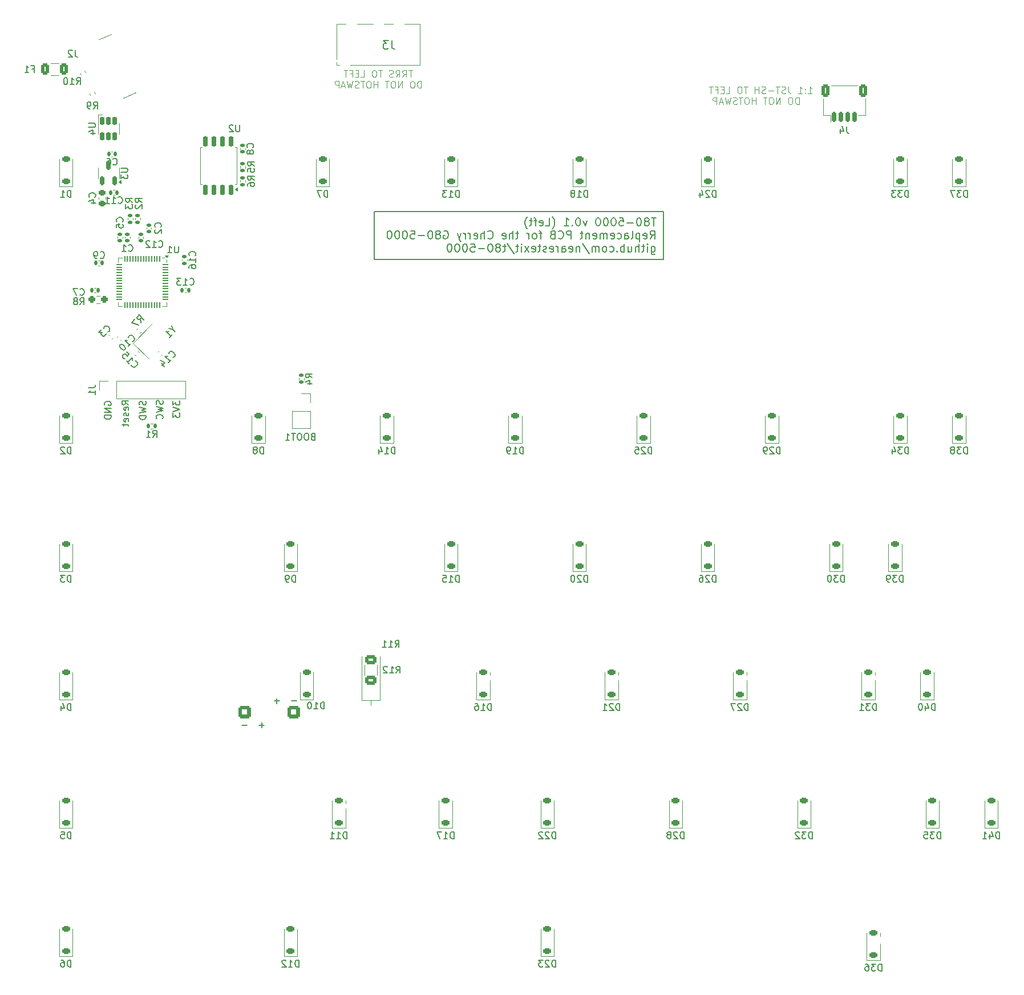
<source format=gbr>
%TF.GenerationSoftware,KiCad,Pcbnew,8.0.2*%
%TF.CreationDate,2024-11-08T18:32:23-08:00*%
%TF.ProjectId,gh80-5000-left,67683830-2d35-4303-9030-2d6c6566742e,rev?*%
%TF.SameCoordinates,Original*%
%TF.FileFunction,Legend,Bot*%
%TF.FilePolarity,Positive*%
%FSLAX46Y46*%
G04 Gerber Fmt 4.6, Leading zero omitted, Abs format (unit mm)*
G04 Created by KiCad (PCBNEW 8.0.2) date 2024-11-08 18:32:23*
%MOMM*%
%LPD*%
G01*
G04 APERTURE LIST*
G04 Aperture macros list*
%AMRoundRect*
0 Rectangle with rounded corners*
0 $1 Rounding radius*
0 $2 $3 $4 $5 $6 $7 $8 $9 X,Y pos of 4 corners*
0 Add a 4 corners polygon primitive as box body*
4,1,4,$2,$3,$4,$5,$6,$7,$8,$9,$2,$3,0*
0 Add four circle primitives for the rounded corners*
1,1,$1+$1,$2,$3*
1,1,$1+$1,$4,$5*
1,1,$1+$1,$6,$7*
1,1,$1+$1,$8,$9*
0 Add four rect primitives between the rounded corners*
20,1,$1+$1,$2,$3,$4,$5,0*
20,1,$1+$1,$4,$5,$6,$7,0*
20,1,$1+$1,$6,$7,$8,$9,0*
20,1,$1+$1,$8,$9,$2,$3,0*%
%AMHorizOval*
0 Thick line with rounded ends*
0 $1 width*
0 $2 $3 position (X,Y) of the first rounded end (center of the circle)*
0 $4 $5 position (X,Y) of the second rounded end (center of the circle)*
0 Add line between two ends*
20,1,$1,$2,$3,$4,$5,0*
0 Add two circle primitives to create the rounded ends*
1,1,$1,$2,$3*
1,1,$1,$4,$5*%
%AMRotRect*
0 Rectangle, with rotation*
0 The origin of the aperture is its center*
0 $1 length*
0 $2 width*
0 $3 Rotation angle, in degrees counterclockwise*
0 Add horizontal line*
21,1,$1,$2,0,0,$3*%
G04 Aperture macros list end*
%ADD10C,0.125000*%
%ADD11C,0.150000*%
%ADD12C,0.200000*%
%ADD13C,0.158750*%
%ADD14C,0.120000*%
%ADD15C,2.900000*%
%ADD16C,1.600000*%
%ADD17C,3.048000*%
%ADD18C,3.987800*%
%ADD19C,1.750000*%
%ADD20C,2.300000*%
%ADD21RoundRect,0.285750X0.666750X0.666750X-0.666750X0.666750X-0.666750X-0.666750X0.666750X-0.666750X0*%
%ADD22C,1.905000*%
%ADD23RoundRect,0.285750X-0.666750X-0.666750X0.666750X-0.666750X0.666750X0.666750X-0.666750X0.666750X0*%
%ADD24C,4.000000*%
%ADD25C,0.650000*%
%ADD26RotRect,0.600000X1.450000X293.000000*%
%ADD27RotRect,0.300000X1.450000X293.000000*%
%ADD28HorizOval,1.000000X-0.506278X-0.214902X0.506278X0.214902X0*%
%ADD29HorizOval,1.000000X-0.276151X-0.117219X0.276151X0.117219X0*%
%ADD30RoundRect,0.150000X-0.150000X-0.625000X0.150000X-0.625000X0.150000X0.625000X-0.150000X0.625000X0*%
%ADD31RoundRect,0.250000X-0.350000X-0.650000X0.350000X-0.650000X0.350000X0.650000X-0.350000X0.650000X0*%
%ADD32RoundRect,0.225000X0.375000X-0.225000X0.375000X0.225000X-0.375000X0.225000X-0.375000X-0.225000X0*%
%ADD33RoundRect,0.140000X0.170000X-0.140000X0.170000X0.140000X-0.170000X0.140000X-0.170000X-0.140000X0*%
%ADD34RoundRect,0.135000X0.223042X-0.051983X0.117545X0.196553X-0.223042X0.051983X-0.117545X-0.196553X0*%
%ADD35RoundRect,0.050000X0.387500X0.050000X-0.387500X0.050000X-0.387500X-0.050000X0.387500X-0.050000X0*%
%ADD36RoundRect,0.050000X0.050000X0.387500X-0.050000X0.387500X-0.050000X-0.387500X0.050000X-0.387500X0*%
%ADD37R,3.200000X3.200000*%
%ADD38RoundRect,0.140000X0.219203X0.021213X0.021213X0.219203X-0.219203X-0.021213X-0.021213X-0.219203X0*%
%ADD39O,1.600000X1.600000*%
%ADD40R,1.700000X1.700000*%
%ADD41O,1.700000X1.700000*%
%ADD42RoundRect,0.150000X0.150000X-0.650000X0.150000X0.650000X-0.150000X0.650000X-0.150000X-0.650000X0*%
%ADD43RoundRect,0.135000X0.185000X-0.135000X0.185000X0.135000X-0.185000X0.135000X-0.185000X-0.135000X0*%
%ADD44RoundRect,0.140000X0.021213X-0.219203X0.219203X-0.021213X-0.021213X0.219203X-0.219203X0.021213X0*%
%ADD45RoundRect,0.140000X-0.021213X0.219203X-0.219203X0.021213X0.021213X-0.219203X0.219203X-0.021213X0*%
%ADD46RoundRect,0.250000X0.625000X-0.400000X0.625000X0.400000X-0.625000X0.400000X-0.625000X-0.400000X0*%
%ADD47RoundRect,0.135000X-0.185000X0.135000X-0.185000X-0.135000X0.185000X-0.135000X0.185000X0.135000X0*%
%ADD48RoundRect,0.140000X-0.140000X-0.170000X0.140000X-0.170000X0.140000X0.170000X-0.140000X0.170000X0*%
%ADD49RoundRect,0.150000X-0.150000X0.475000X-0.150000X-0.475000X0.150000X-0.475000X0.150000X0.475000X0*%
%ADD50RoundRect,0.225000X-0.250000X0.225000X-0.250000X-0.225000X0.250000X-0.225000X0.250000X0.225000X0*%
%ADD51RoundRect,0.237500X0.250000X0.237500X-0.250000X0.237500X-0.250000X-0.237500X0.250000X-0.237500X0*%
%ADD52RoundRect,0.140000X0.140000X0.170000X-0.140000X0.170000X-0.140000X-0.170000X0.140000X-0.170000X0*%
%ADD53RoundRect,0.150000X0.150000X-0.512500X0.150000X0.512500X-0.150000X0.512500X-0.150000X-0.512500X0*%
%ADD54RoundRect,0.135000X-0.223042X0.051983X-0.117545X-0.196553X0.223042X-0.051983X0.117545X0.196553X0*%
%ADD55C,1.200000*%
%ADD56O,2.100000X1.100000*%
%ADD57RotRect,1.400000X1.200000X45.000000*%
%ADD58RoundRect,0.135000X-0.135000X-0.185000X0.135000X-0.185000X0.135000X0.185000X-0.135000X0.185000X0*%
%ADD59RoundRect,0.250000X0.375000X0.625000X-0.375000X0.625000X-0.375000X-0.625000X0.375000X-0.625000X0*%
%ADD60RoundRect,0.135000X0.035355X-0.226274X0.226274X-0.035355X-0.035355X0.226274X-0.226274X0.035355X0*%
G04 APERTURE END LIST*
D10*
X200080952Y-63971119D02*
X200080952Y-62971119D01*
X200080952Y-62971119D02*
X199842857Y-62971119D01*
X199842857Y-62971119D02*
X199700000Y-63018738D01*
X199700000Y-63018738D02*
X199604762Y-63113976D01*
X199604762Y-63113976D02*
X199557143Y-63209214D01*
X199557143Y-63209214D02*
X199509524Y-63399690D01*
X199509524Y-63399690D02*
X199509524Y-63542547D01*
X199509524Y-63542547D02*
X199557143Y-63733023D01*
X199557143Y-63733023D02*
X199604762Y-63828261D01*
X199604762Y-63828261D02*
X199700000Y-63923500D01*
X199700000Y-63923500D02*
X199842857Y-63971119D01*
X199842857Y-63971119D02*
X200080952Y-63971119D01*
X198890476Y-62971119D02*
X198700000Y-62971119D01*
X198700000Y-62971119D02*
X198604762Y-63018738D01*
X198604762Y-63018738D02*
X198509524Y-63113976D01*
X198509524Y-63113976D02*
X198461905Y-63304452D01*
X198461905Y-63304452D02*
X198461905Y-63637785D01*
X198461905Y-63637785D02*
X198509524Y-63828261D01*
X198509524Y-63828261D02*
X198604762Y-63923500D01*
X198604762Y-63923500D02*
X198700000Y-63971119D01*
X198700000Y-63971119D02*
X198890476Y-63971119D01*
X198890476Y-63971119D02*
X198985714Y-63923500D01*
X198985714Y-63923500D02*
X199080952Y-63828261D01*
X199080952Y-63828261D02*
X199128571Y-63637785D01*
X199128571Y-63637785D02*
X199128571Y-63304452D01*
X199128571Y-63304452D02*
X199080952Y-63113976D01*
X199080952Y-63113976D02*
X198985714Y-63018738D01*
X198985714Y-63018738D02*
X198890476Y-62971119D01*
X197271428Y-63971119D02*
X197271428Y-62971119D01*
X197271428Y-62971119D02*
X196700000Y-63971119D01*
X196700000Y-63971119D02*
X196700000Y-62971119D01*
X196033333Y-62971119D02*
X195842857Y-62971119D01*
X195842857Y-62971119D02*
X195747619Y-63018738D01*
X195747619Y-63018738D02*
X195652381Y-63113976D01*
X195652381Y-63113976D02*
X195604762Y-63304452D01*
X195604762Y-63304452D02*
X195604762Y-63637785D01*
X195604762Y-63637785D02*
X195652381Y-63828261D01*
X195652381Y-63828261D02*
X195747619Y-63923500D01*
X195747619Y-63923500D02*
X195842857Y-63971119D01*
X195842857Y-63971119D02*
X196033333Y-63971119D01*
X196033333Y-63971119D02*
X196128571Y-63923500D01*
X196128571Y-63923500D02*
X196223809Y-63828261D01*
X196223809Y-63828261D02*
X196271428Y-63637785D01*
X196271428Y-63637785D02*
X196271428Y-63304452D01*
X196271428Y-63304452D02*
X196223809Y-63113976D01*
X196223809Y-63113976D02*
X196128571Y-63018738D01*
X196128571Y-63018738D02*
X196033333Y-62971119D01*
X195319047Y-62971119D02*
X194747619Y-62971119D01*
X195033333Y-63971119D02*
X195033333Y-62971119D01*
X193652380Y-63971119D02*
X193652380Y-62971119D01*
X193652380Y-63447309D02*
X193080952Y-63447309D01*
X193080952Y-63971119D02*
X193080952Y-62971119D01*
X192414285Y-62971119D02*
X192223809Y-62971119D01*
X192223809Y-62971119D02*
X192128571Y-63018738D01*
X192128571Y-63018738D02*
X192033333Y-63113976D01*
X192033333Y-63113976D02*
X191985714Y-63304452D01*
X191985714Y-63304452D02*
X191985714Y-63637785D01*
X191985714Y-63637785D02*
X192033333Y-63828261D01*
X192033333Y-63828261D02*
X192128571Y-63923500D01*
X192128571Y-63923500D02*
X192223809Y-63971119D01*
X192223809Y-63971119D02*
X192414285Y-63971119D01*
X192414285Y-63971119D02*
X192509523Y-63923500D01*
X192509523Y-63923500D02*
X192604761Y-63828261D01*
X192604761Y-63828261D02*
X192652380Y-63637785D01*
X192652380Y-63637785D02*
X192652380Y-63304452D01*
X192652380Y-63304452D02*
X192604761Y-63113976D01*
X192604761Y-63113976D02*
X192509523Y-63018738D01*
X192509523Y-63018738D02*
X192414285Y-62971119D01*
X191699999Y-62971119D02*
X191128571Y-62971119D01*
X191414285Y-63971119D02*
X191414285Y-62971119D01*
X190842856Y-63923500D02*
X190699999Y-63971119D01*
X190699999Y-63971119D02*
X190461904Y-63971119D01*
X190461904Y-63971119D02*
X190366666Y-63923500D01*
X190366666Y-63923500D02*
X190319047Y-63875880D01*
X190319047Y-63875880D02*
X190271428Y-63780642D01*
X190271428Y-63780642D02*
X190271428Y-63685404D01*
X190271428Y-63685404D02*
X190319047Y-63590166D01*
X190319047Y-63590166D02*
X190366666Y-63542547D01*
X190366666Y-63542547D02*
X190461904Y-63494928D01*
X190461904Y-63494928D02*
X190652380Y-63447309D01*
X190652380Y-63447309D02*
X190747618Y-63399690D01*
X190747618Y-63399690D02*
X190795237Y-63352071D01*
X190795237Y-63352071D02*
X190842856Y-63256833D01*
X190842856Y-63256833D02*
X190842856Y-63161595D01*
X190842856Y-63161595D02*
X190795237Y-63066357D01*
X190795237Y-63066357D02*
X190747618Y-63018738D01*
X190747618Y-63018738D02*
X190652380Y-62971119D01*
X190652380Y-62971119D02*
X190414285Y-62971119D01*
X190414285Y-62971119D02*
X190271428Y-63018738D01*
X189938094Y-62971119D02*
X189699999Y-63971119D01*
X189699999Y-63971119D02*
X189509523Y-63256833D01*
X189509523Y-63256833D02*
X189319047Y-63971119D01*
X189319047Y-63971119D02*
X189080952Y-62971119D01*
X188747618Y-63685404D02*
X188271428Y-63685404D01*
X188842856Y-63971119D02*
X188509523Y-62971119D01*
X188509523Y-62971119D02*
X188176190Y-63971119D01*
X187842856Y-63971119D02*
X187842856Y-62971119D01*
X187842856Y-62971119D02*
X187461904Y-62971119D01*
X187461904Y-62971119D02*
X187366666Y-63018738D01*
X187366666Y-63018738D02*
X187319047Y-63066357D01*
X187319047Y-63066357D02*
X187271428Y-63161595D01*
X187271428Y-63161595D02*
X187271428Y-63304452D01*
X187271428Y-63304452D02*
X187319047Y-63399690D01*
X187319047Y-63399690D02*
X187366666Y-63447309D01*
X187366666Y-63447309D02*
X187461904Y-63494928D01*
X187461904Y-63494928D02*
X187842856Y-63494928D01*
D11*
X103122200Y-108089160D02*
X103169819Y-108232017D01*
X103169819Y-108232017D02*
X103169819Y-108470112D01*
X103169819Y-108470112D02*
X103122200Y-108565350D01*
X103122200Y-108565350D02*
X103074580Y-108612969D01*
X103074580Y-108612969D02*
X102979342Y-108660588D01*
X102979342Y-108660588D02*
X102884104Y-108660588D01*
X102884104Y-108660588D02*
X102788866Y-108612969D01*
X102788866Y-108612969D02*
X102741247Y-108565350D01*
X102741247Y-108565350D02*
X102693628Y-108470112D01*
X102693628Y-108470112D02*
X102646009Y-108279636D01*
X102646009Y-108279636D02*
X102598390Y-108184398D01*
X102598390Y-108184398D02*
X102550771Y-108136779D01*
X102550771Y-108136779D02*
X102455533Y-108089160D01*
X102455533Y-108089160D02*
X102360295Y-108089160D01*
X102360295Y-108089160D02*
X102265057Y-108136779D01*
X102265057Y-108136779D02*
X102217438Y-108184398D01*
X102217438Y-108184398D02*
X102169819Y-108279636D01*
X102169819Y-108279636D02*
X102169819Y-108517731D01*
X102169819Y-108517731D02*
X102217438Y-108660588D01*
X102169819Y-108993922D02*
X103169819Y-109232017D01*
X103169819Y-109232017D02*
X102455533Y-109422493D01*
X102455533Y-109422493D02*
X103169819Y-109612969D01*
X103169819Y-109612969D02*
X102169819Y-109851065D01*
X103169819Y-110232017D02*
X102169819Y-110232017D01*
X102169819Y-110232017D02*
X102169819Y-110470112D01*
X102169819Y-110470112D02*
X102217438Y-110612969D01*
X102217438Y-110612969D02*
X102312676Y-110708207D01*
X102312676Y-110708207D02*
X102407914Y-110755826D01*
X102407914Y-110755826D02*
X102598390Y-110803445D01*
X102598390Y-110803445D02*
X102741247Y-110803445D01*
X102741247Y-110803445D02*
X102931723Y-110755826D01*
X102931723Y-110755826D02*
X103026961Y-110708207D01*
X103026961Y-110708207D02*
X103122200Y-110612969D01*
X103122200Y-110612969D02*
X103169819Y-110470112D01*
X103169819Y-110470112D02*
X103169819Y-110232017D01*
D10*
X142695238Y-58961175D02*
X142123810Y-58961175D01*
X142409524Y-59961175D02*
X142409524Y-58961175D01*
X141219048Y-59961175D02*
X141552381Y-59484984D01*
X141790476Y-59961175D02*
X141790476Y-58961175D01*
X141790476Y-58961175D02*
X141409524Y-58961175D01*
X141409524Y-58961175D02*
X141314286Y-59008794D01*
X141314286Y-59008794D02*
X141266667Y-59056413D01*
X141266667Y-59056413D02*
X141219048Y-59151651D01*
X141219048Y-59151651D02*
X141219048Y-59294508D01*
X141219048Y-59294508D02*
X141266667Y-59389746D01*
X141266667Y-59389746D02*
X141314286Y-59437365D01*
X141314286Y-59437365D02*
X141409524Y-59484984D01*
X141409524Y-59484984D02*
X141790476Y-59484984D01*
X140219048Y-59961175D02*
X140552381Y-59484984D01*
X140790476Y-59961175D02*
X140790476Y-58961175D01*
X140790476Y-58961175D02*
X140409524Y-58961175D01*
X140409524Y-58961175D02*
X140314286Y-59008794D01*
X140314286Y-59008794D02*
X140266667Y-59056413D01*
X140266667Y-59056413D02*
X140219048Y-59151651D01*
X140219048Y-59151651D02*
X140219048Y-59294508D01*
X140219048Y-59294508D02*
X140266667Y-59389746D01*
X140266667Y-59389746D02*
X140314286Y-59437365D01*
X140314286Y-59437365D02*
X140409524Y-59484984D01*
X140409524Y-59484984D02*
X140790476Y-59484984D01*
X139838095Y-59913556D02*
X139695238Y-59961175D01*
X139695238Y-59961175D02*
X139457143Y-59961175D01*
X139457143Y-59961175D02*
X139361905Y-59913556D01*
X139361905Y-59913556D02*
X139314286Y-59865936D01*
X139314286Y-59865936D02*
X139266667Y-59770698D01*
X139266667Y-59770698D02*
X139266667Y-59675460D01*
X139266667Y-59675460D02*
X139314286Y-59580222D01*
X139314286Y-59580222D02*
X139361905Y-59532603D01*
X139361905Y-59532603D02*
X139457143Y-59484984D01*
X139457143Y-59484984D02*
X139647619Y-59437365D01*
X139647619Y-59437365D02*
X139742857Y-59389746D01*
X139742857Y-59389746D02*
X139790476Y-59342127D01*
X139790476Y-59342127D02*
X139838095Y-59246889D01*
X139838095Y-59246889D02*
X139838095Y-59151651D01*
X139838095Y-59151651D02*
X139790476Y-59056413D01*
X139790476Y-59056413D02*
X139742857Y-59008794D01*
X139742857Y-59008794D02*
X139647619Y-58961175D01*
X139647619Y-58961175D02*
X139409524Y-58961175D01*
X139409524Y-58961175D02*
X139266667Y-59008794D01*
X138219047Y-58961175D02*
X137647619Y-58961175D01*
X137933333Y-59961175D02*
X137933333Y-58961175D01*
X137123809Y-58961175D02*
X136933333Y-58961175D01*
X136933333Y-58961175D02*
X136838095Y-59008794D01*
X136838095Y-59008794D02*
X136742857Y-59104032D01*
X136742857Y-59104032D02*
X136695238Y-59294508D01*
X136695238Y-59294508D02*
X136695238Y-59627841D01*
X136695238Y-59627841D02*
X136742857Y-59818317D01*
X136742857Y-59818317D02*
X136838095Y-59913556D01*
X136838095Y-59913556D02*
X136933333Y-59961175D01*
X136933333Y-59961175D02*
X137123809Y-59961175D01*
X137123809Y-59961175D02*
X137219047Y-59913556D01*
X137219047Y-59913556D02*
X137314285Y-59818317D01*
X137314285Y-59818317D02*
X137361904Y-59627841D01*
X137361904Y-59627841D02*
X137361904Y-59294508D01*
X137361904Y-59294508D02*
X137314285Y-59104032D01*
X137314285Y-59104032D02*
X137219047Y-59008794D01*
X137219047Y-59008794D02*
X137123809Y-58961175D01*
X135028571Y-59961175D02*
X135504761Y-59961175D01*
X135504761Y-59961175D02*
X135504761Y-58961175D01*
X134695237Y-59437365D02*
X134361904Y-59437365D01*
X134219047Y-59961175D02*
X134695237Y-59961175D01*
X134695237Y-59961175D02*
X134695237Y-58961175D01*
X134695237Y-58961175D02*
X134219047Y-58961175D01*
X133457142Y-59437365D02*
X133790475Y-59437365D01*
X133790475Y-59961175D02*
X133790475Y-58961175D01*
X133790475Y-58961175D02*
X133314285Y-58961175D01*
X133076189Y-58961175D02*
X132504761Y-58961175D01*
X132790475Y-59961175D02*
X132790475Y-58961175D01*
X143980952Y-61571119D02*
X143980952Y-60571119D01*
X143980952Y-60571119D02*
X143742857Y-60571119D01*
X143742857Y-60571119D02*
X143600000Y-60618738D01*
X143600000Y-60618738D02*
X143504762Y-60713976D01*
X143504762Y-60713976D02*
X143457143Y-60809214D01*
X143457143Y-60809214D02*
X143409524Y-60999690D01*
X143409524Y-60999690D02*
X143409524Y-61142547D01*
X143409524Y-61142547D02*
X143457143Y-61333023D01*
X143457143Y-61333023D02*
X143504762Y-61428261D01*
X143504762Y-61428261D02*
X143600000Y-61523500D01*
X143600000Y-61523500D02*
X143742857Y-61571119D01*
X143742857Y-61571119D02*
X143980952Y-61571119D01*
X142790476Y-60571119D02*
X142600000Y-60571119D01*
X142600000Y-60571119D02*
X142504762Y-60618738D01*
X142504762Y-60618738D02*
X142409524Y-60713976D01*
X142409524Y-60713976D02*
X142361905Y-60904452D01*
X142361905Y-60904452D02*
X142361905Y-61237785D01*
X142361905Y-61237785D02*
X142409524Y-61428261D01*
X142409524Y-61428261D02*
X142504762Y-61523500D01*
X142504762Y-61523500D02*
X142600000Y-61571119D01*
X142600000Y-61571119D02*
X142790476Y-61571119D01*
X142790476Y-61571119D02*
X142885714Y-61523500D01*
X142885714Y-61523500D02*
X142980952Y-61428261D01*
X142980952Y-61428261D02*
X143028571Y-61237785D01*
X143028571Y-61237785D02*
X143028571Y-60904452D01*
X143028571Y-60904452D02*
X142980952Y-60713976D01*
X142980952Y-60713976D02*
X142885714Y-60618738D01*
X142885714Y-60618738D02*
X142790476Y-60571119D01*
X141171428Y-61571119D02*
X141171428Y-60571119D01*
X141171428Y-60571119D02*
X140600000Y-61571119D01*
X140600000Y-61571119D02*
X140600000Y-60571119D01*
X139933333Y-60571119D02*
X139742857Y-60571119D01*
X139742857Y-60571119D02*
X139647619Y-60618738D01*
X139647619Y-60618738D02*
X139552381Y-60713976D01*
X139552381Y-60713976D02*
X139504762Y-60904452D01*
X139504762Y-60904452D02*
X139504762Y-61237785D01*
X139504762Y-61237785D02*
X139552381Y-61428261D01*
X139552381Y-61428261D02*
X139647619Y-61523500D01*
X139647619Y-61523500D02*
X139742857Y-61571119D01*
X139742857Y-61571119D02*
X139933333Y-61571119D01*
X139933333Y-61571119D02*
X140028571Y-61523500D01*
X140028571Y-61523500D02*
X140123809Y-61428261D01*
X140123809Y-61428261D02*
X140171428Y-61237785D01*
X140171428Y-61237785D02*
X140171428Y-60904452D01*
X140171428Y-60904452D02*
X140123809Y-60713976D01*
X140123809Y-60713976D02*
X140028571Y-60618738D01*
X140028571Y-60618738D02*
X139933333Y-60571119D01*
X139219047Y-60571119D02*
X138647619Y-60571119D01*
X138933333Y-61571119D02*
X138933333Y-60571119D01*
X137552380Y-61571119D02*
X137552380Y-60571119D01*
X137552380Y-61047309D02*
X136980952Y-61047309D01*
X136980952Y-61571119D02*
X136980952Y-60571119D01*
X136314285Y-60571119D02*
X136123809Y-60571119D01*
X136123809Y-60571119D02*
X136028571Y-60618738D01*
X136028571Y-60618738D02*
X135933333Y-60713976D01*
X135933333Y-60713976D02*
X135885714Y-60904452D01*
X135885714Y-60904452D02*
X135885714Y-61237785D01*
X135885714Y-61237785D02*
X135933333Y-61428261D01*
X135933333Y-61428261D02*
X136028571Y-61523500D01*
X136028571Y-61523500D02*
X136123809Y-61571119D01*
X136123809Y-61571119D02*
X136314285Y-61571119D01*
X136314285Y-61571119D02*
X136409523Y-61523500D01*
X136409523Y-61523500D02*
X136504761Y-61428261D01*
X136504761Y-61428261D02*
X136552380Y-61237785D01*
X136552380Y-61237785D02*
X136552380Y-60904452D01*
X136552380Y-60904452D02*
X136504761Y-60713976D01*
X136504761Y-60713976D02*
X136409523Y-60618738D01*
X136409523Y-60618738D02*
X136314285Y-60571119D01*
X135599999Y-60571119D02*
X135028571Y-60571119D01*
X135314285Y-61571119D02*
X135314285Y-60571119D01*
X134742856Y-61523500D02*
X134599999Y-61571119D01*
X134599999Y-61571119D02*
X134361904Y-61571119D01*
X134361904Y-61571119D02*
X134266666Y-61523500D01*
X134266666Y-61523500D02*
X134219047Y-61475880D01*
X134219047Y-61475880D02*
X134171428Y-61380642D01*
X134171428Y-61380642D02*
X134171428Y-61285404D01*
X134171428Y-61285404D02*
X134219047Y-61190166D01*
X134219047Y-61190166D02*
X134266666Y-61142547D01*
X134266666Y-61142547D02*
X134361904Y-61094928D01*
X134361904Y-61094928D02*
X134552380Y-61047309D01*
X134552380Y-61047309D02*
X134647618Y-60999690D01*
X134647618Y-60999690D02*
X134695237Y-60952071D01*
X134695237Y-60952071D02*
X134742856Y-60856833D01*
X134742856Y-60856833D02*
X134742856Y-60761595D01*
X134742856Y-60761595D02*
X134695237Y-60666357D01*
X134695237Y-60666357D02*
X134647618Y-60618738D01*
X134647618Y-60618738D02*
X134552380Y-60571119D01*
X134552380Y-60571119D02*
X134314285Y-60571119D01*
X134314285Y-60571119D02*
X134171428Y-60618738D01*
X133838094Y-60571119D02*
X133599999Y-61571119D01*
X133599999Y-61571119D02*
X133409523Y-60856833D01*
X133409523Y-60856833D02*
X133219047Y-61571119D01*
X133219047Y-61571119D02*
X132980952Y-60571119D01*
X132647618Y-61285404D02*
X132171428Y-61285404D01*
X132742856Y-61571119D02*
X132409523Y-60571119D01*
X132409523Y-60571119D02*
X132076190Y-61571119D01*
X131742856Y-61571119D02*
X131742856Y-60571119D01*
X131742856Y-60571119D02*
X131361904Y-60571119D01*
X131361904Y-60571119D02*
X131266666Y-60618738D01*
X131266666Y-60618738D02*
X131219047Y-60666357D01*
X131219047Y-60666357D02*
X131171428Y-60761595D01*
X131171428Y-60761595D02*
X131171428Y-60904452D01*
X131171428Y-60904452D02*
X131219047Y-60999690D01*
X131219047Y-60999690D02*
X131266666Y-61047309D01*
X131266666Y-61047309D02*
X131361904Y-61094928D01*
X131361904Y-61094928D02*
X131742856Y-61094928D01*
D11*
X100569819Y-108608207D02*
X100093628Y-108274874D01*
X100569819Y-108036779D02*
X99569819Y-108036779D01*
X99569819Y-108036779D02*
X99569819Y-108417731D01*
X99569819Y-108417731D02*
X99617438Y-108512969D01*
X99617438Y-108512969D02*
X99665057Y-108560588D01*
X99665057Y-108560588D02*
X99760295Y-108608207D01*
X99760295Y-108608207D02*
X99903152Y-108608207D01*
X99903152Y-108608207D02*
X99998390Y-108560588D01*
X99998390Y-108560588D02*
X100046009Y-108512969D01*
X100046009Y-108512969D02*
X100093628Y-108417731D01*
X100093628Y-108417731D02*
X100093628Y-108036779D01*
X100522200Y-109417731D02*
X100569819Y-109322493D01*
X100569819Y-109322493D02*
X100569819Y-109132017D01*
X100569819Y-109132017D02*
X100522200Y-109036779D01*
X100522200Y-109036779D02*
X100426961Y-108989160D01*
X100426961Y-108989160D02*
X100046009Y-108989160D01*
X100046009Y-108989160D02*
X99950771Y-109036779D01*
X99950771Y-109036779D02*
X99903152Y-109132017D01*
X99903152Y-109132017D02*
X99903152Y-109322493D01*
X99903152Y-109322493D02*
X99950771Y-109417731D01*
X99950771Y-109417731D02*
X100046009Y-109465350D01*
X100046009Y-109465350D02*
X100141247Y-109465350D01*
X100141247Y-109465350D02*
X100236485Y-108989160D01*
X100522200Y-109846303D02*
X100569819Y-109941541D01*
X100569819Y-109941541D02*
X100569819Y-110132017D01*
X100569819Y-110132017D02*
X100522200Y-110227255D01*
X100522200Y-110227255D02*
X100426961Y-110274874D01*
X100426961Y-110274874D02*
X100379342Y-110274874D01*
X100379342Y-110274874D02*
X100284104Y-110227255D01*
X100284104Y-110227255D02*
X100236485Y-110132017D01*
X100236485Y-110132017D02*
X100236485Y-109989160D01*
X100236485Y-109989160D02*
X100188866Y-109893922D01*
X100188866Y-109893922D02*
X100093628Y-109846303D01*
X100093628Y-109846303D02*
X100046009Y-109846303D01*
X100046009Y-109846303D02*
X99950771Y-109893922D01*
X99950771Y-109893922D02*
X99903152Y-109989160D01*
X99903152Y-109989160D02*
X99903152Y-110132017D01*
X99903152Y-110132017D02*
X99950771Y-110227255D01*
X100522200Y-111084398D02*
X100569819Y-110989160D01*
X100569819Y-110989160D02*
X100569819Y-110798684D01*
X100569819Y-110798684D02*
X100522200Y-110703446D01*
X100522200Y-110703446D02*
X100426961Y-110655827D01*
X100426961Y-110655827D02*
X100046009Y-110655827D01*
X100046009Y-110655827D02*
X99950771Y-110703446D01*
X99950771Y-110703446D02*
X99903152Y-110798684D01*
X99903152Y-110798684D02*
X99903152Y-110989160D01*
X99903152Y-110989160D02*
X99950771Y-111084398D01*
X99950771Y-111084398D02*
X100046009Y-111132017D01*
X100046009Y-111132017D02*
X100141247Y-111132017D01*
X100141247Y-111132017D02*
X100236485Y-110655827D01*
X99903152Y-111417732D02*
X99903152Y-111798684D01*
X99569819Y-111560589D02*
X100426961Y-111560589D01*
X100426961Y-111560589D02*
X100522200Y-111608208D01*
X100522200Y-111608208D02*
X100569819Y-111703446D01*
X100569819Y-111703446D02*
X100569819Y-111798684D01*
X107169819Y-108041541D02*
X107169819Y-108660588D01*
X107169819Y-108660588D02*
X107550771Y-108327255D01*
X107550771Y-108327255D02*
X107550771Y-108470112D01*
X107550771Y-108470112D02*
X107598390Y-108565350D01*
X107598390Y-108565350D02*
X107646009Y-108612969D01*
X107646009Y-108612969D02*
X107741247Y-108660588D01*
X107741247Y-108660588D02*
X107979342Y-108660588D01*
X107979342Y-108660588D02*
X108074580Y-108612969D01*
X108074580Y-108612969D02*
X108122200Y-108565350D01*
X108122200Y-108565350D02*
X108169819Y-108470112D01*
X108169819Y-108470112D02*
X108169819Y-108184398D01*
X108169819Y-108184398D02*
X108122200Y-108089160D01*
X108122200Y-108089160D02*
X108074580Y-108041541D01*
X107169819Y-108946303D02*
X108169819Y-109279636D01*
X108169819Y-109279636D02*
X107169819Y-109612969D01*
X107169819Y-109851065D02*
X107169819Y-110470112D01*
X107169819Y-110470112D02*
X107550771Y-110136779D01*
X107550771Y-110136779D02*
X107550771Y-110279636D01*
X107550771Y-110279636D02*
X107598390Y-110374874D01*
X107598390Y-110374874D02*
X107646009Y-110422493D01*
X107646009Y-110422493D02*
X107741247Y-110470112D01*
X107741247Y-110470112D02*
X107979342Y-110470112D01*
X107979342Y-110470112D02*
X108074580Y-110422493D01*
X108074580Y-110422493D02*
X108122200Y-110374874D01*
X108122200Y-110374874D02*
X108169819Y-110279636D01*
X108169819Y-110279636D02*
X108169819Y-109993922D01*
X108169819Y-109993922D02*
X108122200Y-109898684D01*
X108122200Y-109898684D02*
X108074580Y-109851065D01*
X97017438Y-108660588D02*
X96969819Y-108565350D01*
X96969819Y-108565350D02*
X96969819Y-108422493D01*
X96969819Y-108422493D02*
X97017438Y-108279636D01*
X97017438Y-108279636D02*
X97112676Y-108184398D01*
X97112676Y-108184398D02*
X97207914Y-108136779D01*
X97207914Y-108136779D02*
X97398390Y-108089160D01*
X97398390Y-108089160D02*
X97541247Y-108089160D01*
X97541247Y-108089160D02*
X97731723Y-108136779D01*
X97731723Y-108136779D02*
X97826961Y-108184398D01*
X97826961Y-108184398D02*
X97922200Y-108279636D01*
X97922200Y-108279636D02*
X97969819Y-108422493D01*
X97969819Y-108422493D02*
X97969819Y-108517731D01*
X97969819Y-108517731D02*
X97922200Y-108660588D01*
X97922200Y-108660588D02*
X97874580Y-108708207D01*
X97874580Y-108708207D02*
X97541247Y-108708207D01*
X97541247Y-108708207D02*
X97541247Y-108517731D01*
X97969819Y-109136779D02*
X96969819Y-109136779D01*
X96969819Y-109136779D02*
X97969819Y-109708207D01*
X97969819Y-109708207D02*
X96969819Y-109708207D01*
X97969819Y-110184398D02*
X96969819Y-110184398D01*
X96969819Y-110184398D02*
X96969819Y-110422493D01*
X96969819Y-110422493D02*
X97017438Y-110565350D01*
X97017438Y-110565350D02*
X97112676Y-110660588D01*
X97112676Y-110660588D02*
X97207914Y-110708207D01*
X97207914Y-110708207D02*
X97398390Y-110755826D01*
X97398390Y-110755826D02*
X97541247Y-110755826D01*
X97541247Y-110755826D02*
X97731723Y-110708207D01*
X97731723Y-110708207D02*
X97826961Y-110660588D01*
X97826961Y-110660588D02*
X97922200Y-110565350D01*
X97922200Y-110565350D02*
X97969819Y-110422493D01*
X97969819Y-110422493D02*
X97969819Y-110184398D01*
X105622200Y-107989160D02*
X105669819Y-108132017D01*
X105669819Y-108132017D02*
X105669819Y-108370112D01*
X105669819Y-108370112D02*
X105622200Y-108465350D01*
X105622200Y-108465350D02*
X105574580Y-108512969D01*
X105574580Y-108512969D02*
X105479342Y-108560588D01*
X105479342Y-108560588D02*
X105384104Y-108560588D01*
X105384104Y-108560588D02*
X105288866Y-108512969D01*
X105288866Y-108512969D02*
X105241247Y-108465350D01*
X105241247Y-108465350D02*
X105193628Y-108370112D01*
X105193628Y-108370112D02*
X105146009Y-108179636D01*
X105146009Y-108179636D02*
X105098390Y-108084398D01*
X105098390Y-108084398D02*
X105050771Y-108036779D01*
X105050771Y-108036779D02*
X104955533Y-107989160D01*
X104955533Y-107989160D02*
X104860295Y-107989160D01*
X104860295Y-107989160D02*
X104765057Y-108036779D01*
X104765057Y-108036779D02*
X104717438Y-108084398D01*
X104717438Y-108084398D02*
X104669819Y-108179636D01*
X104669819Y-108179636D02*
X104669819Y-108417731D01*
X104669819Y-108417731D02*
X104717438Y-108560588D01*
X104669819Y-108893922D02*
X105669819Y-109132017D01*
X105669819Y-109132017D02*
X104955533Y-109322493D01*
X104955533Y-109322493D02*
X105669819Y-109512969D01*
X105669819Y-109512969D02*
X104669819Y-109751065D01*
X105574580Y-110703445D02*
X105622200Y-110655826D01*
X105622200Y-110655826D02*
X105669819Y-110512969D01*
X105669819Y-110512969D02*
X105669819Y-110417731D01*
X105669819Y-110417731D02*
X105622200Y-110274874D01*
X105622200Y-110274874D02*
X105526961Y-110179636D01*
X105526961Y-110179636D02*
X105431723Y-110132017D01*
X105431723Y-110132017D02*
X105241247Y-110084398D01*
X105241247Y-110084398D02*
X105098390Y-110084398D01*
X105098390Y-110084398D02*
X104907914Y-110132017D01*
X104907914Y-110132017D02*
X104812676Y-110179636D01*
X104812676Y-110179636D02*
X104717438Y-110274874D01*
X104717438Y-110274874D02*
X104669819Y-110417731D01*
X104669819Y-110417731D02*
X104669819Y-110512969D01*
X104669819Y-110512969D02*
X104717438Y-110655826D01*
X104717438Y-110655826D02*
X104765057Y-110703445D01*
D10*
X201400000Y-62371119D02*
X201971428Y-62371119D01*
X201685714Y-62371119D02*
X201685714Y-61371119D01*
X201685714Y-61371119D02*
X201780952Y-61513976D01*
X201780952Y-61513976D02*
X201876190Y-61609214D01*
X201876190Y-61609214D02*
X201971428Y-61656833D01*
X200971428Y-62275880D02*
X200923809Y-62323500D01*
X200923809Y-62323500D02*
X200971428Y-62371119D01*
X200971428Y-62371119D02*
X201019047Y-62323500D01*
X201019047Y-62323500D02*
X200971428Y-62275880D01*
X200971428Y-62275880D02*
X200971428Y-62371119D01*
X200971428Y-61752071D02*
X200923809Y-61799690D01*
X200923809Y-61799690D02*
X200971428Y-61847309D01*
X200971428Y-61847309D02*
X201019047Y-61799690D01*
X201019047Y-61799690D02*
X200971428Y-61752071D01*
X200971428Y-61752071D02*
X200971428Y-61847309D01*
X199971429Y-62371119D02*
X200542857Y-62371119D01*
X200257143Y-62371119D02*
X200257143Y-61371119D01*
X200257143Y-61371119D02*
X200352381Y-61513976D01*
X200352381Y-61513976D02*
X200447619Y-61609214D01*
X200447619Y-61609214D02*
X200542857Y-61656833D01*
X198495238Y-61371119D02*
X198495238Y-62085404D01*
X198495238Y-62085404D02*
X198542857Y-62228261D01*
X198542857Y-62228261D02*
X198638095Y-62323500D01*
X198638095Y-62323500D02*
X198780952Y-62371119D01*
X198780952Y-62371119D02*
X198876190Y-62371119D01*
X198066666Y-62323500D02*
X197923809Y-62371119D01*
X197923809Y-62371119D02*
X197685714Y-62371119D01*
X197685714Y-62371119D02*
X197590476Y-62323500D01*
X197590476Y-62323500D02*
X197542857Y-62275880D01*
X197542857Y-62275880D02*
X197495238Y-62180642D01*
X197495238Y-62180642D02*
X197495238Y-62085404D01*
X197495238Y-62085404D02*
X197542857Y-61990166D01*
X197542857Y-61990166D02*
X197590476Y-61942547D01*
X197590476Y-61942547D02*
X197685714Y-61894928D01*
X197685714Y-61894928D02*
X197876190Y-61847309D01*
X197876190Y-61847309D02*
X197971428Y-61799690D01*
X197971428Y-61799690D02*
X198019047Y-61752071D01*
X198019047Y-61752071D02*
X198066666Y-61656833D01*
X198066666Y-61656833D02*
X198066666Y-61561595D01*
X198066666Y-61561595D02*
X198019047Y-61466357D01*
X198019047Y-61466357D02*
X197971428Y-61418738D01*
X197971428Y-61418738D02*
X197876190Y-61371119D01*
X197876190Y-61371119D02*
X197638095Y-61371119D01*
X197638095Y-61371119D02*
X197495238Y-61418738D01*
X197209523Y-61371119D02*
X196638095Y-61371119D01*
X196923809Y-62371119D02*
X196923809Y-61371119D01*
X196304761Y-61990166D02*
X195542857Y-61990166D01*
X195114285Y-62323500D02*
X194971428Y-62371119D01*
X194971428Y-62371119D02*
X194733333Y-62371119D01*
X194733333Y-62371119D02*
X194638095Y-62323500D01*
X194638095Y-62323500D02*
X194590476Y-62275880D01*
X194590476Y-62275880D02*
X194542857Y-62180642D01*
X194542857Y-62180642D02*
X194542857Y-62085404D01*
X194542857Y-62085404D02*
X194590476Y-61990166D01*
X194590476Y-61990166D02*
X194638095Y-61942547D01*
X194638095Y-61942547D02*
X194733333Y-61894928D01*
X194733333Y-61894928D02*
X194923809Y-61847309D01*
X194923809Y-61847309D02*
X195019047Y-61799690D01*
X195019047Y-61799690D02*
X195066666Y-61752071D01*
X195066666Y-61752071D02*
X195114285Y-61656833D01*
X195114285Y-61656833D02*
X195114285Y-61561595D01*
X195114285Y-61561595D02*
X195066666Y-61466357D01*
X195066666Y-61466357D02*
X195019047Y-61418738D01*
X195019047Y-61418738D02*
X194923809Y-61371119D01*
X194923809Y-61371119D02*
X194685714Y-61371119D01*
X194685714Y-61371119D02*
X194542857Y-61418738D01*
X194114285Y-62371119D02*
X194114285Y-61371119D01*
X194114285Y-61847309D02*
X193542857Y-61847309D01*
X193542857Y-62371119D02*
X193542857Y-61371119D01*
X192447618Y-61371119D02*
X191876190Y-61371119D01*
X192161904Y-62371119D02*
X192161904Y-61371119D01*
X191352380Y-61371119D02*
X191161904Y-61371119D01*
X191161904Y-61371119D02*
X191066666Y-61418738D01*
X191066666Y-61418738D02*
X190971428Y-61513976D01*
X190971428Y-61513976D02*
X190923809Y-61704452D01*
X190923809Y-61704452D02*
X190923809Y-62037785D01*
X190923809Y-62037785D02*
X190971428Y-62228261D01*
X190971428Y-62228261D02*
X191066666Y-62323500D01*
X191066666Y-62323500D02*
X191161904Y-62371119D01*
X191161904Y-62371119D02*
X191352380Y-62371119D01*
X191352380Y-62371119D02*
X191447618Y-62323500D01*
X191447618Y-62323500D02*
X191542856Y-62228261D01*
X191542856Y-62228261D02*
X191590475Y-62037785D01*
X191590475Y-62037785D02*
X191590475Y-61704452D01*
X191590475Y-61704452D02*
X191542856Y-61513976D01*
X191542856Y-61513976D02*
X191447618Y-61418738D01*
X191447618Y-61418738D02*
X191352380Y-61371119D01*
X189257142Y-62371119D02*
X189733332Y-62371119D01*
X189733332Y-62371119D02*
X189733332Y-61371119D01*
X188923808Y-61847309D02*
X188590475Y-61847309D01*
X188447618Y-62371119D02*
X188923808Y-62371119D01*
X188923808Y-62371119D02*
X188923808Y-61371119D01*
X188923808Y-61371119D02*
X188447618Y-61371119D01*
X187685713Y-61847309D02*
X188019046Y-61847309D01*
X188019046Y-62371119D02*
X188019046Y-61371119D01*
X188019046Y-61371119D02*
X187542856Y-61371119D01*
X187304760Y-61371119D02*
X186733332Y-61371119D01*
X187019046Y-62371119D02*
X187019046Y-61371119D01*
D11*
X178837030Y-80849342D02*
X178151316Y-80849342D01*
X178494173Y-82049342D02*
X178494173Y-80849342D01*
X177579887Y-81363628D02*
X177694172Y-81306485D01*
X177694172Y-81306485D02*
X177751315Y-81249342D01*
X177751315Y-81249342D02*
X177808458Y-81135057D01*
X177808458Y-81135057D02*
X177808458Y-81077914D01*
X177808458Y-81077914D02*
X177751315Y-80963628D01*
X177751315Y-80963628D02*
X177694172Y-80906485D01*
X177694172Y-80906485D02*
X177579887Y-80849342D01*
X177579887Y-80849342D02*
X177351315Y-80849342D01*
X177351315Y-80849342D02*
X177237030Y-80906485D01*
X177237030Y-80906485D02*
X177179887Y-80963628D01*
X177179887Y-80963628D02*
X177122744Y-81077914D01*
X177122744Y-81077914D02*
X177122744Y-81135057D01*
X177122744Y-81135057D02*
X177179887Y-81249342D01*
X177179887Y-81249342D02*
X177237030Y-81306485D01*
X177237030Y-81306485D02*
X177351315Y-81363628D01*
X177351315Y-81363628D02*
X177579887Y-81363628D01*
X177579887Y-81363628D02*
X177694172Y-81420771D01*
X177694172Y-81420771D02*
X177751315Y-81477914D01*
X177751315Y-81477914D02*
X177808458Y-81592200D01*
X177808458Y-81592200D02*
X177808458Y-81820771D01*
X177808458Y-81820771D02*
X177751315Y-81935057D01*
X177751315Y-81935057D02*
X177694172Y-81992200D01*
X177694172Y-81992200D02*
X177579887Y-82049342D01*
X177579887Y-82049342D02*
X177351315Y-82049342D01*
X177351315Y-82049342D02*
X177237030Y-81992200D01*
X177237030Y-81992200D02*
X177179887Y-81935057D01*
X177179887Y-81935057D02*
X177122744Y-81820771D01*
X177122744Y-81820771D02*
X177122744Y-81592200D01*
X177122744Y-81592200D02*
X177179887Y-81477914D01*
X177179887Y-81477914D02*
X177237030Y-81420771D01*
X177237030Y-81420771D02*
X177351315Y-81363628D01*
X176379887Y-80849342D02*
X176265601Y-80849342D01*
X176265601Y-80849342D02*
X176151315Y-80906485D01*
X176151315Y-80906485D02*
X176094173Y-80963628D01*
X176094173Y-80963628D02*
X176037030Y-81077914D01*
X176037030Y-81077914D02*
X175979887Y-81306485D01*
X175979887Y-81306485D02*
X175979887Y-81592200D01*
X175979887Y-81592200D02*
X176037030Y-81820771D01*
X176037030Y-81820771D02*
X176094173Y-81935057D01*
X176094173Y-81935057D02*
X176151315Y-81992200D01*
X176151315Y-81992200D02*
X176265601Y-82049342D01*
X176265601Y-82049342D02*
X176379887Y-82049342D01*
X176379887Y-82049342D02*
X176494173Y-81992200D01*
X176494173Y-81992200D02*
X176551315Y-81935057D01*
X176551315Y-81935057D02*
X176608458Y-81820771D01*
X176608458Y-81820771D02*
X176665601Y-81592200D01*
X176665601Y-81592200D02*
X176665601Y-81306485D01*
X176665601Y-81306485D02*
X176608458Y-81077914D01*
X176608458Y-81077914D02*
X176551315Y-80963628D01*
X176551315Y-80963628D02*
X176494173Y-80906485D01*
X176494173Y-80906485D02*
X176379887Y-80849342D01*
X175465601Y-81592200D02*
X174551316Y-81592200D01*
X173408459Y-80849342D02*
X173979887Y-80849342D01*
X173979887Y-80849342D02*
X174037030Y-81420771D01*
X174037030Y-81420771D02*
X173979887Y-81363628D01*
X173979887Y-81363628D02*
X173865602Y-81306485D01*
X173865602Y-81306485D02*
X173579887Y-81306485D01*
X173579887Y-81306485D02*
X173465602Y-81363628D01*
X173465602Y-81363628D02*
X173408459Y-81420771D01*
X173408459Y-81420771D02*
X173351316Y-81535057D01*
X173351316Y-81535057D02*
X173351316Y-81820771D01*
X173351316Y-81820771D02*
X173408459Y-81935057D01*
X173408459Y-81935057D02*
X173465602Y-81992200D01*
X173465602Y-81992200D02*
X173579887Y-82049342D01*
X173579887Y-82049342D02*
X173865602Y-82049342D01*
X173865602Y-82049342D02*
X173979887Y-81992200D01*
X173979887Y-81992200D02*
X174037030Y-81935057D01*
X172608459Y-80849342D02*
X172494173Y-80849342D01*
X172494173Y-80849342D02*
X172379887Y-80906485D01*
X172379887Y-80906485D02*
X172322745Y-80963628D01*
X172322745Y-80963628D02*
X172265602Y-81077914D01*
X172265602Y-81077914D02*
X172208459Y-81306485D01*
X172208459Y-81306485D02*
X172208459Y-81592200D01*
X172208459Y-81592200D02*
X172265602Y-81820771D01*
X172265602Y-81820771D02*
X172322745Y-81935057D01*
X172322745Y-81935057D02*
X172379887Y-81992200D01*
X172379887Y-81992200D02*
X172494173Y-82049342D01*
X172494173Y-82049342D02*
X172608459Y-82049342D01*
X172608459Y-82049342D02*
X172722745Y-81992200D01*
X172722745Y-81992200D02*
X172779887Y-81935057D01*
X172779887Y-81935057D02*
X172837030Y-81820771D01*
X172837030Y-81820771D02*
X172894173Y-81592200D01*
X172894173Y-81592200D02*
X172894173Y-81306485D01*
X172894173Y-81306485D02*
X172837030Y-81077914D01*
X172837030Y-81077914D02*
X172779887Y-80963628D01*
X172779887Y-80963628D02*
X172722745Y-80906485D01*
X172722745Y-80906485D02*
X172608459Y-80849342D01*
X171465602Y-80849342D02*
X171351316Y-80849342D01*
X171351316Y-80849342D02*
X171237030Y-80906485D01*
X171237030Y-80906485D02*
X171179888Y-80963628D01*
X171179888Y-80963628D02*
X171122745Y-81077914D01*
X171122745Y-81077914D02*
X171065602Y-81306485D01*
X171065602Y-81306485D02*
X171065602Y-81592200D01*
X171065602Y-81592200D02*
X171122745Y-81820771D01*
X171122745Y-81820771D02*
X171179888Y-81935057D01*
X171179888Y-81935057D02*
X171237030Y-81992200D01*
X171237030Y-81992200D02*
X171351316Y-82049342D01*
X171351316Y-82049342D02*
X171465602Y-82049342D01*
X171465602Y-82049342D02*
X171579888Y-81992200D01*
X171579888Y-81992200D02*
X171637030Y-81935057D01*
X171637030Y-81935057D02*
X171694173Y-81820771D01*
X171694173Y-81820771D02*
X171751316Y-81592200D01*
X171751316Y-81592200D02*
X171751316Y-81306485D01*
X171751316Y-81306485D02*
X171694173Y-81077914D01*
X171694173Y-81077914D02*
X171637030Y-80963628D01*
X171637030Y-80963628D02*
X171579888Y-80906485D01*
X171579888Y-80906485D02*
X171465602Y-80849342D01*
X170322745Y-80849342D02*
X170208459Y-80849342D01*
X170208459Y-80849342D02*
X170094173Y-80906485D01*
X170094173Y-80906485D02*
X170037031Y-80963628D01*
X170037031Y-80963628D02*
X169979888Y-81077914D01*
X169979888Y-81077914D02*
X169922745Y-81306485D01*
X169922745Y-81306485D02*
X169922745Y-81592200D01*
X169922745Y-81592200D02*
X169979888Y-81820771D01*
X169979888Y-81820771D02*
X170037031Y-81935057D01*
X170037031Y-81935057D02*
X170094173Y-81992200D01*
X170094173Y-81992200D02*
X170208459Y-82049342D01*
X170208459Y-82049342D02*
X170322745Y-82049342D01*
X170322745Y-82049342D02*
X170437031Y-81992200D01*
X170437031Y-81992200D02*
X170494173Y-81935057D01*
X170494173Y-81935057D02*
X170551316Y-81820771D01*
X170551316Y-81820771D02*
X170608459Y-81592200D01*
X170608459Y-81592200D02*
X170608459Y-81306485D01*
X170608459Y-81306485D02*
X170551316Y-81077914D01*
X170551316Y-81077914D02*
X170494173Y-80963628D01*
X170494173Y-80963628D02*
X170437031Y-80906485D01*
X170437031Y-80906485D02*
X170322745Y-80849342D01*
X168608459Y-81249342D02*
X168322745Y-82049342D01*
X168322745Y-82049342D02*
X168037030Y-81249342D01*
X167351316Y-80849342D02*
X167237030Y-80849342D01*
X167237030Y-80849342D02*
X167122744Y-80906485D01*
X167122744Y-80906485D02*
X167065602Y-80963628D01*
X167065602Y-80963628D02*
X167008459Y-81077914D01*
X167008459Y-81077914D02*
X166951316Y-81306485D01*
X166951316Y-81306485D02*
X166951316Y-81592200D01*
X166951316Y-81592200D02*
X167008459Y-81820771D01*
X167008459Y-81820771D02*
X167065602Y-81935057D01*
X167065602Y-81935057D02*
X167122744Y-81992200D01*
X167122744Y-81992200D02*
X167237030Y-82049342D01*
X167237030Y-82049342D02*
X167351316Y-82049342D01*
X167351316Y-82049342D02*
X167465602Y-81992200D01*
X167465602Y-81992200D02*
X167522744Y-81935057D01*
X167522744Y-81935057D02*
X167579887Y-81820771D01*
X167579887Y-81820771D02*
X167637030Y-81592200D01*
X167637030Y-81592200D02*
X167637030Y-81306485D01*
X167637030Y-81306485D02*
X167579887Y-81077914D01*
X167579887Y-81077914D02*
X167522744Y-80963628D01*
X167522744Y-80963628D02*
X167465602Y-80906485D01*
X167465602Y-80906485D02*
X167351316Y-80849342D01*
X166437030Y-81935057D02*
X166379887Y-81992200D01*
X166379887Y-81992200D02*
X166437030Y-82049342D01*
X166437030Y-82049342D02*
X166494173Y-81992200D01*
X166494173Y-81992200D02*
X166437030Y-81935057D01*
X166437030Y-81935057D02*
X166437030Y-82049342D01*
X165237030Y-82049342D02*
X165922744Y-82049342D01*
X165579887Y-82049342D02*
X165579887Y-80849342D01*
X165579887Y-80849342D02*
X165694173Y-81020771D01*
X165694173Y-81020771D02*
X165808458Y-81135057D01*
X165808458Y-81135057D02*
X165922744Y-81192200D01*
X163465601Y-82506485D02*
X163522744Y-82449342D01*
X163522744Y-82449342D02*
X163637030Y-82277914D01*
X163637030Y-82277914D02*
X163694173Y-82163628D01*
X163694173Y-82163628D02*
X163751315Y-81992200D01*
X163751315Y-81992200D02*
X163808458Y-81706485D01*
X163808458Y-81706485D02*
X163808458Y-81477914D01*
X163808458Y-81477914D02*
X163751315Y-81192200D01*
X163751315Y-81192200D02*
X163694173Y-81020771D01*
X163694173Y-81020771D02*
X163637030Y-80906485D01*
X163637030Y-80906485D02*
X163522744Y-80735057D01*
X163522744Y-80735057D02*
X163465601Y-80677914D01*
X162437030Y-82049342D02*
X163008458Y-82049342D01*
X163008458Y-82049342D02*
X163008458Y-80849342D01*
X161579886Y-81992200D02*
X161694172Y-82049342D01*
X161694172Y-82049342D02*
X161922744Y-82049342D01*
X161922744Y-82049342D02*
X162037029Y-81992200D01*
X162037029Y-81992200D02*
X162094172Y-81877914D01*
X162094172Y-81877914D02*
X162094172Y-81420771D01*
X162094172Y-81420771D02*
X162037029Y-81306485D01*
X162037029Y-81306485D02*
X161922744Y-81249342D01*
X161922744Y-81249342D02*
X161694172Y-81249342D01*
X161694172Y-81249342D02*
X161579886Y-81306485D01*
X161579886Y-81306485D02*
X161522744Y-81420771D01*
X161522744Y-81420771D02*
X161522744Y-81535057D01*
X161522744Y-81535057D02*
X162094172Y-81649342D01*
X161179887Y-81249342D02*
X160722744Y-81249342D01*
X161008458Y-82049342D02*
X161008458Y-81020771D01*
X161008458Y-81020771D02*
X160951315Y-80906485D01*
X160951315Y-80906485D02*
X160837030Y-80849342D01*
X160837030Y-80849342D02*
X160722744Y-80849342D01*
X160494173Y-81249342D02*
X160037030Y-81249342D01*
X160322744Y-80849342D02*
X160322744Y-81877914D01*
X160322744Y-81877914D02*
X160265601Y-81992200D01*
X160265601Y-81992200D02*
X160151316Y-82049342D01*
X160151316Y-82049342D02*
X160037030Y-82049342D01*
X159751316Y-82506485D02*
X159694173Y-82449342D01*
X159694173Y-82449342D02*
X159579887Y-82277914D01*
X159579887Y-82277914D02*
X159522745Y-82163628D01*
X159522745Y-82163628D02*
X159465602Y-81992200D01*
X159465602Y-81992200D02*
X159408459Y-81706485D01*
X159408459Y-81706485D02*
X159408459Y-81477914D01*
X159408459Y-81477914D02*
X159465602Y-81192200D01*
X159465602Y-81192200D02*
X159522745Y-81020771D01*
X159522745Y-81020771D02*
X159579887Y-80906485D01*
X159579887Y-80906485D02*
X159694173Y-80735057D01*
X159694173Y-80735057D02*
X159751316Y-80677914D01*
X177979887Y-83981275D02*
X178379887Y-83409847D01*
X178665601Y-83981275D02*
X178665601Y-82781275D01*
X178665601Y-82781275D02*
X178208458Y-82781275D01*
X178208458Y-82781275D02*
X178094173Y-82838418D01*
X178094173Y-82838418D02*
X178037030Y-82895561D01*
X178037030Y-82895561D02*
X177979887Y-83009847D01*
X177979887Y-83009847D02*
X177979887Y-83181275D01*
X177979887Y-83181275D02*
X178037030Y-83295561D01*
X178037030Y-83295561D02*
X178094173Y-83352704D01*
X178094173Y-83352704D02*
X178208458Y-83409847D01*
X178208458Y-83409847D02*
X178665601Y-83409847D01*
X177008458Y-83924133D02*
X177122744Y-83981275D01*
X177122744Y-83981275D02*
X177351316Y-83981275D01*
X177351316Y-83981275D02*
X177465601Y-83924133D01*
X177465601Y-83924133D02*
X177522744Y-83809847D01*
X177522744Y-83809847D02*
X177522744Y-83352704D01*
X177522744Y-83352704D02*
X177465601Y-83238418D01*
X177465601Y-83238418D02*
X177351316Y-83181275D01*
X177351316Y-83181275D02*
X177122744Y-83181275D01*
X177122744Y-83181275D02*
X177008458Y-83238418D01*
X177008458Y-83238418D02*
X176951316Y-83352704D01*
X176951316Y-83352704D02*
X176951316Y-83466990D01*
X176951316Y-83466990D02*
X177522744Y-83581275D01*
X176437030Y-83181275D02*
X176437030Y-84381275D01*
X176437030Y-83238418D02*
X176322745Y-83181275D01*
X176322745Y-83181275D02*
X176094173Y-83181275D01*
X176094173Y-83181275D02*
X175979887Y-83238418D01*
X175979887Y-83238418D02*
X175922745Y-83295561D01*
X175922745Y-83295561D02*
X175865602Y-83409847D01*
X175865602Y-83409847D02*
X175865602Y-83752704D01*
X175865602Y-83752704D02*
X175922745Y-83866990D01*
X175922745Y-83866990D02*
X175979887Y-83924133D01*
X175979887Y-83924133D02*
X176094173Y-83981275D01*
X176094173Y-83981275D02*
X176322745Y-83981275D01*
X176322745Y-83981275D02*
X176437030Y-83924133D01*
X175179888Y-83981275D02*
X175294173Y-83924133D01*
X175294173Y-83924133D02*
X175351316Y-83809847D01*
X175351316Y-83809847D02*
X175351316Y-82781275D01*
X174208460Y-83981275D02*
X174208460Y-83352704D01*
X174208460Y-83352704D02*
X174265602Y-83238418D01*
X174265602Y-83238418D02*
X174379888Y-83181275D01*
X174379888Y-83181275D02*
X174608460Y-83181275D01*
X174608460Y-83181275D02*
X174722745Y-83238418D01*
X174208460Y-83924133D02*
X174322745Y-83981275D01*
X174322745Y-83981275D02*
X174608460Y-83981275D01*
X174608460Y-83981275D02*
X174722745Y-83924133D01*
X174722745Y-83924133D02*
X174779888Y-83809847D01*
X174779888Y-83809847D02*
X174779888Y-83695561D01*
X174779888Y-83695561D02*
X174722745Y-83581275D01*
X174722745Y-83581275D02*
X174608460Y-83524133D01*
X174608460Y-83524133D02*
X174322745Y-83524133D01*
X174322745Y-83524133D02*
X174208460Y-83466990D01*
X173122746Y-83924133D02*
X173237031Y-83981275D01*
X173237031Y-83981275D02*
X173465603Y-83981275D01*
X173465603Y-83981275D02*
X173579888Y-83924133D01*
X173579888Y-83924133D02*
X173637031Y-83866990D01*
X173637031Y-83866990D02*
X173694174Y-83752704D01*
X173694174Y-83752704D02*
X173694174Y-83409847D01*
X173694174Y-83409847D02*
X173637031Y-83295561D01*
X173637031Y-83295561D02*
X173579888Y-83238418D01*
X173579888Y-83238418D02*
X173465603Y-83181275D01*
X173465603Y-83181275D02*
X173237031Y-83181275D01*
X173237031Y-83181275D02*
X173122746Y-83238418D01*
X172151317Y-83924133D02*
X172265603Y-83981275D01*
X172265603Y-83981275D02*
X172494175Y-83981275D01*
X172494175Y-83981275D02*
X172608460Y-83924133D01*
X172608460Y-83924133D02*
X172665603Y-83809847D01*
X172665603Y-83809847D02*
X172665603Y-83352704D01*
X172665603Y-83352704D02*
X172608460Y-83238418D01*
X172608460Y-83238418D02*
X172494175Y-83181275D01*
X172494175Y-83181275D02*
X172265603Y-83181275D01*
X172265603Y-83181275D02*
X172151317Y-83238418D01*
X172151317Y-83238418D02*
X172094175Y-83352704D01*
X172094175Y-83352704D02*
X172094175Y-83466990D01*
X172094175Y-83466990D02*
X172665603Y-83581275D01*
X171579889Y-83981275D02*
X171579889Y-83181275D01*
X171579889Y-83295561D02*
X171522746Y-83238418D01*
X171522746Y-83238418D02*
X171408461Y-83181275D01*
X171408461Y-83181275D02*
X171237032Y-83181275D01*
X171237032Y-83181275D02*
X171122746Y-83238418D01*
X171122746Y-83238418D02*
X171065604Y-83352704D01*
X171065604Y-83352704D02*
X171065604Y-83981275D01*
X171065604Y-83352704D02*
X171008461Y-83238418D01*
X171008461Y-83238418D02*
X170894175Y-83181275D01*
X170894175Y-83181275D02*
X170722746Y-83181275D01*
X170722746Y-83181275D02*
X170608461Y-83238418D01*
X170608461Y-83238418D02*
X170551318Y-83352704D01*
X170551318Y-83352704D02*
X170551318Y-83981275D01*
X169522746Y-83924133D02*
X169637032Y-83981275D01*
X169637032Y-83981275D02*
X169865604Y-83981275D01*
X169865604Y-83981275D02*
X169979889Y-83924133D01*
X169979889Y-83924133D02*
X170037032Y-83809847D01*
X170037032Y-83809847D02*
X170037032Y-83352704D01*
X170037032Y-83352704D02*
X169979889Y-83238418D01*
X169979889Y-83238418D02*
X169865604Y-83181275D01*
X169865604Y-83181275D02*
X169637032Y-83181275D01*
X169637032Y-83181275D02*
X169522746Y-83238418D01*
X169522746Y-83238418D02*
X169465604Y-83352704D01*
X169465604Y-83352704D02*
X169465604Y-83466990D01*
X169465604Y-83466990D02*
X170037032Y-83581275D01*
X168951318Y-83181275D02*
X168951318Y-83981275D01*
X168951318Y-83295561D02*
X168894175Y-83238418D01*
X168894175Y-83238418D02*
X168779890Y-83181275D01*
X168779890Y-83181275D02*
X168608461Y-83181275D01*
X168608461Y-83181275D02*
X168494175Y-83238418D01*
X168494175Y-83238418D02*
X168437033Y-83352704D01*
X168437033Y-83352704D02*
X168437033Y-83981275D01*
X168037033Y-83181275D02*
X167579890Y-83181275D01*
X167865604Y-82781275D02*
X167865604Y-83809847D01*
X167865604Y-83809847D02*
X167808461Y-83924133D01*
X167808461Y-83924133D02*
X167694176Y-83981275D01*
X167694176Y-83981275D02*
X167579890Y-83981275D01*
X166265604Y-83981275D02*
X166265604Y-82781275D01*
X166265604Y-82781275D02*
X165808461Y-82781275D01*
X165808461Y-82781275D02*
X165694176Y-82838418D01*
X165694176Y-82838418D02*
X165637033Y-82895561D01*
X165637033Y-82895561D02*
X165579890Y-83009847D01*
X165579890Y-83009847D02*
X165579890Y-83181275D01*
X165579890Y-83181275D02*
X165637033Y-83295561D01*
X165637033Y-83295561D02*
X165694176Y-83352704D01*
X165694176Y-83352704D02*
X165808461Y-83409847D01*
X165808461Y-83409847D02*
X166265604Y-83409847D01*
X164379890Y-83866990D02*
X164437033Y-83924133D01*
X164437033Y-83924133D02*
X164608461Y-83981275D01*
X164608461Y-83981275D02*
X164722747Y-83981275D01*
X164722747Y-83981275D02*
X164894176Y-83924133D01*
X164894176Y-83924133D02*
X165008461Y-83809847D01*
X165008461Y-83809847D02*
X165065604Y-83695561D01*
X165065604Y-83695561D02*
X165122747Y-83466990D01*
X165122747Y-83466990D02*
X165122747Y-83295561D01*
X165122747Y-83295561D02*
X165065604Y-83066990D01*
X165065604Y-83066990D02*
X165008461Y-82952704D01*
X165008461Y-82952704D02*
X164894176Y-82838418D01*
X164894176Y-82838418D02*
X164722747Y-82781275D01*
X164722747Y-82781275D02*
X164608461Y-82781275D01*
X164608461Y-82781275D02*
X164437033Y-82838418D01*
X164437033Y-82838418D02*
X164379890Y-82895561D01*
X163465604Y-83352704D02*
X163294176Y-83409847D01*
X163294176Y-83409847D02*
X163237033Y-83466990D01*
X163237033Y-83466990D02*
X163179890Y-83581275D01*
X163179890Y-83581275D02*
X163179890Y-83752704D01*
X163179890Y-83752704D02*
X163237033Y-83866990D01*
X163237033Y-83866990D02*
X163294176Y-83924133D01*
X163294176Y-83924133D02*
X163408461Y-83981275D01*
X163408461Y-83981275D02*
X163865604Y-83981275D01*
X163865604Y-83981275D02*
X163865604Y-82781275D01*
X163865604Y-82781275D02*
X163465604Y-82781275D01*
X163465604Y-82781275D02*
X163351319Y-82838418D01*
X163351319Y-82838418D02*
X163294176Y-82895561D01*
X163294176Y-82895561D02*
X163237033Y-83009847D01*
X163237033Y-83009847D02*
X163237033Y-83124133D01*
X163237033Y-83124133D02*
X163294176Y-83238418D01*
X163294176Y-83238418D02*
X163351319Y-83295561D01*
X163351319Y-83295561D02*
X163465604Y-83352704D01*
X163465604Y-83352704D02*
X163865604Y-83352704D01*
X161922747Y-83181275D02*
X161465604Y-83181275D01*
X161751318Y-83981275D02*
X161751318Y-82952704D01*
X161751318Y-82952704D02*
X161694175Y-82838418D01*
X161694175Y-82838418D02*
X161579890Y-82781275D01*
X161579890Y-82781275D02*
X161465604Y-82781275D01*
X160894176Y-83981275D02*
X161008461Y-83924133D01*
X161008461Y-83924133D02*
X161065604Y-83866990D01*
X161065604Y-83866990D02*
X161122747Y-83752704D01*
X161122747Y-83752704D02*
X161122747Y-83409847D01*
X161122747Y-83409847D02*
X161065604Y-83295561D01*
X161065604Y-83295561D02*
X161008461Y-83238418D01*
X161008461Y-83238418D02*
X160894176Y-83181275D01*
X160894176Y-83181275D02*
X160722747Y-83181275D01*
X160722747Y-83181275D02*
X160608461Y-83238418D01*
X160608461Y-83238418D02*
X160551319Y-83295561D01*
X160551319Y-83295561D02*
X160494176Y-83409847D01*
X160494176Y-83409847D02*
X160494176Y-83752704D01*
X160494176Y-83752704D02*
X160551319Y-83866990D01*
X160551319Y-83866990D02*
X160608461Y-83924133D01*
X160608461Y-83924133D02*
X160722747Y-83981275D01*
X160722747Y-83981275D02*
X160894176Y-83981275D01*
X159979890Y-83981275D02*
X159979890Y-83181275D01*
X159979890Y-83409847D02*
X159922747Y-83295561D01*
X159922747Y-83295561D02*
X159865605Y-83238418D01*
X159865605Y-83238418D02*
X159751319Y-83181275D01*
X159751319Y-83181275D02*
X159637033Y-83181275D01*
X158494176Y-83181275D02*
X158037033Y-83181275D01*
X158322747Y-82781275D02*
X158322747Y-83809847D01*
X158322747Y-83809847D02*
X158265604Y-83924133D01*
X158265604Y-83924133D02*
X158151319Y-83981275D01*
X158151319Y-83981275D02*
X158037033Y-83981275D01*
X157637033Y-83981275D02*
X157637033Y-82781275D01*
X157122748Y-83981275D02*
X157122748Y-83352704D01*
X157122748Y-83352704D02*
X157179890Y-83238418D01*
X157179890Y-83238418D02*
X157294176Y-83181275D01*
X157294176Y-83181275D02*
X157465605Y-83181275D01*
X157465605Y-83181275D02*
X157579890Y-83238418D01*
X157579890Y-83238418D02*
X157637033Y-83295561D01*
X156094176Y-83924133D02*
X156208462Y-83981275D01*
X156208462Y-83981275D02*
X156437034Y-83981275D01*
X156437034Y-83981275D02*
X156551319Y-83924133D01*
X156551319Y-83924133D02*
X156608462Y-83809847D01*
X156608462Y-83809847D02*
X156608462Y-83352704D01*
X156608462Y-83352704D02*
X156551319Y-83238418D01*
X156551319Y-83238418D02*
X156437034Y-83181275D01*
X156437034Y-83181275D02*
X156208462Y-83181275D01*
X156208462Y-83181275D02*
X156094176Y-83238418D01*
X156094176Y-83238418D02*
X156037034Y-83352704D01*
X156037034Y-83352704D02*
X156037034Y-83466990D01*
X156037034Y-83466990D02*
X156608462Y-83581275D01*
X153922748Y-83866990D02*
X153979891Y-83924133D01*
X153979891Y-83924133D02*
X154151319Y-83981275D01*
X154151319Y-83981275D02*
X154265605Y-83981275D01*
X154265605Y-83981275D02*
X154437034Y-83924133D01*
X154437034Y-83924133D02*
X154551319Y-83809847D01*
X154551319Y-83809847D02*
X154608462Y-83695561D01*
X154608462Y-83695561D02*
X154665605Y-83466990D01*
X154665605Y-83466990D02*
X154665605Y-83295561D01*
X154665605Y-83295561D02*
X154608462Y-83066990D01*
X154608462Y-83066990D02*
X154551319Y-82952704D01*
X154551319Y-82952704D02*
X154437034Y-82838418D01*
X154437034Y-82838418D02*
X154265605Y-82781275D01*
X154265605Y-82781275D02*
X154151319Y-82781275D01*
X154151319Y-82781275D02*
X153979891Y-82838418D01*
X153979891Y-82838418D02*
X153922748Y-82895561D01*
X153408462Y-83981275D02*
X153408462Y-82781275D01*
X152894177Y-83981275D02*
X152894177Y-83352704D01*
X152894177Y-83352704D02*
X152951319Y-83238418D01*
X152951319Y-83238418D02*
X153065605Y-83181275D01*
X153065605Y-83181275D02*
X153237034Y-83181275D01*
X153237034Y-83181275D02*
X153351319Y-83238418D01*
X153351319Y-83238418D02*
X153408462Y-83295561D01*
X151865605Y-83924133D02*
X151979891Y-83981275D01*
X151979891Y-83981275D02*
X152208463Y-83981275D01*
X152208463Y-83981275D02*
X152322748Y-83924133D01*
X152322748Y-83924133D02*
X152379891Y-83809847D01*
X152379891Y-83809847D02*
X152379891Y-83352704D01*
X152379891Y-83352704D02*
X152322748Y-83238418D01*
X152322748Y-83238418D02*
X152208463Y-83181275D01*
X152208463Y-83181275D02*
X151979891Y-83181275D01*
X151979891Y-83181275D02*
X151865605Y-83238418D01*
X151865605Y-83238418D02*
X151808463Y-83352704D01*
X151808463Y-83352704D02*
X151808463Y-83466990D01*
X151808463Y-83466990D02*
X152379891Y-83581275D01*
X151294177Y-83981275D02*
X151294177Y-83181275D01*
X151294177Y-83409847D02*
X151237034Y-83295561D01*
X151237034Y-83295561D02*
X151179892Y-83238418D01*
X151179892Y-83238418D02*
X151065606Y-83181275D01*
X151065606Y-83181275D02*
X150951320Y-83181275D01*
X150551320Y-83981275D02*
X150551320Y-83181275D01*
X150551320Y-83409847D02*
X150494177Y-83295561D01*
X150494177Y-83295561D02*
X150437035Y-83238418D01*
X150437035Y-83238418D02*
X150322749Y-83181275D01*
X150322749Y-83181275D02*
X150208463Y-83181275D01*
X149922749Y-83181275D02*
X149637035Y-83981275D01*
X149351320Y-83181275D02*
X149637035Y-83981275D01*
X149637035Y-83981275D02*
X149751320Y-84266990D01*
X149751320Y-84266990D02*
X149808463Y-84324133D01*
X149808463Y-84324133D02*
X149922749Y-84381275D01*
X147351320Y-82838418D02*
X147465606Y-82781275D01*
X147465606Y-82781275D02*
X147637034Y-82781275D01*
X147637034Y-82781275D02*
X147808463Y-82838418D01*
X147808463Y-82838418D02*
X147922748Y-82952704D01*
X147922748Y-82952704D02*
X147979891Y-83066990D01*
X147979891Y-83066990D02*
X148037034Y-83295561D01*
X148037034Y-83295561D02*
X148037034Y-83466990D01*
X148037034Y-83466990D02*
X147979891Y-83695561D01*
X147979891Y-83695561D02*
X147922748Y-83809847D01*
X147922748Y-83809847D02*
X147808463Y-83924133D01*
X147808463Y-83924133D02*
X147637034Y-83981275D01*
X147637034Y-83981275D02*
X147522748Y-83981275D01*
X147522748Y-83981275D02*
X147351320Y-83924133D01*
X147351320Y-83924133D02*
X147294177Y-83866990D01*
X147294177Y-83866990D02*
X147294177Y-83466990D01*
X147294177Y-83466990D02*
X147522748Y-83466990D01*
X146608463Y-83295561D02*
X146722748Y-83238418D01*
X146722748Y-83238418D02*
X146779891Y-83181275D01*
X146779891Y-83181275D02*
X146837034Y-83066990D01*
X146837034Y-83066990D02*
X146837034Y-83009847D01*
X146837034Y-83009847D02*
X146779891Y-82895561D01*
X146779891Y-82895561D02*
X146722748Y-82838418D01*
X146722748Y-82838418D02*
X146608463Y-82781275D01*
X146608463Y-82781275D02*
X146379891Y-82781275D01*
X146379891Y-82781275D02*
X146265606Y-82838418D01*
X146265606Y-82838418D02*
X146208463Y-82895561D01*
X146208463Y-82895561D02*
X146151320Y-83009847D01*
X146151320Y-83009847D02*
X146151320Y-83066990D01*
X146151320Y-83066990D02*
X146208463Y-83181275D01*
X146208463Y-83181275D02*
X146265606Y-83238418D01*
X146265606Y-83238418D02*
X146379891Y-83295561D01*
X146379891Y-83295561D02*
X146608463Y-83295561D01*
X146608463Y-83295561D02*
X146722748Y-83352704D01*
X146722748Y-83352704D02*
X146779891Y-83409847D01*
X146779891Y-83409847D02*
X146837034Y-83524133D01*
X146837034Y-83524133D02*
X146837034Y-83752704D01*
X146837034Y-83752704D02*
X146779891Y-83866990D01*
X146779891Y-83866990D02*
X146722748Y-83924133D01*
X146722748Y-83924133D02*
X146608463Y-83981275D01*
X146608463Y-83981275D02*
X146379891Y-83981275D01*
X146379891Y-83981275D02*
X146265606Y-83924133D01*
X146265606Y-83924133D02*
X146208463Y-83866990D01*
X146208463Y-83866990D02*
X146151320Y-83752704D01*
X146151320Y-83752704D02*
X146151320Y-83524133D01*
X146151320Y-83524133D02*
X146208463Y-83409847D01*
X146208463Y-83409847D02*
X146265606Y-83352704D01*
X146265606Y-83352704D02*
X146379891Y-83295561D01*
X145408463Y-82781275D02*
X145294177Y-82781275D01*
X145294177Y-82781275D02*
X145179891Y-82838418D01*
X145179891Y-82838418D02*
X145122749Y-82895561D01*
X145122749Y-82895561D02*
X145065606Y-83009847D01*
X145065606Y-83009847D02*
X145008463Y-83238418D01*
X145008463Y-83238418D02*
X145008463Y-83524133D01*
X145008463Y-83524133D02*
X145065606Y-83752704D01*
X145065606Y-83752704D02*
X145122749Y-83866990D01*
X145122749Y-83866990D02*
X145179891Y-83924133D01*
X145179891Y-83924133D02*
X145294177Y-83981275D01*
X145294177Y-83981275D02*
X145408463Y-83981275D01*
X145408463Y-83981275D02*
X145522749Y-83924133D01*
X145522749Y-83924133D02*
X145579891Y-83866990D01*
X145579891Y-83866990D02*
X145637034Y-83752704D01*
X145637034Y-83752704D02*
X145694177Y-83524133D01*
X145694177Y-83524133D02*
X145694177Y-83238418D01*
X145694177Y-83238418D02*
X145637034Y-83009847D01*
X145637034Y-83009847D02*
X145579891Y-82895561D01*
X145579891Y-82895561D02*
X145522749Y-82838418D01*
X145522749Y-82838418D02*
X145408463Y-82781275D01*
X144494177Y-83524133D02*
X143579892Y-83524133D01*
X142437035Y-82781275D02*
X143008463Y-82781275D01*
X143008463Y-82781275D02*
X143065606Y-83352704D01*
X143065606Y-83352704D02*
X143008463Y-83295561D01*
X143008463Y-83295561D02*
X142894178Y-83238418D01*
X142894178Y-83238418D02*
X142608463Y-83238418D01*
X142608463Y-83238418D02*
X142494178Y-83295561D01*
X142494178Y-83295561D02*
X142437035Y-83352704D01*
X142437035Y-83352704D02*
X142379892Y-83466990D01*
X142379892Y-83466990D02*
X142379892Y-83752704D01*
X142379892Y-83752704D02*
X142437035Y-83866990D01*
X142437035Y-83866990D02*
X142494178Y-83924133D01*
X142494178Y-83924133D02*
X142608463Y-83981275D01*
X142608463Y-83981275D02*
X142894178Y-83981275D01*
X142894178Y-83981275D02*
X143008463Y-83924133D01*
X143008463Y-83924133D02*
X143065606Y-83866990D01*
X141637035Y-82781275D02*
X141522749Y-82781275D01*
X141522749Y-82781275D02*
X141408463Y-82838418D01*
X141408463Y-82838418D02*
X141351321Y-82895561D01*
X141351321Y-82895561D02*
X141294178Y-83009847D01*
X141294178Y-83009847D02*
X141237035Y-83238418D01*
X141237035Y-83238418D02*
X141237035Y-83524133D01*
X141237035Y-83524133D02*
X141294178Y-83752704D01*
X141294178Y-83752704D02*
X141351321Y-83866990D01*
X141351321Y-83866990D02*
X141408463Y-83924133D01*
X141408463Y-83924133D02*
X141522749Y-83981275D01*
X141522749Y-83981275D02*
X141637035Y-83981275D01*
X141637035Y-83981275D02*
X141751321Y-83924133D01*
X141751321Y-83924133D02*
X141808463Y-83866990D01*
X141808463Y-83866990D02*
X141865606Y-83752704D01*
X141865606Y-83752704D02*
X141922749Y-83524133D01*
X141922749Y-83524133D02*
X141922749Y-83238418D01*
X141922749Y-83238418D02*
X141865606Y-83009847D01*
X141865606Y-83009847D02*
X141808463Y-82895561D01*
X141808463Y-82895561D02*
X141751321Y-82838418D01*
X141751321Y-82838418D02*
X141637035Y-82781275D01*
X140494178Y-82781275D02*
X140379892Y-82781275D01*
X140379892Y-82781275D02*
X140265606Y-82838418D01*
X140265606Y-82838418D02*
X140208464Y-82895561D01*
X140208464Y-82895561D02*
X140151321Y-83009847D01*
X140151321Y-83009847D02*
X140094178Y-83238418D01*
X140094178Y-83238418D02*
X140094178Y-83524133D01*
X140094178Y-83524133D02*
X140151321Y-83752704D01*
X140151321Y-83752704D02*
X140208464Y-83866990D01*
X140208464Y-83866990D02*
X140265606Y-83924133D01*
X140265606Y-83924133D02*
X140379892Y-83981275D01*
X140379892Y-83981275D02*
X140494178Y-83981275D01*
X140494178Y-83981275D02*
X140608464Y-83924133D01*
X140608464Y-83924133D02*
X140665606Y-83866990D01*
X140665606Y-83866990D02*
X140722749Y-83752704D01*
X140722749Y-83752704D02*
X140779892Y-83524133D01*
X140779892Y-83524133D02*
X140779892Y-83238418D01*
X140779892Y-83238418D02*
X140722749Y-83009847D01*
X140722749Y-83009847D02*
X140665606Y-82895561D01*
X140665606Y-82895561D02*
X140608464Y-82838418D01*
X140608464Y-82838418D02*
X140494178Y-82781275D01*
X139351321Y-82781275D02*
X139237035Y-82781275D01*
X139237035Y-82781275D02*
X139122749Y-82838418D01*
X139122749Y-82838418D02*
X139065607Y-82895561D01*
X139065607Y-82895561D02*
X139008464Y-83009847D01*
X139008464Y-83009847D02*
X138951321Y-83238418D01*
X138951321Y-83238418D02*
X138951321Y-83524133D01*
X138951321Y-83524133D02*
X139008464Y-83752704D01*
X139008464Y-83752704D02*
X139065607Y-83866990D01*
X139065607Y-83866990D02*
X139122749Y-83924133D01*
X139122749Y-83924133D02*
X139237035Y-83981275D01*
X139237035Y-83981275D02*
X139351321Y-83981275D01*
X139351321Y-83981275D02*
X139465607Y-83924133D01*
X139465607Y-83924133D02*
X139522749Y-83866990D01*
X139522749Y-83866990D02*
X139579892Y-83752704D01*
X139579892Y-83752704D02*
X139637035Y-83524133D01*
X139637035Y-83524133D02*
X139637035Y-83238418D01*
X139637035Y-83238418D02*
X139579892Y-83009847D01*
X139579892Y-83009847D02*
X139522749Y-82895561D01*
X139522749Y-82895561D02*
X139465607Y-82838418D01*
X139465607Y-82838418D02*
X139351321Y-82781275D01*
X178151316Y-85113208D02*
X178151316Y-86084637D01*
X178151316Y-86084637D02*
X178208458Y-86198923D01*
X178208458Y-86198923D02*
X178265601Y-86256066D01*
X178265601Y-86256066D02*
X178379887Y-86313208D01*
X178379887Y-86313208D02*
X178551316Y-86313208D01*
X178551316Y-86313208D02*
X178665601Y-86256066D01*
X178151316Y-85856066D02*
X178265601Y-85913208D01*
X178265601Y-85913208D02*
X178494173Y-85913208D01*
X178494173Y-85913208D02*
X178608458Y-85856066D01*
X178608458Y-85856066D02*
X178665601Y-85798923D01*
X178665601Y-85798923D02*
X178722744Y-85684637D01*
X178722744Y-85684637D02*
X178722744Y-85341780D01*
X178722744Y-85341780D02*
X178665601Y-85227494D01*
X178665601Y-85227494D02*
X178608458Y-85170351D01*
X178608458Y-85170351D02*
X178494173Y-85113208D01*
X178494173Y-85113208D02*
X178265601Y-85113208D01*
X178265601Y-85113208D02*
X178151316Y-85170351D01*
X177579887Y-85913208D02*
X177579887Y-85113208D01*
X177579887Y-84713208D02*
X177637030Y-84770351D01*
X177637030Y-84770351D02*
X177579887Y-84827494D01*
X177579887Y-84827494D02*
X177522744Y-84770351D01*
X177522744Y-84770351D02*
X177579887Y-84713208D01*
X177579887Y-84713208D02*
X177579887Y-84827494D01*
X177179887Y-85113208D02*
X176722744Y-85113208D01*
X177008458Y-84713208D02*
X177008458Y-85741780D01*
X177008458Y-85741780D02*
X176951315Y-85856066D01*
X176951315Y-85856066D02*
X176837030Y-85913208D01*
X176837030Y-85913208D02*
X176722744Y-85913208D01*
X176322744Y-85913208D02*
X176322744Y-84713208D01*
X175808459Y-85913208D02*
X175808459Y-85284637D01*
X175808459Y-85284637D02*
X175865601Y-85170351D01*
X175865601Y-85170351D02*
X175979887Y-85113208D01*
X175979887Y-85113208D02*
X176151316Y-85113208D01*
X176151316Y-85113208D02*
X176265601Y-85170351D01*
X176265601Y-85170351D02*
X176322744Y-85227494D01*
X174722745Y-85113208D02*
X174722745Y-85913208D01*
X175237030Y-85113208D02*
X175237030Y-85741780D01*
X175237030Y-85741780D02*
X175179887Y-85856066D01*
X175179887Y-85856066D02*
X175065602Y-85913208D01*
X175065602Y-85913208D02*
X174894173Y-85913208D01*
X174894173Y-85913208D02*
X174779887Y-85856066D01*
X174779887Y-85856066D02*
X174722745Y-85798923D01*
X174151316Y-85913208D02*
X174151316Y-84713208D01*
X174151316Y-85170351D02*
X174037031Y-85113208D01*
X174037031Y-85113208D02*
X173808459Y-85113208D01*
X173808459Y-85113208D02*
X173694173Y-85170351D01*
X173694173Y-85170351D02*
X173637031Y-85227494D01*
X173637031Y-85227494D02*
X173579888Y-85341780D01*
X173579888Y-85341780D02*
X173579888Y-85684637D01*
X173579888Y-85684637D02*
X173637031Y-85798923D01*
X173637031Y-85798923D02*
X173694173Y-85856066D01*
X173694173Y-85856066D02*
X173808459Y-85913208D01*
X173808459Y-85913208D02*
X174037031Y-85913208D01*
X174037031Y-85913208D02*
X174151316Y-85856066D01*
X173065602Y-85798923D02*
X173008459Y-85856066D01*
X173008459Y-85856066D02*
X173065602Y-85913208D01*
X173065602Y-85913208D02*
X173122745Y-85856066D01*
X173122745Y-85856066D02*
X173065602Y-85798923D01*
X173065602Y-85798923D02*
X173065602Y-85913208D01*
X171979888Y-85856066D02*
X172094173Y-85913208D01*
X172094173Y-85913208D02*
X172322745Y-85913208D01*
X172322745Y-85913208D02*
X172437030Y-85856066D01*
X172437030Y-85856066D02*
X172494173Y-85798923D01*
X172494173Y-85798923D02*
X172551316Y-85684637D01*
X172551316Y-85684637D02*
X172551316Y-85341780D01*
X172551316Y-85341780D02*
X172494173Y-85227494D01*
X172494173Y-85227494D02*
X172437030Y-85170351D01*
X172437030Y-85170351D02*
X172322745Y-85113208D01*
X172322745Y-85113208D02*
X172094173Y-85113208D01*
X172094173Y-85113208D02*
X171979888Y-85170351D01*
X171294174Y-85913208D02*
X171408459Y-85856066D01*
X171408459Y-85856066D02*
X171465602Y-85798923D01*
X171465602Y-85798923D02*
X171522745Y-85684637D01*
X171522745Y-85684637D02*
X171522745Y-85341780D01*
X171522745Y-85341780D02*
X171465602Y-85227494D01*
X171465602Y-85227494D02*
X171408459Y-85170351D01*
X171408459Y-85170351D02*
X171294174Y-85113208D01*
X171294174Y-85113208D02*
X171122745Y-85113208D01*
X171122745Y-85113208D02*
X171008459Y-85170351D01*
X171008459Y-85170351D02*
X170951317Y-85227494D01*
X170951317Y-85227494D02*
X170894174Y-85341780D01*
X170894174Y-85341780D02*
X170894174Y-85684637D01*
X170894174Y-85684637D02*
X170951317Y-85798923D01*
X170951317Y-85798923D02*
X171008459Y-85856066D01*
X171008459Y-85856066D02*
X171122745Y-85913208D01*
X171122745Y-85913208D02*
X171294174Y-85913208D01*
X170379888Y-85913208D02*
X170379888Y-85113208D01*
X170379888Y-85227494D02*
X170322745Y-85170351D01*
X170322745Y-85170351D02*
X170208460Y-85113208D01*
X170208460Y-85113208D02*
X170037031Y-85113208D01*
X170037031Y-85113208D02*
X169922745Y-85170351D01*
X169922745Y-85170351D02*
X169865603Y-85284637D01*
X169865603Y-85284637D02*
X169865603Y-85913208D01*
X169865603Y-85284637D02*
X169808460Y-85170351D01*
X169808460Y-85170351D02*
X169694174Y-85113208D01*
X169694174Y-85113208D02*
X169522745Y-85113208D01*
X169522745Y-85113208D02*
X169408460Y-85170351D01*
X169408460Y-85170351D02*
X169351317Y-85284637D01*
X169351317Y-85284637D02*
X169351317Y-85913208D01*
X167922745Y-84656066D02*
X168951317Y-86198923D01*
X167522745Y-85113208D02*
X167522745Y-85913208D01*
X167522745Y-85227494D02*
X167465602Y-85170351D01*
X167465602Y-85170351D02*
X167351317Y-85113208D01*
X167351317Y-85113208D02*
X167179888Y-85113208D01*
X167179888Y-85113208D02*
X167065602Y-85170351D01*
X167065602Y-85170351D02*
X167008460Y-85284637D01*
X167008460Y-85284637D02*
X167008460Y-85913208D01*
X165979888Y-85856066D02*
X166094174Y-85913208D01*
X166094174Y-85913208D02*
X166322746Y-85913208D01*
X166322746Y-85913208D02*
X166437031Y-85856066D01*
X166437031Y-85856066D02*
X166494174Y-85741780D01*
X166494174Y-85741780D02*
X166494174Y-85284637D01*
X166494174Y-85284637D02*
X166437031Y-85170351D01*
X166437031Y-85170351D02*
X166322746Y-85113208D01*
X166322746Y-85113208D02*
X166094174Y-85113208D01*
X166094174Y-85113208D02*
X165979888Y-85170351D01*
X165979888Y-85170351D02*
X165922746Y-85284637D01*
X165922746Y-85284637D02*
X165922746Y-85398923D01*
X165922746Y-85398923D02*
X166494174Y-85513208D01*
X164894175Y-85913208D02*
X164894175Y-85284637D01*
X164894175Y-85284637D02*
X164951317Y-85170351D01*
X164951317Y-85170351D02*
X165065603Y-85113208D01*
X165065603Y-85113208D02*
X165294175Y-85113208D01*
X165294175Y-85113208D02*
X165408460Y-85170351D01*
X164894175Y-85856066D02*
X165008460Y-85913208D01*
X165008460Y-85913208D02*
X165294175Y-85913208D01*
X165294175Y-85913208D02*
X165408460Y-85856066D01*
X165408460Y-85856066D02*
X165465603Y-85741780D01*
X165465603Y-85741780D02*
X165465603Y-85627494D01*
X165465603Y-85627494D02*
X165408460Y-85513208D01*
X165408460Y-85513208D02*
X165294175Y-85456066D01*
X165294175Y-85456066D02*
X165008460Y-85456066D01*
X165008460Y-85456066D02*
X164894175Y-85398923D01*
X164322746Y-85913208D02*
X164322746Y-85113208D01*
X164322746Y-85341780D02*
X164265603Y-85227494D01*
X164265603Y-85227494D02*
X164208461Y-85170351D01*
X164208461Y-85170351D02*
X164094175Y-85113208D01*
X164094175Y-85113208D02*
X163979889Y-85113208D01*
X163122746Y-85856066D02*
X163237032Y-85913208D01*
X163237032Y-85913208D02*
X163465604Y-85913208D01*
X163465604Y-85913208D02*
X163579889Y-85856066D01*
X163579889Y-85856066D02*
X163637032Y-85741780D01*
X163637032Y-85741780D02*
X163637032Y-85284637D01*
X163637032Y-85284637D02*
X163579889Y-85170351D01*
X163579889Y-85170351D02*
X163465604Y-85113208D01*
X163465604Y-85113208D02*
X163237032Y-85113208D01*
X163237032Y-85113208D02*
X163122746Y-85170351D01*
X163122746Y-85170351D02*
X163065604Y-85284637D01*
X163065604Y-85284637D02*
X163065604Y-85398923D01*
X163065604Y-85398923D02*
X163637032Y-85513208D01*
X162608461Y-85856066D02*
X162494175Y-85913208D01*
X162494175Y-85913208D02*
X162265604Y-85913208D01*
X162265604Y-85913208D02*
X162151318Y-85856066D01*
X162151318Y-85856066D02*
X162094175Y-85741780D01*
X162094175Y-85741780D02*
X162094175Y-85684637D01*
X162094175Y-85684637D02*
X162151318Y-85570351D01*
X162151318Y-85570351D02*
X162265604Y-85513208D01*
X162265604Y-85513208D02*
X162437033Y-85513208D01*
X162437033Y-85513208D02*
X162551318Y-85456066D01*
X162551318Y-85456066D02*
X162608461Y-85341780D01*
X162608461Y-85341780D02*
X162608461Y-85284637D01*
X162608461Y-85284637D02*
X162551318Y-85170351D01*
X162551318Y-85170351D02*
X162437033Y-85113208D01*
X162437033Y-85113208D02*
X162265604Y-85113208D01*
X162265604Y-85113208D02*
X162151318Y-85170351D01*
X161751318Y-85113208D02*
X161294175Y-85113208D01*
X161579889Y-84713208D02*
X161579889Y-85741780D01*
X161579889Y-85741780D02*
X161522746Y-85856066D01*
X161522746Y-85856066D02*
X161408461Y-85913208D01*
X161408461Y-85913208D02*
X161294175Y-85913208D01*
X160437032Y-85856066D02*
X160551318Y-85913208D01*
X160551318Y-85913208D02*
X160779890Y-85913208D01*
X160779890Y-85913208D02*
X160894175Y-85856066D01*
X160894175Y-85856066D02*
X160951318Y-85741780D01*
X160951318Y-85741780D02*
X160951318Y-85284637D01*
X160951318Y-85284637D02*
X160894175Y-85170351D01*
X160894175Y-85170351D02*
X160779890Y-85113208D01*
X160779890Y-85113208D02*
X160551318Y-85113208D01*
X160551318Y-85113208D02*
X160437032Y-85170351D01*
X160437032Y-85170351D02*
X160379890Y-85284637D01*
X160379890Y-85284637D02*
X160379890Y-85398923D01*
X160379890Y-85398923D02*
X160951318Y-85513208D01*
X159979890Y-85913208D02*
X159351319Y-85113208D01*
X159979890Y-85113208D02*
X159351319Y-85913208D01*
X158894175Y-85913208D02*
X158894175Y-85113208D01*
X158894175Y-84713208D02*
X158951318Y-84770351D01*
X158951318Y-84770351D02*
X158894175Y-84827494D01*
X158894175Y-84827494D02*
X158837032Y-84770351D01*
X158837032Y-84770351D02*
X158894175Y-84713208D01*
X158894175Y-84713208D02*
X158894175Y-84827494D01*
X158494175Y-85113208D02*
X158037032Y-85113208D01*
X158322746Y-84713208D02*
X158322746Y-85741780D01*
X158322746Y-85741780D02*
X158265603Y-85856066D01*
X158265603Y-85856066D02*
X158151318Y-85913208D01*
X158151318Y-85913208D02*
X158037032Y-85913208D01*
X156779889Y-84656066D02*
X157808461Y-86198923D01*
X156551318Y-85113208D02*
X156094175Y-85113208D01*
X156379889Y-84713208D02*
X156379889Y-85741780D01*
X156379889Y-85741780D02*
X156322746Y-85856066D01*
X156322746Y-85856066D02*
X156208461Y-85913208D01*
X156208461Y-85913208D02*
X156094175Y-85913208D01*
X155522747Y-85227494D02*
X155637032Y-85170351D01*
X155637032Y-85170351D02*
X155694175Y-85113208D01*
X155694175Y-85113208D02*
X155751318Y-84998923D01*
X155751318Y-84998923D02*
X155751318Y-84941780D01*
X155751318Y-84941780D02*
X155694175Y-84827494D01*
X155694175Y-84827494D02*
X155637032Y-84770351D01*
X155637032Y-84770351D02*
X155522747Y-84713208D01*
X155522747Y-84713208D02*
X155294175Y-84713208D01*
X155294175Y-84713208D02*
X155179890Y-84770351D01*
X155179890Y-84770351D02*
X155122747Y-84827494D01*
X155122747Y-84827494D02*
X155065604Y-84941780D01*
X155065604Y-84941780D02*
X155065604Y-84998923D01*
X155065604Y-84998923D02*
X155122747Y-85113208D01*
X155122747Y-85113208D02*
X155179890Y-85170351D01*
X155179890Y-85170351D02*
X155294175Y-85227494D01*
X155294175Y-85227494D02*
X155522747Y-85227494D01*
X155522747Y-85227494D02*
X155637032Y-85284637D01*
X155637032Y-85284637D02*
X155694175Y-85341780D01*
X155694175Y-85341780D02*
X155751318Y-85456066D01*
X155751318Y-85456066D02*
X155751318Y-85684637D01*
X155751318Y-85684637D02*
X155694175Y-85798923D01*
X155694175Y-85798923D02*
X155637032Y-85856066D01*
X155637032Y-85856066D02*
X155522747Y-85913208D01*
X155522747Y-85913208D02*
X155294175Y-85913208D01*
X155294175Y-85913208D02*
X155179890Y-85856066D01*
X155179890Y-85856066D02*
X155122747Y-85798923D01*
X155122747Y-85798923D02*
X155065604Y-85684637D01*
X155065604Y-85684637D02*
X155065604Y-85456066D01*
X155065604Y-85456066D02*
X155122747Y-85341780D01*
X155122747Y-85341780D02*
X155179890Y-85284637D01*
X155179890Y-85284637D02*
X155294175Y-85227494D01*
X154322747Y-84713208D02*
X154208461Y-84713208D01*
X154208461Y-84713208D02*
X154094175Y-84770351D01*
X154094175Y-84770351D02*
X154037033Y-84827494D01*
X154037033Y-84827494D02*
X153979890Y-84941780D01*
X153979890Y-84941780D02*
X153922747Y-85170351D01*
X153922747Y-85170351D02*
X153922747Y-85456066D01*
X153922747Y-85456066D02*
X153979890Y-85684637D01*
X153979890Y-85684637D02*
X154037033Y-85798923D01*
X154037033Y-85798923D02*
X154094175Y-85856066D01*
X154094175Y-85856066D02*
X154208461Y-85913208D01*
X154208461Y-85913208D02*
X154322747Y-85913208D01*
X154322747Y-85913208D02*
X154437033Y-85856066D01*
X154437033Y-85856066D02*
X154494175Y-85798923D01*
X154494175Y-85798923D02*
X154551318Y-85684637D01*
X154551318Y-85684637D02*
X154608461Y-85456066D01*
X154608461Y-85456066D02*
X154608461Y-85170351D01*
X154608461Y-85170351D02*
X154551318Y-84941780D01*
X154551318Y-84941780D02*
X154494175Y-84827494D01*
X154494175Y-84827494D02*
X154437033Y-84770351D01*
X154437033Y-84770351D02*
X154322747Y-84713208D01*
X153408461Y-85456066D02*
X152494176Y-85456066D01*
X151351319Y-84713208D02*
X151922747Y-84713208D01*
X151922747Y-84713208D02*
X151979890Y-85284637D01*
X151979890Y-85284637D02*
X151922747Y-85227494D01*
X151922747Y-85227494D02*
X151808462Y-85170351D01*
X151808462Y-85170351D02*
X151522747Y-85170351D01*
X151522747Y-85170351D02*
X151408462Y-85227494D01*
X151408462Y-85227494D02*
X151351319Y-85284637D01*
X151351319Y-85284637D02*
X151294176Y-85398923D01*
X151294176Y-85398923D02*
X151294176Y-85684637D01*
X151294176Y-85684637D02*
X151351319Y-85798923D01*
X151351319Y-85798923D02*
X151408462Y-85856066D01*
X151408462Y-85856066D02*
X151522747Y-85913208D01*
X151522747Y-85913208D02*
X151808462Y-85913208D01*
X151808462Y-85913208D02*
X151922747Y-85856066D01*
X151922747Y-85856066D02*
X151979890Y-85798923D01*
X150551319Y-84713208D02*
X150437033Y-84713208D01*
X150437033Y-84713208D02*
X150322747Y-84770351D01*
X150322747Y-84770351D02*
X150265605Y-84827494D01*
X150265605Y-84827494D02*
X150208462Y-84941780D01*
X150208462Y-84941780D02*
X150151319Y-85170351D01*
X150151319Y-85170351D02*
X150151319Y-85456066D01*
X150151319Y-85456066D02*
X150208462Y-85684637D01*
X150208462Y-85684637D02*
X150265605Y-85798923D01*
X150265605Y-85798923D02*
X150322747Y-85856066D01*
X150322747Y-85856066D02*
X150437033Y-85913208D01*
X150437033Y-85913208D02*
X150551319Y-85913208D01*
X150551319Y-85913208D02*
X150665605Y-85856066D01*
X150665605Y-85856066D02*
X150722747Y-85798923D01*
X150722747Y-85798923D02*
X150779890Y-85684637D01*
X150779890Y-85684637D02*
X150837033Y-85456066D01*
X150837033Y-85456066D02*
X150837033Y-85170351D01*
X150837033Y-85170351D02*
X150779890Y-84941780D01*
X150779890Y-84941780D02*
X150722747Y-84827494D01*
X150722747Y-84827494D02*
X150665605Y-84770351D01*
X150665605Y-84770351D02*
X150551319Y-84713208D01*
X149408462Y-84713208D02*
X149294176Y-84713208D01*
X149294176Y-84713208D02*
X149179890Y-84770351D01*
X149179890Y-84770351D02*
X149122748Y-84827494D01*
X149122748Y-84827494D02*
X149065605Y-84941780D01*
X149065605Y-84941780D02*
X149008462Y-85170351D01*
X149008462Y-85170351D02*
X149008462Y-85456066D01*
X149008462Y-85456066D02*
X149065605Y-85684637D01*
X149065605Y-85684637D02*
X149122748Y-85798923D01*
X149122748Y-85798923D02*
X149179890Y-85856066D01*
X149179890Y-85856066D02*
X149294176Y-85913208D01*
X149294176Y-85913208D02*
X149408462Y-85913208D01*
X149408462Y-85913208D02*
X149522748Y-85856066D01*
X149522748Y-85856066D02*
X149579890Y-85798923D01*
X149579890Y-85798923D02*
X149637033Y-85684637D01*
X149637033Y-85684637D02*
X149694176Y-85456066D01*
X149694176Y-85456066D02*
X149694176Y-85170351D01*
X149694176Y-85170351D02*
X149637033Y-84941780D01*
X149637033Y-84941780D02*
X149579890Y-84827494D01*
X149579890Y-84827494D02*
X149522748Y-84770351D01*
X149522748Y-84770351D02*
X149408462Y-84713208D01*
X148265605Y-84713208D02*
X148151319Y-84713208D01*
X148151319Y-84713208D02*
X148037033Y-84770351D01*
X148037033Y-84770351D02*
X147979891Y-84827494D01*
X147979891Y-84827494D02*
X147922748Y-84941780D01*
X147922748Y-84941780D02*
X147865605Y-85170351D01*
X147865605Y-85170351D02*
X147865605Y-85456066D01*
X147865605Y-85456066D02*
X147922748Y-85684637D01*
X147922748Y-85684637D02*
X147979891Y-85798923D01*
X147979891Y-85798923D02*
X148037033Y-85856066D01*
X148037033Y-85856066D02*
X148151319Y-85913208D01*
X148151319Y-85913208D02*
X148265605Y-85913208D01*
X148265605Y-85913208D02*
X148379891Y-85856066D01*
X148379891Y-85856066D02*
X148437033Y-85798923D01*
X148437033Y-85798923D02*
X148494176Y-85684637D01*
X148494176Y-85684637D02*
X148551319Y-85456066D01*
X148551319Y-85456066D02*
X148551319Y-85170351D01*
X148551319Y-85170351D02*
X148494176Y-84941780D01*
X148494176Y-84941780D02*
X148437033Y-84827494D01*
X148437033Y-84827494D02*
X148379891Y-84770351D01*
X148379891Y-84770351D02*
X148265605Y-84713208D01*
D12*
X137050000Y-79900000D02*
X179950000Y-79900000D01*
X179950000Y-87000000D01*
X137050000Y-87000000D01*
X137050000Y-79900000D01*
D11*
X117411548Y-156178616D02*
X118173453Y-156178616D01*
X119951548Y-156178616D02*
X120713453Y-156178616D01*
X120332500Y-156559569D02*
X120332500Y-155797664D01*
X122174048Y-152578616D02*
X122935953Y-152578616D01*
X122555000Y-152959569D02*
X122555000Y-152197664D01*
X124714048Y-152578616D02*
X125475953Y-152578616D01*
X92633333Y-55954819D02*
X92633333Y-56669104D01*
X92633333Y-56669104D02*
X92680952Y-56811961D01*
X92680952Y-56811961D02*
X92776190Y-56907200D01*
X92776190Y-56907200D02*
X92919047Y-56954819D01*
X92919047Y-56954819D02*
X93014285Y-56954819D01*
X92204761Y-56050057D02*
X92157142Y-56002438D01*
X92157142Y-56002438D02*
X92061904Y-55954819D01*
X92061904Y-55954819D02*
X91823809Y-55954819D01*
X91823809Y-55954819D02*
X91728571Y-56002438D01*
X91728571Y-56002438D02*
X91680952Y-56050057D01*
X91680952Y-56050057D02*
X91633333Y-56145295D01*
X91633333Y-56145295D02*
X91633333Y-56240533D01*
X91633333Y-56240533D02*
X91680952Y-56383390D01*
X91680952Y-56383390D02*
X92252380Y-56954819D01*
X92252380Y-56954819D02*
X91633333Y-56954819D01*
X207133333Y-67309819D02*
X207133333Y-68024104D01*
X207133333Y-68024104D02*
X207180952Y-68166961D01*
X207180952Y-68166961D02*
X207276190Y-68262200D01*
X207276190Y-68262200D02*
X207419047Y-68309819D01*
X207419047Y-68309819D02*
X207514285Y-68309819D01*
X206228571Y-67643152D02*
X206228571Y-68309819D01*
X206466666Y-67262200D02*
X206704761Y-67976485D01*
X206704761Y-67976485D02*
X206085714Y-67976485D01*
X125833035Y-192073569D02*
X125833035Y-191073569D01*
X125833035Y-191073569D02*
X125594940Y-191073569D01*
X125594940Y-191073569D02*
X125452083Y-191121188D01*
X125452083Y-191121188D02*
X125356845Y-191216426D01*
X125356845Y-191216426D02*
X125309226Y-191311664D01*
X125309226Y-191311664D02*
X125261607Y-191502140D01*
X125261607Y-191502140D02*
X125261607Y-191644997D01*
X125261607Y-191644997D02*
X125309226Y-191835473D01*
X125309226Y-191835473D02*
X125356845Y-191930711D01*
X125356845Y-191930711D02*
X125452083Y-192025950D01*
X125452083Y-192025950D02*
X125594940Y-192073569D01*
X125594940Y-192073569D02*
X125833035Y-192073569D01*
X124309226Y-192073569D02*
X124880654Y-192073569D01*
X124594940Y-192073569D02*
X124594940Y-191073569D01*
X124594940Y-191073569D02*
X124690178Y-191216426D01*
X124690178Y-191216426D02*
X124785416Y-191311664D01*
X124785416Y-191311664D02*
X124880654Y-191359283D01*
X123928273Y-191168807D02*
X123880654Y-191121188D01*
X123880654Y-191121188D02*
X123785416Y-191073569D01*
X123785416Y-191073569D02*
X123547321Y-191073569D01*
X123547321Y-191073569D02*
X123452083Y-191121188D01*
X123452083Y-191121188D02*
X123404464Y-191168807D01*
X123404464Y-191168807D02*
X123356845Y-191264045D01*
X123356845Y-191264045D02*
X123356845Y-191359283D01*
X123356845Y-191359283D02*
X123404464Y-191502140D01*
X123404464Y-191502140D02*
X123975892Y-192073569D01*
X123975892Y-192073569D02*
X123356845Y-192073569D01*
X105042857Y-85159580D02*
X105090476Y-85207200D01*
X105090476Y-85207200D02*
X105233333Y-85254819D01*
X105233333Y-85254819D02*
X105328571Y-85254819D01*
X105328571Y-85254819D02*
X105471428Y-85207200D01*
X105471428Y-85207200D02*
X105566666Y-85111961D01*
X105566666Y-85111961D02*
X105614285Y-85016723D01*
X105614285Y-85016723D02*
X105661904Y-84826247D01*
X105661904Y-84826247D02*
X105661904Y-84683390D01*
X105661904Y-84683390D02*
X105614285Y-84492914D01*
X105614285Y-84492914D02*
X105566666Y-84397676D01*
X105566666Y-84397676D02*
X105471428Y-84302438D01*
X105471428Y-84302438D02*
X105328571Y-84254819D01*
X105328571Y-84254819D02*
X105233333Y-84254819D01*
X105233333Y-84254819D02*
X105090476Y-84302438D01*
X105090476Y-84302438D02*
X105042857Y-84350057D01*
X104090476Y-85254819D02*
X104661904Y-85254819D01*
X104376190Y-85254819D02*
X104376190Y-84254819D01*
X104376190Y-84254819D02*
X104471428Y-84397676D01*
X104471428Y-84397676D02*
X104566666Y-84492914D01*
X104566666Y-84492914D02*
X104661904Y-84540533D01*
X103709523Y-84350057D02*
X103661904Y-84302438D01*
X103661904Y-84302438D02*
X103566666Y-84254819D01*
X103566666Y-84254819D02*
X103328571Y-84254819D01*
X103328571Y-84254819D02*
X103233333Y-84302438D01*
X103233333Y-84302438D02*
X103185714Y-84350057D01*
X103185714Y-84350057D02*
X103138095Y-84445295D01*
X103138095Y-84445295D02*
X103138095Y-84540533D01*
X103138095Y-84540533D02*
X103185714Y-84683390D01*
X103185714Y-84683390D02*
X103757142Y-85254819D01*
X103757142Y-85254819D02*
X103138095Y-85254819D01*
X95366666Y-64654819D02*
X95699999Y-64178628D01*
X95938094Y-64654819D02*
X95938094Y-63654819D01*
X95938094Y-63654819D02*
X95557142Y-63654819D01*
X95557142Y-63654819D02*
X95461904Y-63702438D01*
X95461904Y-63702438D02*
X95414285Y-63750057D01*
X95414285Y-63750057D02*
X95366666Y-63845295D01*
X95366666Y-63845295D02*
X95366666Y-63988152D01*
X95366666Y-63988152D02*
X95414285Y-64083390D01*
X95414285Y-64083390D02*
X95461904Y-64131009D01*
X95461904Y-64131009D02*
X95557142Y-64178628D01*
X95557142Y-64178628D02*
X95938094Y-64178628D01*
X94890475Y-64654819D02*
X94699999Y-64654819D01*
X94699999Y-64654819D02*
X94604761Y-64607200D01*
X94604761Y-64607200D02*
X94557142Y-64559580D01*
X94557142Y-64559580D02*
X94461904Y-64416723D01*
X94461904Y-64416723D02*
X94414285Y-64226247D01*
X94414285Y-64226247D02*
X94414285Y-63845295D01*
X94414285Y-63845295D02*
X94461904Y-63750057D01*
X94461904Y-63750057D02*
X94509523Y-63702438D01*
X94509523Y-63702438D02*
X94604761Y-63654819D01*
X94604761Y-63654819D02*
X94795237Y-63654819D01*
X94795237Y-63654819D02*
X94890475Y-63702438D01*
X94890475Y-63702438D02*
X94938094Y-63750057D01*
X94938094Y-63750057D02*
X94985713Y-63845295D01*
X94985713Y-63845295D02*
X94985713Y-64083390D01*
X94985713Y-64083390D02*
X94938094Y-64178628D01*
X94938094Y-64178628D02*
X94890475Y-64226247D01*
X94890475Y-64226247D02*
X94795237Y-64273866D01*
X94795237Y-64273866D02*
X94604761Y-64273866D01*
X94604761Y-64273866D02*
X94509523Y-64226247D01*
X94509523Y-64226247D02*
X94461904Y-64178628D01*
X94461904Y-64178628D02*
X94414285Y-64083390D01*
X107961904Y-85054819D02*
X107961904Y-85864342D01*
X107961904Y-85864342D02*
X107914285Y-85959580D01*
X107914285Y-85959580D02*
X107866666Y-86007200D01*
X107866666Y-86007200D02*
X107771428Y-86054819D01*
X107771428Y-86054819D02*
X107580952Y-86054819D01*
X107580952Y-86054819D02*
X107485714Y-86007200D01*
X107485714Y-86007200D02*
X107438095Y-85959580D01*
X107438095Y-85959580D02*
X107390476Y-85864342D01*
X107390476Y-85864342D02*
X107390476Y-85054819D01*
X106390476Y-86054819D02*
X106961904Y-86054819D01*
X106676190Y-86054819D02*
X106676190Y-85054819D01*
X106676190Y-85054819D02*
X106771428Y-85197676D01*
X106771428Y-85197676D02*
X106866666Y-85292914D01*
X106866666Y-85292914D02*
X106961904Y-85340533D01*
X101000306Y-102708830D02*
X101000306Y-102776174D01*
X101000306Y-102776174D02*
X101067650Y-102910861D01*
X101067650Y-102910861D02*
X101134993Y-102978204D01*
X101134993Y-102978204D02*
X101269680Y-103045548D01*
X101269680Y-103045548D02*
X101404367Y-103045548D01*
X101404367Y-103045548D02*
X101505382Y-103011876D01*
X101505382Y-103011876D02*
X101673741Y-102910861D01*
X101673741Y-102910861D02*
X101774756Y-102809846D01*
X101774756Y-102809846D02*
X101875772Y-102641487D01*
X101875772Y-102641487D02*
X101909443Y-102540472D01*
X101909443Y-102540472D02*
X101909443Y-102405785D01*
X101909443Y-102405785D02*
X101842100Y-102271098D01*
X101842100Y-102271098D02*
X101774756Y-102203754D01*
X101774756Y-102203754D02*
X101640069Y-102136411D01*
X101640069Y-102136411D02*
X101572726Y-102136411D01*
X100259528Y-102102739D02*
X100663589Y-102506800D01*
X100461558Y-102304769D02*
X101168665Y-101597663D01*
X101168665Y-101597663D02*
X101134993Y-101766021D01*
X101134993Y-101766021D02*
X101134993Y-101900708D01*
X101134993Y-101900708D02*
X101168665Y-102001724D01*
X100326871Y-100755869D02*
X100663589Y-101092586D01*
X100663589Y-101092586D02*
X100360543Y-101462975D01*
X100360543Y-101462975D02*
X100360543Y-101395632D01*
X100360543Y-101395632D02*
X100326871Y-101294617D01*
X100326871Y-101294617D02*
X100158512Y-101126258D01*
X100158512Y-101126258D02*
X100057497Y-101092586D01*
X100057497Y-101092586D02*
X99990153Y-101092586D01*
X99990153Y-101092586D02*
X99889138Y-101126258D01*
X99889138Y-101126258D02*
X99720779Y-101294617D01*
X99720779Y-101294617D02*
X99687108Y-101395632D01*
X99687108Y-101395632D02*
X99687108Y-101462975D01*
X99687108Y-101462975D02*
X99720779Y-101563991D01*
X99720779Y-101563991D02*
X99889138Y-101732349D01*
X99889138Y-101732349D02*
X99990153Y-101766021D01*
X99990153Y-101766021D02*
X100057497Y-101766021D01*
X140132857Y-144604819D02*
X140466190Y-144128628D01*
X140704285Y-144604819D02*
X140704285Y-143604819D01*
X140704285Y-143604819D02*
X140323333Y-143604819D01*
X140323333Y-143604819D02*
X140228095Y-143652438D01*
X140228095Y-143652438D02*
X140180476Y-143700057D01*
X140180476Y-143700057D02*
X140132857Y-143795295D01*
X140132857Y-143795295D02*
X140132857Y-143938152D01*
X140132857Y-143938152D02*
X140180476Y-144033390D01*
X140180476Y-144033390D02*
X140228095Y-144081009D01*
X140228095Y-144081009D02*
X140323333Y-144128628D01*
X140323333Y-144128628D02*
X140704285Y-144128628D01*
X139180476Y-144604819D02*
X139751904Y-144604819D01*
X139466190Y-144604819D02*
X139466190Y-143604819D01*
X139466190Y-143604819D02*
X139561428Y-143747676D01*
X139561428Y-143747676D02*
X139656666Y-143842914D01*
X139656666Y-143842914D02*
X139751904Y-143890533D01*
X138228095Y-144604819D02*
X138799523Y-144604819D01*
X138513809Y-144604819D02*
X138513809Y-143604819D01*
X138513809Y-143604819D02*
X138609047Y-143747676D01*
X138609047Y-143747676D02*
X138704285Y-143842914D01*
X138704285Y-143842914D02*
X138799523Y-143890533D01*
X159170535Y-115873569D02*
X159170535Y-114873569D01*
X159170535Y-114873569D02*
X158932440Y-114873569D01*
X158932440Y-114873569D02*
X158789583Y-114921188D01*
X158789583Y-114921188D02*
X158694345Y-115016426D01*
X158694345Y-115016426D02*
X158646726Y-115111664D01*
X158646726Y-115111664D02*
X158599107Y-115302140D01*
X158599107Y-115302140D02*
X158599107Y-115444997D01*
X158599107Y-115444997D02*
X158646726Y-115635473D01*
X158646726Y-115635473D02*
X158694345Y-115730711D01*
X158694345Y-115730711D02*
X158789583Y-115825950D01*
X158789583Y-115825950D02*
X158932440Y-115873569D01*
X158932440Y-115873569D02*
X159170535Y-115873569D01*
X157646726Y-115873569D02*
X158218154Y-115873569D01*
X157932440Y-115873569D02*
X157932440Y-114873569D01*
X157932440Y-114873569D02*
X158027678Y-115016426D01*
X158027678Y-115016426D02*
X158122916Y-115111664D01*
X158122916Y-115111664D02*
X158218154Y-115159283D01*
X157170535Y-115873569D02*
X156980059Y-115873569D01*
X156980059Y-115873569D02*
X156884821Y-115825950D01*
X156884821Y-115825950D02*
X156837202Y-115778330D01*
X156837202Y-115778330D02*
X156741964Y-115635473D01*
X156741964Y-115635473D02*
X156694345Y-115444997D01*
X156694345Y-115444997D02*
X156694345Y-115064045D01*
X156694345Y-115064045D02*
X156741964Y-114968807D01*
X156741964Y-114968807D02*
X156789583Y-114921188D01*
X156789583Y-114921188D02*
X156884821Y-114873569D01*
X156884821Y-114873569D02*
X157075297Y-114873569D01*
X157075297Y-114873569D02*
X157170535Y-114921188D01*
X157170535Y-114921188D02*
X157218154Y-114968807D01*
X157218154Y-114968807D02*
X157265773Y-115064045D01*
X157265773Y-115064045D02*
X157265773Y-115302140D01*
X157265773Y-115302140D02*
X157218154Y-115397378D01*
X157218154Y-115397378D02*
X157170535Y-115444997D01*
X157170535Y-115444997D02*
X157075297Y-115492616D01*
X157075297Y-115492616D02*
X156884821Y-115492616D01*
X156884821Y-115492616D02*
X156789583Y-115444997D01*
X156789583Y-115444997D02*
X156741964Y-115397378D01*
X156741964Y-115397378D02*
X156694345Y-115302140D01*
X120594344Y-115873569D02*
X120594344Y-114873569D01*
X120594344Y-114873569D02*
X120356249Y-114873569D01*
X120356249Y-114873569D02*
X120213392Y-114921188D01*
X120213392Y-114921188D02*
X120118154Y-115016426D01*
X120118154Y-115016426D02*
X120070535Y-115111664D01*
X120070535Y-115111664D02*
X120022916Y-115302140D01*
X120022916Y-115302140D02*
X120022916Y-115444997D01*
X120022916Y-115444997D02*
X120070535Y-115635473D01*
X120070535Y-115635473D02*
X120118154Y-115730711D01*
X120118154Y-115730711D02*
X120213392Y-115825950D01*
X120213392Y-115825950D02*
X120356249Y-115873569D01*
X120356249Y-115873569D02*
X120594344Y-115873569D01*
X119451487Y-115302140D02*
X119546725Y-115254521D01*
X119546725Y-115254521D02*
X119594344Y-115206902D01*
X119594344Y-115206902D02*
X119641963Y-115111664D01*
X119641963Y-115111664D02*
X119641963Y-115064045D01*
X119641963Y-115064045D02*
X119594344Y-114968807D01*
X119594344Y-114968807D02*
X119546725Y-114921188D01*
X119546725Y-114921188D02*
X119451487Y-114873569D01*
X119451487Y-114873569D02*
X119261011Y-114873569D01*
X119261011Y-114873569D02*
X119165773Y-114921188D01*
X119165773Y-114921188D02*
X119118154Y-114968807D01*
X119118154Y-114968807D02*
X119070535Y-115064045D01*
X119070535Y-115064045D02*
X119070535Y-115111664D01*
X119070535Y-115111664D02*
X119118154Y-115206902D01*
X119118154Y-115206902D02*
X119165773Y-115254521D01*
X119165773Y-115254521D02*
X119261011Y-115302140D01*
X119261011Y-115302140D02*
X119451487Y-115302140D01*
X119451487Y-115302140D02*
X119546725Y-115349759D01*
X119546725Y-115349759D02*
X119594344Y-115397378D01*
X119594344Y-115397378D02*
X119641963Y-115492616D01*
X119641963Y-115492616D02*
X119641963Y-115683092D01*
X119641963Y-115683092D02*
X119594344Y-115778330D01*
X119594344Y-115778330D02*
X119546725Y-115825950D01*
X119546725Y-115825950D02*
X119451487Y-115873569D01*
X119451487Y-115873569D02*
X119261011Y-115873569D01*
X119261011Y-115873569D02*
X119165773Y-115825950D01*
X119165773Y-115825950D02*
X119118154Y-115778330D01*
X119118154Y-115778330D02*
X119070535Y-115683092D01*
X119070535Y-115683092D02*
X119070535Y-115492616D01*
X119070535Y-115492616D02*
X119118154Y-115397378D01*
X119118154Y-115397378D02*
X119165773Y-115349759D01*
X119165773Y-115349759D02*
X119261011Y-115302140D01*
X148851785Y-173023569D02*
X148851785Y-172023569D01*
X148851785Y-172023569D02*
X148613690Y-172023569D01*
X148613690Y-172023569D02*
X148470833Y-172071188D01*
X148470833Y-172071188D02*
X148375595Y-172166426D01*
X148375595Y-172166426D02*
X148327976Y-172261664D01*
X148327976Y-172261664D02*
X148280357Y-172452140D01*
X148280357Y-172452140D02*
X148280357Y-172594997D01*
X148280357Y-172594997D02*
X148327976Y-172785473D01*
X148327976Y-172785473D02*
X148375595Y-172880711D01*
X148375595Y-172880711D02*
X148470833Y-172975950D01*
X148470833Y-172975950D02*
X148613690Y-173023569D01*
X148613690Y-173023569D02*
X148851785Y-173023569D01*
X147327976Y-173023569D02*
X147899404Y-173023569D01*
X147613690Y-173023569D02*
X147613690Y-172023569D01*
X147613690Y-172023569D02*
X147708928Y-172166426D01*
X147708928Y-172166426D02*
X147804166Y-172261664D01*
X147804166Y-172261664D02*
X147899404Y-172309283D01*
X146994642Y-172023569D02*
X146327976Y-172023569D01*
X146327976Y-172023569D02*
X146756547Y-173023569D01*
X94649819Y-106066666D02*
X95364104Y-106066666D01*
X95364104Y-106066666D02*
X95506961Y-106019047D01*
X95506961Y-106019047D02*
X95602200Y-105923809D01*
X95602200Y-105923809D02*
X95649819Y-105780952D01*
X95649819Y-105780952D02*
X95649819Y-105685714D01*
X95649819Y-107066666D02*
X95649819Y-106495238D01*
X95649819Y-106780952D02*
X94649819Y-106780952D01*
X94649819Y-106780952D02*
X94792676Y-106685714D01*
X94792676Y-106685714D02*
X94887914Y-106590476D01*
X94887914Y-106590476D02*
X94935533Y-106495238D01*
X178220535Y-115873569D02*
X178220535Y-114873569D01*
X178220535Y-114873569D02*
X177982440Y-114873569D01*
X177982440Y-114873569D02*
X177839583Y-114921188D01*
X177839583Y-114921188D02*
X177744345Y-115016426D01*
X177744345Y-115016426D02*
X177696726Y-115111664D01*
X177696726Y-115111664D02*
X177649107Y-115302140D01*
X177649107Y-115302140D02*
X177649107Y-115444997D01*
X177649107Y-115444997D02*
X177696726Y-115635473D01*
X177696726Y-115635473D02*
X177744345Y-115730711D01*
X177744345Y-115730711D02*
X177839583Y-115825950D01*
X177839583Y-115825950D02*
X177982440Y-115873569D01*
X177982440Y-115873569D02*
X178220535Y-115873569D01*
X177268154Y-114968807D02*
X177220535Y-114921188D01*
X177220535Y-114921188D02*
X177125297Y-114873569D01*
X177125297Y-114873569D02*
X176887202Y-114873569D01*
X176887202Y-114873569D02*
X176791964Y-114921188D01*
X176791964Y-114921188D02*
X176744345Y-114968807D01*
X176744345Y-114968807D02*
X176696726Y-115064045D01*
X176696726Y-115064045D02*
X176696726Y-115159283D01*
X176696726Y-115159283D02*
X176744345Y-115302140D01*
X176744345Y-115302140D02*
X177315773Y-115873569D01*
X177315773Y-115873569D02*
X176696726Y-115873569D01*
X175791964Y-114873569D02*
X176268154Y-114873569D01*
X176268154Y-114873569D02*
X176315773Y-115349759D01*
X176315773Y-115349759D02*
X176268154Y-115302140D01*
X176268154Y-115302140D02*
X176172916Y-115254521D01*
X176172916Y-115254521D02*
X175934821Y-115254521D01*
X175934821Y-115254521D02*
X175839583Y-115302140D01*
X175839583Y-115302140D02*
X175791964Y-115349759D01*
X175791964Y-115349759D02*
X175744345Y-115444997D01*
X175744345Y-115444997D02*
X175744345Y-115683092D01*
X175744345Y-115683092D02*
X175791964Y-115778330D01*
X175791964Y-115778330D02*
X175839583Y-115825950D01*
X175839583Y-115825950D02*
X175934821Y-115873569D01*
X175934821Y-115873569D02*
X176172916Y-115873569D01*
X176172916Y-115873569D02*
X176268154Y-115825950D01*
X176268154Y-115825950D02*
X176315773Y-115778330D01*
X225051785Y-77773569D02*
X225051785Y-76773569D01*
X225051785Y-76773569D02*
X224813690Y-76773569D01*
X224813690Y-76773569D02*
X224670833Y-76821188D01*
X224670833Y-76821188D02*
X224575595Y-76916426D01*
X224575595Y-76916426D02*
X224527976Y-77011664D01*
X224527976Y-77011664D02*
X224480357Y-77202140D01*
X224480357Y-77202140D02*
X224480357Y-77344997D01*
X224480357Y-77344997D02*
X224527976Y-77535473D01*
X224527976Y-77535473D02*
X224575595Y-77630711D01*
X224575595Y-77630711D02*
X224670833Y-77725950D01*
X224670833Y-77725950D02*
X224813690Y-77773569D01*
X224813690Y-77773569D02*
X225051785Y-77773569D01*
X224147023Y-76773569D02*
X223527976Y-76773569D01*
X223527976Y-76773569D02*
X223861309Y-77154521D01*
X223861309Y-77154521D02*
X223718452Y-77154521D01*
X223718452Y-77154521D02*
X223623214Y-77202140D01*
X223623214Y-77202140D02*
X223575595Y-77249759D01*
X223575595Y-77249759D02*
X223527976Y-77344997D01*
X223527976Y-77344997D02*
X223527976Y-77583092D01*
X223527976Y-77583092D02*
X223575595Y-77678330D01*
X223575595Y-77678330D02*
X223623214Y-77725950D01*
X223623214Y-77725950D02*
X223718452Y-77773569D01*
X223718452Y-77773569D02*
X224004166Y-77773569D01*
X224004166Y-77773569D02*
X224099404Y-77725950D01*
X224099404Y-77725950D02*
X224147023Y-77678330D01*
X223194642Y-76773569D02*
X222527976Y-76773569D01*
X222527976Y-76773569D02*
X222956547Y-77773569D01*
X197270535Y-115873569D02*
X197270535Y-114873569D01*
X197270535Y-114873569D02*
X197032440Y-114873569D01*
X197032440Y-114873569D02*
X196889583Y-114921188D01*
X196889583Y-114921188D02*
X196794345Y-115016426D01*
X196794345Y-115016426D02*
X196746726Y-115111664D01*
X196746726Y-115111664D02*
X196699107Y-115302140D01*
X196699107Y-115302140D02*
X196699107Y-115444997D01*
X196699107Y-115444997D02*
X196746726Y-115635473D01*
X196746726Y-115635473D02*
X196794345Y-115730711D01*
X196794345Y-115730711D02*
X196889583Y-115825950D01*
X196889583Y-115825950D02*
X197032440Y-115873569D01*
X197032440Y-115873569D02*
X197270535Y-115873569D01*
X196318154Y-114968807D02*
X196270535Y-114921188D01*
X196270535Y-114921188D02*
X196175297Y-114873569D01*
X196175297Y-114873569D02*
X195937202Y-114873569D01*
X195937202Y-114873569D02*
X195841964Y-114921188D01*
X195841964Y-114921188D02*
X195794345Y-114968807D01*
X195794345Y-114968807D02*
X195746726Y-115064045D01*
X195746726Y-115064045D02*
X195746726Y-115159283D01*
X195746726Y-115159283D02*
X195794345Y-115302140D01*
X195794345Y-115302140D02*
X196365773Y-115873569D01*
X196365773Y-115873569D02*
X195746726Y-115873569D01*
X195270535Y-115873569D02*
X195080059Y-115873569D01*
X195080059Y-115873569D02*
X194984821Y-115825950D01*
X194984821Y-115825950D02*
X194937202Y-115778330D01*
X194937202Y-115778330D02*
X194841964Y-115635473D01*
X194841964Y-115635473D02*
X194794345Y-115444997D01*
X194794345Y-115444997D02*
X194794345Y-115064045D01*
X194794345Y-115064045D02*
X194841964Y-114968807D01*
X194841964Y-114968807D02*
X194889583Y-114921188D01*
X194889583Y-114921188D02*
X194984821Y-114873569D01*
X194984821Y-114873569D02*
X195175297Y-114873569D01*
X195175297Y-114873569D02*
X195270535Y-114921188D01*
X195270535Y-114921188D02*
X195318154Y-114968807D01*
X195318154Y-114968807D02*
X195365773Y-115064045D01*
X195365773Y-115064045D02*
X195365773Y-115302140D01*
X195365773Y-115302140D02*
X195318154Y-115397378D01*
X195318154Y-115397378D02*
X195270535Y-115444997D01*
X195270535Y-115444997D02*
X195175297Y-115492616D01*
X195175297Y-115492616D02*
X194984821Y-115492616D01*
X194984821Y-115492616D02*
X194889583Y-115444997D01*
X194889583Y-115444997D02*
X194841964Y-115397378D01*
X194841964Y-115397378D02*
X194794345Y-115302140D01*
X154408035Y-153973569D02*
X154408035Y-152973569D01*
X154408035Y-152973569D02*
X154169940Y-152973569D01*
X154169940Y-152973569D02*
X154027083Y-153021188D01*
X154027083Y-153021188D02*
X153931845Y-153116426D01*
X153931845Y-153116426D02*
X153884226Y-153211664D01*
X153884226Y-153211664D02*
X153836607Y-153402140D01*
X153836607Y-153402140D02*
X153836607Y-153544997D01*
X153836607Y-153544997D02*
X153884226Y-153735473D01*
X153884226Y-153735473D02*
X153931845Y-153830711D01*
X153931845Y-153830711D02*
X154027083Y-153925950D01*
X154027083Y-153925950D02*
X154169940Y-153973569D01*
X154169940Y-153973569D02*
X154408035Y-153973569D01*
X152884226Y-153973569D02*
X153455654Y-153973569D01*
X153169940Y-153973569D02*
X153169940Y-152973569D01*
X153169940Y-152973569D02*
X153265178Y-153116426D01*
X153265178Y-153116426D02*
X153360416Y-153211664D01*
X153360416Y-153211664D02*
X153455654Y-153259283D01*
X152027083Y-152973569D02*
X152217559Y-152973569D01*
X152217559Y-152973569D02*
X152312797Y-153021188D01*
X152312797Y-153021188D02*
X152360416Y-153068807D01*
X152360416Y-153068807D02*
X152455654Y-153211664D01*
X152455654Y-153211664D02*
X152503273Y-153402140D01*
X152503273Y-153402140D02*
X152503273Y-153783092D01*
X152503273Y-153783092D02*
X152455654Y-153878330D01*
X152455654Y-153878330D02*
X152408035Y-153925950D01*
X152408035Y-153925950D02*
X152312797Y-153973569D01*
X152312797Y-153973569D02*
X152122321Y-153973569D01*
X152122321Y-153973569D02*
X152027083Y-153925950D01*
X152027083Y-153925950D02*
X151979464Y-153878330D01*
X151979464Y-153878330D02*
X151931845Y-153783092D01*
X151931845Y-153783092D02*
X151931845Y-153544997D01*
X151931845Y-153544997D02*
X151979464Y-153449759D01*
X151979464Y-153449759D02*
X152027083Y-153402140D01*
X152027083Y-153402140D02*
X152122321Y-153354521D01*
X152122321Y-153354521D02*
X152312797Y-153354521D01*
X152312797Y-153354521D02*
X152408035Y-153402140D01*
X152408035Y-153402140D02*
X152455654Y-153449759D01*
X152455654Y-153449759D02*
X152503273Y-153544997D01*
X117061904Y-67054819D02*
X117061904Y-67864342D01*
X117061904Y-67864342D02*
X117014285Y-67959580D01*
X117014285Y-67959580D02*
X116966666Y-68007200D01*
X116966666Y-68007200D02*
X116871428Y-68054819D01*
X116871428Y-68054819D02*
X116680952Y-68054819D01*
X116680952Y-68054819D02*
X116585714Y-68007200D01*
X116585714Y-68007200D02*
X116538095Y-67959580D01*
X116538095Y-67959580D02*
X116490476Y-67864342D01*
X116490476Y-67864342D02*
X116490476Y-67054819D01*
X116061904Y-67150057D02*
X116014285Y-67102438D01*
X116014285Y-67102438D02*
X115919047Y-67054819D01*
X115919047Y-67054819D02*
X115680952Y-67054819D01*
X115680952Y-67054819D02*
X115585714Y-67102438D01*
X115585714Y-67102438D02*
X115538095Y-67150057D01*
X115538095Y-67150057D02*
X115490476Y-67245295D01*
X115490476Y-67245295D02*
X115490476Y-67340533D01*
X115490476Y-67340533D02*
X115538095Y-67483390D01*
X115538095Y-67483390D02*
X116109523Y-68054819D01*
X116109523Y-68054819D02*
X115490476Y-68054819D01*
X119254819Y-75239583D02*
X118778628Y-74906250D01*
X119254819Y-74668155D02*
X118254819Y-74668155D01*
X118254819Y-74668155D02*
X118254819Y-75049107D01*
X118254819Y-75049107D02*
X118302438Y-75144345D01*
X118302438Y-75144345D02*
X118350057Y-75191964D01*
X118350057Y-75191964D02*
X118445295Y-75239583D01*
X118445295Y-75239583D02*
X118588152Y-75239583D01*
X118588152Y-75239583D02*
X118683390Y-75191964D01*
X118683390Y-75191964D02*
X118731009Y-75144345D01*
X118731009Y-75144345D02*
X118778628Y-75049107D01*
X118778628Y-75049107D02*
X118778628Y-74668155D01*
X118254819Y-76096726D02*
X118254819Y-75906250D01*
X118254819Y-75906250D02*
X118302438Y-75811012D01*
X118302438Y-75811012D02*
X118350057Y-75763393D01*
X118350057Y-75763393D02*
X118492914Y-75668155D01*
X118492914Y-75668155D02*
X118683390Y-75620536D01*
X118683390Y-75620536D02*
X119064342Y-75620536D01*
X119064342Y-75620536D02*
X119159580Y-75668155D01*
X119159580Y-75668155D02*
X119207200Y-75715774D01*
X119207200Y-75715774D02*
X119254819Y-75811012D01*
X119254819Y-75811012D02*
X119254819Y-76001488D01*
X119254819Y-76001488D02*
X119207200Y-76096726D01*
X119207200Y-76096726D02*
X119159580Y-76144345D01*
X119159580Y-76144345D02*
X119064342Y-76191964D01*
X119064342Y-76191964D02*
X118826247Y-76191964D01*
X118826247Y-76191964D02*
X118731009Y-76144345D01*
X118731009Y-76144345D02*
X118683390Y-76096726D01*
X118683390Y-76096726D02*
X118635771Y-76001488D01*
X118635771Y-76001488D02*
X118635771Y-75811012D01*
X118635771Y-75811012D02*
X118683390Y-75715774D01*
X118683390Y-75715774D02*
X118731009Y-75668155D01*
X118731009Y-75668155D02*
X118826247Y-75620536D01*
X107108830Y-101599694D02*
X107176174Y-101599694D01*
X107176174Y-101599694D02*
X107310861Y-101532350D01*
X107310861Y-101532350D02*
X107378204Y-101465007D01*
X107378204Y-101465007D02*
X107445548Y-101330320D01*
X107445548Y-101330320D02*
X107445548Y-101195633D01*
X107445548Y-101195633D02*
X107411876Y-101094618D01*
X107411876Y-101094618D02*
X107310861Y-100926259D01*
X107310861Y-100926259D02*
X107209846Y-100825244D01*
X107209846Y-100825244D02*
X107041487Y-100724228D01*
X107041487Y-100724228D02*
X106940472Y-100690557D01*
X106940472Y-100690557D02*
X106805785Y-100690557D01*
X106805785Y-100690557D02*
X106671098Y-100757900D01*
X106671098Y-100757900D02*
X106603754Y-100825244D01*
X106603754Y-100825244D02*
X106536411Y-100959931D01*
X106536411Y-100959931D02*
X106536411Y-101027274D01*
X106502739Y-102340472D02*
X106906800Y-101936411D01*
X106704769Y-102138442D02*
X105997663Y-101431335D01*
X105997663Y-101431335D02*
X106166021Y-101465007D01*
X106166021Y-101465007D02*
X106300708Y-101465007D01*
X106300708Y-101465007D02*
X106401724Y-101431335D01*
X105425243Y-102475160D02*
X105896647Y-102946564D01*
X105324227Y-102037427D02*
X105997662Y-102374144D01*
X105997662Y-102374144D02*
X105559930Y-102811877D01*
X187745535Y-134923569D02*
X187745535Y-133923569D01*
X187745535Y-133923569D02*
X187507440Y-133923569D01*
X187507440Y-133923569D02*
X187364583Y-133971188D01*
X187364583Y-133971188D02*
X187269345Y-134066426D01*
X187269345Y-134066426D02*
X187221726Y-134161664D01*
X187221726Y-134161664D02*
X187174107Y-134352140D01*
X187174107Y-134352140D02*
X187174107Y-134494997D01*
X187174107Y-134494997D02*
X187221726Y-134685473D01*
X187221726Y-134685473D02*
X187269345Y-134780711D01*
X187269345Y-134780711D02*
X187364583Y-134875950D01*
X187364583Y-134875950D02*
X187507440Y-134923569D01*
X187507440Y-134923569D02*
X187745535Y-134923569D01*
X186793154Y-134018807D02*
X186745535Y-133971188D01*
X186745535Y-133971188D02*
X186650297Y-133923569D01*
X186650297Y-133923569D02*
X186412202Y-133923569D01*
X186412202Y-133923569D02*
X186316964Y-133971188D01*
X186316964Y-133971188D02*
X186269345Y-134018807D01*
X186269345Y-134018807D02*
X186221726Y-134114045D01*
X186221726Y-134114045D02*
X186221726Y-134209283D01*
X186221726Y-134209283D02*
X186269345Y-134352140D01*
X186269345Y-134352140D02*
X186840773Y-134923569D01*
X186840773Y-134923569D02*
X186221726Y-134923569D01*
X185364583Y-133923569D02*
X185555059Y-133923569D01*
X185555059Y-133923569D02*
X185650297Y-133971188D01*
X185650297Y-133971188D02*
X185697916Y-134018807D01*
X185697916Y-134018807D02*
X185793154Y-134161664D01*
X185793154Y-134161664D02*
X185840773Y-134352140D01*
X185840773Y-134352140D02*
X185840773Y-134733092D01*
X185840773Y-134733092D02*
X185793154Y-134828330D01*
X185793154Y-134828330D02*
X185745535Y-134875950D01*
X185745535Y-134875950D02*
X185650297Y-134923569D01*
X185650297Y-134923569D02*
X185459821Y-134923569D01*
X185459821Y-134923569D02*
X185364583Y-134875950D01*
X185364583Y-134875950D02*
X185316964Y-134828330D01*
X185316964Y-134828330D02*
X185269345Y-134733092D01*
X185269345Y-134733092D02*
X185269345Y-134494997D01*
X185269345Y-134494997D02*
X185316964Y-134399759D01*
X185316964Y-134399759D02*
X185364583Y-134352140D01*
X185364583Y-134352140D02*
X185459821Y-134304521D01*
X185459821Y-134304521D02*
X185650297Y-134304521D01*
X185650297Y-134304521D02*
X185745535Y-134352140D01*
X185745535Y-134352140D02*
X185793154Y-134399759D01*
X185793154Y-134399759D02*
X185840773Y-134494997D01*
X163933035Y-192073569D02*
X163933035Y-191073569D01*
X163933035Y-191073569D02*
X163694940Y-191073569D01*
X163694940Y-191073569D02*
X163552083Y-191121188D01*
X163552083Y-191121188D02*
X163456845Y-191216426D01*
X163456845Y-191216426D02*
X163409226Y-191311664D01*
X163409226Y-191311664D02*
X163361607Y-191502140D01*
X163361607Y-191502140D02*
X163361607Y-191644997D01*
X163361607Y-191644997D02*
X163409226Y-191835473D01*
X163409226Y-191835473D02*
X163456845Y-191930711D01*
X163456845Y-191930711D02*
X163552083Y-192025950D01*
X163552083Y-192025950D02*
X163694940Y-192073569D01*
X163694940Y-192073569D02*
X163933035Y-192073569D01*
X162980654Y-191168807D02*
X162933035Y-191121188D01*
X162933035Y-191121188D02*
X162837797Y-191073569D01*
X162837797Y-191073569D02*
X162599702Y-191073569D01*
X162599702Y-191073569D02*
X162504464Y-191121188D01*
X162504464Y-191121188D02*
X162456845Y-191168807D01*
X162456845Y-191168807D02*
X162409226Y-191264045D01*
X162409226Y-191264045D02*
X162409226Y-191359283D01*
X162409226Y-191359283D02*
X162456845Y-191502140D01*
X162456845Y-191502140D02*
X163028273Y-192073569D01*
X163028273Y-192073569D02*
X162409226Y-192073569D01*
X162075892Y-191073569D02*
X161456845Y-191073569D01*
X161456845Y-191073569D02*
X161790178Y-191454521D01*
X161790178Y-191454521D02*
X161647321Y-191454521D01*
X161647321Y-191454521D02*
X161552083Y-191502140D01*
X161552083Y-191502140D02*
X161504464Y-191549759D01*
X161504464Y-191549759D02*
X161456845Y-191644997D01*
X161456845Y-191644997D02*
X161456845Y-191883092D01*
X161456845Y-191883092D02*
X161504464Y-191978330D01*
X161504464Y-191978330D02*
X161552083Y-192025950D01*
X161552083Y-192025950D02*
X161647321Y-192073569D01*
X161647321Y-192073569D02*
X161933035Y-192073569D01*
X161933035Y-192073569D02*
X162028273Y-192025950D01*
X162028273Y-192025950D02*
X162075892Y-191978330D01*
X119019580Y-70433333D02*
X119067200Y-70385714D01*
X119067200Y-70385714D02*
X119114819Y-70242857D01*
X119114819Y-70242857D02*
X119114819Y-70147619D01*
X119114819Y-70147619D02*
X119067200Y-70004762D01*
X119067200Y-70004762D02*
X118971961Y-69909524D01*
X118971961Y-69909524D02*
X118876723Y-69861905D01*
X118876723Y-69861905D02*
X118686247Y-69814286D01*
X118686247Y-69814286D02*
X118543390Y-69814286D01*
X118543390Y-69814286D02*
X118352914Y-69861905D01*
X118352914Y-69861905D02*
X118257676Y-69909524D01*
X118257676Y-69909524D02*
X118162438Y-70004762D01*
X118162438Y-70004762D02*
X118114819Y-70147619D01*
X118114819Y-70147619D02*
X118114819Y-70242857D01*
X118114819Y-70242857D02*
X118162438Y-70385714D01*
X118162438Y-70385714D02*
X118210057Y-70433333D01*
X118543390Y-71004762D02*
X118495771Y-70909524D01*
X118495771Y-70909524D02*
X118448152Y-70861905D01*
X118448152Y-70861905D02*
X118352914Y-70814286D01*
X118352914Y-70814286D02*
X118305295Y-70814286D01*
X118305295Y-70814286D02*
X118210057Y-70861905D01*
X118210057Y-70861905D02*
X118162438Y-70909524D01*
X118162438Y-70909524D02*
X118114819Y-71004762D01*
X118114819Y-71004762D02*
X118114819Y-71195238D01*
X118114819Y-71195238D02*
X118162438Y-71290476D01*
X118162438Y-71290476D02*
X118210057Y-71338095D01*
X118210057Y-71338095D02*
X118305295Y-71385714D01*
X118305295Y-71385714D02*
X118352914Y-71385714D01*
X118352914Y-71385714D02*
X118448152Y-71338095D01*
X118448152Y-71338095D02*
X118495771Y-71290476D01*
X118495771Y-71290476D02*
X118543390Y-71195238D01*
X118543390Y-71195238D02*
X118543390Y-71004762D01*
X118543390Y-71004762D02*
X118591009Y-70909524D01*
X118591009Y-70909524D02*
X118638628Y-70861905D01*
X118638628Y-70861905D02*
X118733866Y-70814286D01*
X118733866Y-70814286D02*
X118924342Y-70814286D01*
X118924342Y-70814286D02*
X119019580Y-70861905D01*
X119019580Y-70861905D02*
X119067200Y-70909524D01*
X119067200Y-70909524D02*
X119114819Y-71004762D01*
X119114819Y-71004762D02*
X119114819Y-71195238D01*
X119114819Y-71195238D02*
X119067200Y-71290476D01*
X119067200Y-71290476D02*
X119019580Y-71338095D01*
X119019580Y-71338095D02*
X118924342Y-71385714D01*
X118924342Y-71385714D02*
X118733866Y-71385714D01*
X118733866Y-71385714D02*
X118638628Y-71338095D01*
X118638628Y-71338095D02*
X118591009Y-71290476D01*
X118591009Y-71290476D02*
X118543390Y-71195238D01*
X187745535Y-77773569D02*
X187745535Y-76773569D01*
X187745535Y-76773569D02*
X187507440Y-76773569D01*
X187507440Y-76773569D02*
X187364583Y-76821188D01*
X187364583Y-76821188D02*
X187269345Y-76916426D01*
X187269345Y-76916426D02*
X187221726Y-77011664D01*
X187221726Y-77011664D02*
X187174107Y-77202140D01*
X187174107Y-77202140D02*
X187174107Y-77344997D01*
X187174107Y-77344997D02*
X187221726Y-77535473D01*
X187221726Y-77535473D02*
X187269345Y-77630711D01*
X187269345Y-77630711D02*
X187364583Y-77725950D01*
X187364583Y-77725950D02*
X187507440Y-77773569D01*
X187507440Y-77773569D02*
X187745535Y-77773569D01*
X186793154Y-76868807D02*
X186745535Y-76821188D01*
X186745535Y-76821188D02*
X186650297Y-76773569D01*
X186650297Y-76773569D02*
X186412202Y-76773569D01*
X186412202Y-76773569D02*
X186316964Y-76821188D01*
X186316964Y-76821188D02*
X186269345Y-76868807D01*
X186269345Y-76868807D02*
X186221726Y-76964045D01*
X186221726Y-76964045D02*
X186221726Y-77059283D01*
X186221726Y-77059283D02*
X186269345Y-77202140D01*
X186269345Y-77202140D02*
X186840773Y-77773569D01*
X186840773Y-77773569D02*
X186221726Y-77773569D01*
X185364583Y-77106902D02*
X185364583Y-77773569D01*
X185602678Y-76725950D02*
X185840773Y-77440235D01*
X185840773Y-77440235D02*
X185221726Y-77440235D01*
X221083035Y-173023569D02*
X221083035Y-172023569D01*
X221083035Y-172023569D02*
X220844940Y-172023569D01*
X220844940Y-172023569D02*
X220702083Y-172071188D01*
X220702083Y-172071188D02*
X220606845Y-172166426D01*
X220606845Y-172166426D02*
X220559226Y-172261664D01*
X220559226Y-172261664D02*
X220511607Y-172452140D01*
X220511607Y-172452140D02*
X220511607Y-172594997D01*
X220511607Y-172594997D02*
X220559226Y-172785473D01*
X220559226Y-172785473D02*
X220606845Y-172880711D01*
X220606845Y-172880711D02*
X220702083Y-172975950D01*
X220702083Y-172975950D02*
X220844940Y-173023569D01*
X220844940Y-173023569D02*
X221083035Y-173023569D01*
X220178273Y-172023569D02*
X219559226Y-172023569D01*
X219559226Y-172023569D02*
X219892559Y-172404521D01*
X219892559Y-172404521D02*
X219749702Y-172404521D01*
X219749702Y-172404521D02*
X219654464Y-172452140D01*
X219654464Y-172452140D02*
X219606845Y-172499759D01*
X219606845Y-172499759D02*
X219559226Y-172594997D01*
X219559226Y-172594997D02*
X219559226Y-172833092D01*
X219559226Y-172833092D02*
X219606845Y-172928330D01*
X219606845Y-172928330D02*
X219654464Y-172975950D01*
X219654464Y-172975950D02*
X219749702Y-173023569D01*
X219749702Y-173023569D02*
X220035416Y-173023569D01*
X220035416Y-173023569D02*
X220130654Y-172975950D01*
X220130654Y-172975950D02*
X220178273Y-172928330D01*
X218654464Y-172023569D02*
X219130654Y-172023569D01*
X219130654Y-172023569D02*
X219178273Y-172499759D01*
X219178273Y-172499759D02*
X219130654Y-172452140D01*
X219130654Y-172452140D02*
X219035416Y-172404521D01*
X219035416Y-172404521D02*
X218797321Y-172404521D01*
X218797321Y-172404521D02*
X218702083Y-172452140D01*
X218702083Y-172452140D02*
X218654464Y-172499759D01*
X218654464Y-172499759D02*
X218606845Y-172594997D01*
X218606845Y-172594997D02*
X218606845Y-172833092D01*
X218606845Y-172833092D02*
X218654464Y-172928330D01*
X218654464Y-172928330D02*
X218702083Y-172975950D01*
X218702083Y-172975950D02*
X218797321Y-173023569D01*
X218797321Y-173023569D02*
X219035416Y-173023569D01*
X219035416Y-173023569D02*
X219130654Y-172975950D01*
X219130654Y-172975950D02*
X219178273Y-172928330D01*
X101108830Y-99199693D02*
X101176174Y-99199693D01*
X101176174Y-99199693D02*
X101310861Y-99132349D01*
X101310861Y-99132349D02*
X101378204Y-99065006D01*
X101378204Y-99065006D02*
X101445548Y-98930319D01*
X101445548Y-98930319D02*
X101445548Y-98795632D01*
X101445548Y-98795632D02*
X101411876Y-98694617D01*
X101411876Y-98694617D02*
X101310861Y-98526258D01*
X101310861Y-98526258D02*
X101209846Y-98425243D01*
X101209846Y-98425243D02*
X101041487Y-98324227D01*
X101041487Y-98324227D02*
X100940472Y-98290556D01*
X100940472Y-98290556D02*
X100805785Y-98290556D01*
X100805785Y-98290556D02*
X100671098Y-98357899D01*
X100671098Y-98357899D02*
X100603754Y-98425243D01*
X100603754Y-98425243D02*
X100536411Y-98559930D01*
X100536411Y-98559930D02*
X100536411Y-98627273D01*
X100502739Y-99940471D02*
X100906800Y-99536410D01*
X100704769Y-99738441D02*
X99997663Y-99031334D01*
X99997663Y-99031334D02*
X100166021Y-99065006D01*
X100166021Y-99065006D02*
X100300708Y-99065006D01*
X100300708Y-99065006D02*
X100401724Y-99031334D01*
X99357899Y-99671098D02*
X99290556Y-99738441D01*
X99290556Y-99738441D02*
X99256884Y-99839456D01*
X99256884Y-99839456D02*
X99256884Y-99906800D01*
X99256884Y-99906800D02*
X99290556Y-100007815D01*
X99290556Y-100007815D02*
X99391571Y-100176174D01*
X99391571Y-100176174D02*
X99559930Y-100344533D01*
X99559930Y-100344533D02*
X99728288Y-100445548D01*
X99728288Y-100445548D02*
X99829304Y-100479220D01*
X99829304Y-100479220D02*
X99896647Y-100479220D01*
X99896647Y-100479220D02*
X99997662Y-100445548D01*
X99997662Y-100445548D02*
X100065006Y-100378204D01*
X100065006Y-100378204D02*
X100098678Y-100277189D01*
X100098678Y-100277189D02*
X100098678Y-100209846D01*
X100098678Y-100209846D02*
X100065006Y-100108830D01*
X100065006Y-100108830D02*
X99963991Y-99940472D01*
X99963991Y-99940472D02*
X99795632Y-99772113D01*
X99795632Y-99772113D02*
X99627273Y-99671098D01*
X99627273Y-99671098D02*
X99526258Y-99637426D01*
X99526258Y-99637426D02*
X99458914Y-99637426D01*
X99458914Y-99637426D02*
X99357899Y-99671098D01*
X229814285Y-173023569D02*
X229814285Y-172023569D01*
X229814285Y-172023569D02*
X229576190Y-172023569D01*
X229576190Y-172023569D02*
X229433333Y-172071188D01*
X229433333Y-172071188D02*
X229338095Y-172166426D01*
X229338095Y-172166426D02*
X229290476Y-172261664D01*
X229290476Y-172261664D02*
X229242857Y-172452140D01*
X229242857Y-172452140D02*
X229242857Y-172594997D01*
X229242857Y-172594997D02*
X229290476Y-172785473D01*
X229290476Y-172785473D02*
X229338095Y-172880711D01*
X229338095Y-172880711D02*
X229433333Y-172975950D01*
X229433333Y-172975950D02*
X229576190Y-173023569D01*
X229576190Y-173023569D02*
X229814285Y-173023569D01*
X228385714Y-172356902D02*
X228385714Y-173023569D01*
X228623809Y-171975950D02*
X228861904Y-172690235D01*
X228861904Y-172690235D02*
X228242857Y-172690235D01*
X227338095Y-173023569D02*
X227909523Y-173023569D01*
X227623809Y-173023569D02*
X227623809Y-172023569D01*
X227623809Y-172023569D02*
X227719047Y-172166426D01*
X227719047Y-172166426D02*
X227814285Y-172261664D01*
X227814285Y-172261664D02*
X227909523Y-172309283D01*
X168695535Y-134923569D02*
X168695535Y-133923569D01*
X168695535Y-133923569D02*
X168457440Y-133923569D01*
X168457440Y-133923569D02*
X168314583Y-133971188D01*
X168314583Y-133971188D02*
X168219345Y-134066426D01*
X168219345Y-134066426D02*
X168171726Y-134161664D01*
X168171726Y-134161664D02*
X168124107Y-134352140D01*
X168124107Y-134352140D02*
X168124107Y-134494997D01*
X168124107Y-134494997D02*
X168171726Y-134685473D01*
X168171726Y-134685473D02*
X168219345Y-134780711D01*
X168219345Y-134780711D02*
X168314583Y-134875950D01*
X168314583Y-134875950D02*
X168457440Y-134923569D01*
X168457440Y-134923569D02*
X168695535Y-134923569D01*
X167743154Y-134018807D02*
X167695535Y-133971188D01*
X167695535Y-133971188D02*
X167600297Y-133923569D01*
X167600297Y-133923569D02*
X167362202Y-133923569D01*
X167362202Y-133923569D02*
X167266964Y-133971188D01*
X167266964Y-133971188D02*
X167219345Y-134018807D01*
X167219345Y-134018807D02*
X167171726Y-134114045D01*
X167171726Y-134114045D02*
X167171726Y-134209283D01*
X167171726Y-134209283D02*
X167219345Y-134352140D01*
X167219345Y-134352140D02*
X167790773Y-134923569D01*
X167790773Y-134923569D02*
X167171726Y-134923569D01*
X166552678Y-133923569D02*
X166457440Y-133923569D01*
X166457440Y-133923569D02*
X166362202Y-133971188D01*
X166362202Y-133971188D02*
X166314583Y-134018807D01*
X166314583Y-134018807D02*
X166266964Y-134114045D01*
X166266964Y-134114045D02*
X166219345Y-134304521D01*
X166219345Y-134304521D02*
X166219345Y-134542616D01*
X166219345Y-134542616D02*
X166266964Y-134733092D01*
X166266964Y-134733092D02*
X166314583Y-134828330D01*
X166314583Y-134828330D02*
X166362202Y-134875950D01*
X166362202Y-134875950D02*
X166457440Y-134923569D01*
X166457440Y-134923569D02*
X166552678Y-134923569D01*
X166552678Y-134923569D02*
X166647916Y-134875950D01*
X166647916Y-134875950D02*
X166695535Y-134828330D01*
X166695535Y-134828330D02*
X166743154Y-134733092D01*
X166743154Y-134733092D02*
X166790773Y-134542616D01*
X166790773Y-134542616D02*
X166790773Y-134304521D01*
X166790773Y-134304521D02*
X166743154Y-134114045D01*
X166743154Y-134114045D02*
X166695535Y-134018807D01*
X166695535Y-134018807D02*
X166647916Y-133971188D01*
X166647916Y-133971188D02*
X166552678Y-133923569D01*
X192508035Y-153973569D02*
X192508035Y-152973569D01*
X192508035Y-152973569D02*
X192269940Y-152973569D01*
X192269940Y-152973569D02*
X192127083Y-153021188D01*
X192127083Y-153021188D02*
X192031845Y-153116426D01*
X192031845Y-153116426D02*
X191984226Y-153211664D01*
X191984226Y-153211664D02*
X191936607Y-153402140D01*
X191936607Y-153402140D02*
X191936607Y-153544997D01*
X191936607Y-153544997D02*
X191984226Y-153735473D01*
X191984226Y-153735473D02*
X192031845Y-153830711D01*
X192031845Y-153830711D02*
X192127083Y-153925950D01*
X192127083Y-153925950D02*
X192269940Y-153973569D01*
X192269940Y-153973569D02*
X192508035Y-153973569D01*
X191555654Y-153068807D02*
X191508035Y-153021188D01*
X191508035Y-153021188D02*
X191412797Y-152973569D01*
X191412797Y-152973569D02*
X191174702Y-152973569D01*
X191174702Y-152973569D02*
X191079464Y-153021188D01*
X191079464Y-153021188D02*
X191031845Y-153068807D01*
X191031845Y-153068807D02*
X190984226Y-153164045D01*
X190984226Y-153164045D02*
X190984226Y-153259283D01*
X190984226Y-153259283D02*
X191031845Y-153402140D01*
X191031845Y-153402140D02*
X191603273Y-153973569D01*
X191603273Y-153973569D02*
X190984226Y-153973569D01*
X190650892Y-152973569D02*
X189984226Y-152973569D01*
X189984226Y-152973569D02*
X190412797Y-153973569D01*
X99659580Y-81433333D02*
X99707200Y-81385714D01*
X99707200Y-81385714D02*
X99754819Y-81242857D01*
X99754819Y-81242857D02*
X99754819Y-81147619D01*
X99754819Y-81147619D02*
X99707200Y-81004762D01*
X99707200Y-81004762D02*
X99611961Y-80909524D01*
X99611961Y-80909524D02*
X99516723Y-80861905D01*
X99516723Y-80861905D02*
X99326247Y-80814286D01*
X99326247Y-80814286D02*
X99183390Y-80814286D01*
X99183390Y-80814286D02*
X98992914Y-80861905D01*
X98992914Y-80861905D02*
X98897676Y-80909524D01*
X98897676Y-80909524D02*
X98802438Y-81004762D01*
X98802438Y-81004762D02*
X98754819Y-81147619D01*
X98754819Y-81147619D02*
X98754819Y-81242857D01*
X98754819Y-81242857D02*
X98802438Y-81385714D01*
X98802438Y-81385714D02*
X98850057Y-81433333D01*
X98754819Y-82338095D02*
X98754819Y-81861905D01*
X98754819Y-81861905D02*
X99231009Y-81814286D01*
X99231009Y-81814286D02*
X99183390Y-81861905D01*
X99183390Y-81861905D02*
X99135771Y-81957143D01*
X99135771Y-81957143D02*
X99135771Y-82195238D01*
X99135771Y-82195238D02*
X99183390Y-82290476D01*
X99183390Y-82290476D02*
X99231009Y-82338095D01*
X99231009Y-82338095D02*
X99326247Y-82385714D01*
X99326247Y-82385714D02*
X99564342Y-82385714D01*
X99564342Y-82385714D02*
X99659580Y-82338095D01*
X99659580Y-82338095D02*
X99707200Y-82290476D01*
X99707200Y-82290476D02*
X99754819Y-82195238D01*
X99754819Y-82195238D02*
X99754819Y-81957143D01*
X99754819Y-81957143D02*
X99707200Y-81861905D01*
X99707200Y-81861905D02*
X99659580Y-81814286D01*
X127831069Y-104608333D02*
X127354878Y-104275000D01*
X127831069Y-104036905D02*
X126831069Y-104036905D01*
X126831069Y-104036905D02*
X126831069Y-104417857D01*
X126831069Y-104417857D02*
X126878688Y-104513095D01*
X126878688Y-104513095D02*
X126926307Y-104560714D01*
X126926307Y-104560714D02*
X127021545Y-104608333D01*
X127021545Y-104608333D02*
X127164402Y-104608333D01*
X127164402Y-104608333D02*
X127259640Y-104560714D01*
X127259640Y-104560714D02*
X127307259Y-104513095D01*
X127307259Y-104513095D02*
X127354878Y-104417857D01*
X127354878Y-104417857D02*
X127354878Y-104036905D01*
X127164402Y-105465476D02*
X127831069Y-105465476D01*
X126783450Y-105227381D02*
X127497735Y-104989286D01*
X127497735Y-104989286D02*
X127497735Y-105608333D01*
X140282857Y-148454819D02*
X140616190Y-147978628D01*
X140854285Y-148454819D02*
X140854285Y-147454819D01*
X140854285Y-147454819D02*
X140473333Y-147454819D01*
X140473333Y-147454819D02*
X140378095Y-147502438D01*
X140378095Y-147502438D02*
X140330476Y-147550057D01*
X140330476Y-147550057D02*
X140282857Y-147645295D01*
X140282857Y-147645295D02*
X140282857Y-147788152D01*
X140282857Y-147788152D02*
X140330476Y-147883390D01*
X140330476Y-147883390D02*
X140378095Y-147931009D01*
X140378095Y-147931009D02*
X140473333Y-147978628D01*
X140473333Y-147978628D02*
X140854285Y-147978628D01*
X139330476Y-148454819D02*
X139901904Y-148454819D01*
X139616190Y-148454819D02*
X139616190Y-147454819D01*
X139616190Y-147454819D02*
X139711428Y-147597676D01*
X139711428Y-147597676D02*
X139806666Y-147692914D01*
X139806666Y-147692914D02*
X139901904Y-147740533D01*
X138949523Y-147550057D02*
X138901904Y-147502438D01*
X138901904Y-147502438D02*
X138806666Y-147454819D01*
X138806666Y-147454819D02*
X138568571Y-147454819D01*
X138568571Y-147454819D02*
X138473333Y-147502438D01*
X138473333Y-147502438D02*
X138425714Y-147550057D01*
X138425714Y-147550057D02*
X138378095Y-147645295D01*
X138378095Y-147645295D02*
X138378095Y-147740533D01*
X138378095Y-147740533D02*
X138425714Y-147883390D01*
X138425714Y-147883390D02*
X138997142Y-148454819D01*
X138997142Y-148454819D02*
X138378095Y-148454819D01*
X101154819Y-78533333D02*
X100678628Y-78200000D01*
X101154819Y-77961905D02*
X100154819Y-77961905D01*
X100154819Y-77961905D02*
X100154819Y-78342857D01*
X100154819Y-78342857D02*
X100202438Y-78438095D01*
X100202438Y-78438095D02*
X100250057Y-78485714D01*
X100250057Y-78485714D02*
X100345295Y-78533333D01*
X100345295Y-78533333D02*
X100488152Y-78533333D01*
X100488152Y-78533333D02*
X100583390Y-78485714D01*
X100583390Y-78485714D02*
X100631009Y-78438095D01*
X100631009Y-78438095D02*
X100678628Y-78342857D01*
X100678628Y-78342857D02*
X100678628Y-77961905D01*
X100154819Y-78866667D02*
X100154819Y-79485714D01*
X100154819Y-79485714D02*
X100535771Y-79152381D01*
X100535771Y-79152381D02*
X100535771Y-79295238D01*
X100535771Y-79295238D02*
X100583390Y-79390476D01*
X100583390Y-79390476D02*
X100631009Y-79438095D01*
X100631009Y-79438095D02*
X100726247Y-79485714D01*
X100726247Y-79485714D02*
X100964342Y-79485714D01*
X100964342Y-79485714D02*
X101059580Y-79438095D01*
X101059580Y-79438095D02*
X101107200Y-79390476D01*
X101107200Y-79390476D02*
X101154819Y-79295238D01*
X101154819Y-79295238D02*
X101154819Y-79009524D01*
X101154819Y-79009524D02*
X101107200Y-78914286D01*
X101107200Y-78914286D02*
X101059580Y-78866667D01*
X97451868Y-97816167D02*
X97519212Y-97816167D01*
X97519212Y-97816167D02*
X97653899Y-97748823D01*
X97653899Y-97748823D02*
X97721242Y-97681480D01*
X97721242Y-97681480D02*
X97788586Y-97546793D01*
X97788586Y-97546793D02*
X97788586Y-97412106D01*
X97788586Y-97412106D02*
X97754914Y-97311091D01*
X97754914Y-97311091D02*
X97653899Y-97142732D01*
X97653899Y-97142732D02*
X97552884Y-97041717D01*
X97552884Y-97041717D02*
X97384525Y-96940701D01*
X97384525Y-96940701D02*
X97283510Y-96907030D01*
X97283510Y-96907030D02*
X97148823Y-96907030D01*
X97148823Y-96907030D02*
X97014136Y-96974373D01*
X97014136Y-96974373D02*
X96946792Y-97041717D01*
X96946792Y-97041717D02*
X96879449Y-97176404D01*
X96879449Y-97176404D02*
X96879449Y-97243747D01*
X96576403Y-97412106D02*
X96138670Y-97849839D01*
X96138670Y-97849839D02*
X96643746Y-97883510D01*
X96643746Y-97883510D02*
X96542731Y-97984526D01*
X96542731Y-97984526D02*
X96509059Y-98085541D01*
X96509059Y-98085541D02*
X96509059Y-98152884D01*
X96509059Y-98152884D02*
X96542731Y-98253900D01*
X96542731Y-98253900D02*
X96711090Y-98422258D01*
X96711090Y-98422258D02*
X96812105Y-98455930D01*
X96812105Y-98455930D02*
X96879449Y-98455930D01*
X96879449Y-98455930D02*
X96980464Y-98422258D01*
X96980464Y-98422258D02*
X97182494Y-98220228D01*
X97182494Y-98220228D02*
X97216166Y-98119213D01*
X97216166Y-98119213D02*
X97216166Y-98051869D01*
X125356844Y-134923569D02*
X125356844Y-133923569D01*
X125356844Y-133923569D02*
X125118749Y-133923569D01*
X125118749Y-133923569D02*
X124975892Y-133971188D01*
X124975892Y-133971188D02*
X124880654Y-134066426D01*
X124880654Y-134066426D02*
X124833035Y-134161664D01*
X124833035Y-134161664D02*
X124785416Y-134352140D01*
X124785416Y-134352140D02*
X124785416Y-134494997D01*
X124785416Y-134494997D02*
X124833035Y-134685473D01*
X124833035Y-134685473D02*
X124880654Y-134780711D01*
X124880654Y-134780711D02*
X124975892Y-134875950D01*
X124975892Y-134875950D02*
X125118749Y-134923569D01*
X125118749Y-134923569D02*
X125356844Y-134923569D01*
X124309225Y-134923569D02*
X124118749Y-134923569D01*
X124118749Y-134923569D02*
X124023511Y-134875950D01*
X124023511Y-134875950D02*
X123975892Y-134828330D01*
X123975892Y-134828330D02*
X123880654Y-134685473D01*
X123880654Y-134685473D02*
X123833035Y-134494997D01*
X123833035Y-134494997D02*
X123833035Y-134114045D01*
X123833035Y-134114045D02*
X123880654Y-134018807D01*
X123880654Y-134018807D02*
X123928273Y-133971188D01*
X123928273Y-133971188D02*
X124023511Y-133923569D01*
X124023511Y-133923569D02*
X124213987Y-133923569D01*
X124213987Y-133923569D02*
X124309225Y-133971188D01*
X124309225Y-133971188D02*
X124356844Y-134018807D01*
X124356844Y-134018807D02*
X124404463Y-134114045D01*
X124404463Y-134114045D02*
X124404463Y-134352140D01*
X124404463Y-134352140D02*
X124356844Y-134447378D01*
X124356844Y-134447378D02*
X124309225Y-134494997D01*
X124309225Y-134494997D02*
X124213987Y-134542616D01*
X124213987Y-134542616D02*
X124023511Y-134542616D01*
X124023511Y-134542616D02*
X123928273Y-134494997D01*
X123928273Y-134494997D02*
X123880654Y-134447378D01*
X123880654Y-134447378D02*
X123833035Y-134352140D01*
X92019344Y-77773569D02*
X92019344Y-76773569D01*
X92019344Y-76773569D02*
X91781249Y-76773569D01*
X91781249Y-76773569D02*
X91638392Y-76821188D01*
X91638392Y-76821188D02*
X91543154Y-76916426D01*
X91543154Y-76916426D02*
X91495535Y-77011664D01*
X91495535Y-77011664D02*
X91447916Y-77202140D01*
X91447916Y-77202140D02*
X91447916Y-77344997D01*
X91447916Y-77344997D02*
X91495535Y-77535473D01*
X91495535Y-77535473D02*
X91543154Y-77630711D01*
X91543154Y-77630711D02*
X91638392Y-77725950D01*
X91638392Y-77725950D02*
X91781249Y-77773569D01*
X91781249Y-77773569D02*
X92019344Y-77773569D01*
X90495535Y-77773569D02*
X91066963Y-77773569D01*
X90781249Y-77773569D02*
X90781249Y-76773569D01*
X90781249Y-76773569D02*
X90876487Y-76916426D01*
X90876487Y-76916426D02*
X90971725Y-77011664D01*
X90971725Y-77011664D02*
X91066963Y-77059283D01*
X173458035Y-153973569D02*
X173458035Y-152973569D01*
X173458035Y-152973569D02*
X173219940Y-152973569D01*
X173219940Y-152973569D02*
X173077083Y-153021188D01*
X173077083Y-153021188D02*
X172981845Y-153116426D01*
X172981845Y-153116426D02*
X172934226Y-153211664D01*
X172934226Y-153211664D02*
X172886607Y-153402140D01*
X172886607Y-153402140D02*
X172886607Y-153544997D01*
X172886607Y-153544997D02*
X172934226Y-153735473D01*
X172934226Y-153735473D02*
X172981845Y-153830711D01*
X172981845Y-153830711D02*
X173077083Y-153925950D01*
X173077083Y-153925950D02*
X173219940Y-153973569D01*
X173219940Y-153973569D02*
X173458035Y-153973569D01*
X172505654Y-153068807D02*
X172458035Y-153021188D01*
X172458035Y-153021188D02*
X172362797Y-152973569D01*
X172362797Y-152973569D02*
X172124702Y-152973569D01*
X172124702Y-152973569D02*
X172029464Y-153021188D01*
X172029464Y-153021188D02*
X171981845Y-153068807D01*
X171981845Y-153068807D02*
X171934226Y-153164045D01*
X171934226Y-153164045D02*
X171934226Y-153259283D01*
X171934226Y-153259283D02*
X171981845Y-153402140D01*
X171981845Y-153402140D02*
X172553273Y-153973569D01*
X172553273Y-153973569D02*
X171934226Y-153973569D01*
X170981845Y-153973569D02*
X171553273Y-153973569D01*
X171267559Y-153973569D02*
X171267559Y-152973569D01*
X171267559Y-152973569D02*
X171362797Y-153116426D01*
X171362797Y-153116426D02*
X171458035Y-153211664D01*
X171458035Y-153211664D02*
X171553273Y-153259283D01*
X102554819Y-78533333D02*
X102078628Y-78200000D01*
X102554819Y-77961905D02*
X101554819Y-77961905D01*
X101554819Y-77961905D02*
X101554819Y-78342857D01*
X101554819Y-78342857D02*
X101602438Y-78438095D01*
X101602438Y-78438095D02*
X101650057Y-78485714D01*
X101650057Y-78485714D02*
X101745295Y-78533333D01*
X101745295Y-78533333D02*
X101888152Y-78533333D01*
X101888152Y-78533333D02*
X101983390Y-78485714D01*
X101983390Y-78485714D02*
X102031009Y-78438095D01*
X102031009Y-78438095D02*
X102078628Y-78342857D01*
X102078628Y-78342857D02*
X102078628Y-77961905D01*
X101650057Y-78914286D02*
X101602438Y-78961905D01*
X101602438Y-78961905D02*
X101554819Y-79057143D01*
X101554819Y-79057143D02*
X101554819Y-79295238D01*
X101554819Y-79295238D02*
X101602438Y-79390476D01*
X101602438Y-79390476D02*
X101650057Y-79438095D01*
X101650057Y-79438095D02*
X101745295Y-79485714D01*
X101745295Y-79485714D02*
X101840533Y-79485714D01*
X101840533Y-79485714D02*
X101983390Y-79438095D01*
X101983390Y-79438095D02*
X102554819Y-78866667D01*
X102554819Y-78866667D02*
X102554819Y-79485714D01*
X149645535Y-134923569D02*
X149645535Y-133923569D01*
X149645535Y-133923569D02*
X149407440Y-133923569D01*
X149407440Y-133923569D02*
X149264583Y-133971188D01*
X149264583Y-133971188D02*
X149169345Y-134066426D01*
X149169345Y-134066426D02*
X149121726Y-134161664D01*
X149121726Y-134161664D02*
X149074107Y-134352140D01*
X149074107Y-134352140D02*
X149074107Y-134494997D01*
X149074107Y-134494997D02*
X149121726Y-134685473D01*
X149121726Y-134685473D02*
X149169345Y-134780711D01*
X149169345Y-134780711D02*
X149264583Y-134875950D01*
X149264583Y-134875950D02*
X149407440Y-134923569D01*
X149407440Y-134923569D02*
X149645535Y-134923569D01*
X148121726Y-134923569D02*
X148693154Y-134923569D01*
X148407440Y-134923569D02*
X148407440Y-133923569D01*
X148407440Y-133923569D02*
X148502678Y-134066426D01*
X148502678Y-134066426D02*
X148597916Y-134161664D01*
X148597916Y-134161664D02*
X148693154Y-134209283D01*
X147216964Y-133923569D02*
X147693154Y-133923569D01*
X147693154Y-133923569D02*
X147740773Y-134399759D01*
X147740773Y-134399759D02*
X147693154Y-134352140D01*
X147693154Y-134352140D02*
X147597916Y-134304521D01*
X147597916Y-134304521D02*
X147359821Y-134304521D01*
X147359821Y-134304521D02*
X147264583Y-134352140D01*
X147264583Y-134352140D02*
X147216964Y-134399759D01*
X147216964Y-134399759D02*
X147169345Y-134494997D01*
X147169345Y-134494997D02*
X147169345Y-134733092D01*
X147169345Y-134733092D02*
X147216964Y-134828330D01*
X147216964Y-134828330D02*
X147264583Y-134875950D01*
X147264583Y-134875950D02*
X147359821Y-134923569D01*
X147359821Y-134923569D02*
X147597916Y-134923569D01*
X147597916Y-134923569D02*
X147693154Y-134875950D01*
X147693154Y-134875950D02*
X147740773Y-134828330D01*
X109642857Y-90759580D02*
X109690476Y-90807200D01*
X109690476Y-90807200D02*
X109833333Y-90854819D01*
X109833333Y-90854819D02*
X109928571Y-90854819D01*
X109928571Y-90854819D02*
X110071428Y-90807200D01*
X110071428Y-90807200D02*
X110166666Y-90711961D01*
X110166666Y-90711961D02*
X110214285Y-90616723D01*
X110214285Y-90616723D02*
X110261904Y-90426247D01*
X110261904Y-90426247D02*
X110261904Y-90283390D01*
X110261904Y-90283390D02*
X110214285Y-90092914D01*
X110214285Y-90092914D02*
X110166666Y-89997676D01*
X110166666Y-89997676D02*
X110071428Y-89902438D01*
X110071428Y-89902438D02*
X109928571Y-89854819D01*
X109928571Y-89854819D02*
X109833333Y-89854819D01*
X109833333Y-89854819D02*
X109690476Y-89902438D01*
X109690476Y-89902438D02*
X109642857Y-89950057D01*
X108690476Y-90854819D02*
X109261904Y-90854819D01*
X108976190Y-90854819D02*
X108976190Y-89854819D01*
X108976190Y-89854819D02*
X109071428Y-89997676D01*
X109071428Y-89997676D02*
X109166666Y-90092914D01*
X109166666Y-90092914D02*
X109261904Y-90140533D01*
X108357142Y-89854819D02*
X107738095Y-89854819D01*
X107738095Y-89854819D02*
X108071428Y-90235771D01*
X108071428Y-90235771D02*
X107928571Y-90235771D01*
X107928571Y-90235771D02*
X107833333Y-90283390D01*
X107833333Y-90283390D02*
X107785714Y-90331009D01*
X107785714Y-90331009D02*
X107738095Y-90426247D01*
X107738095Y-90426247D02*
X107738095Y-90664342D01*
X107738095Y-90664342D02*
X107785714Y-90759580D01*
X107785714Y-90759580D02*
X107833333Y-90807200D01*
X107833333Y-90807200D02*
X107928571Y-90854819D01*
X107928571Y-90854819D02*
X108214285Y-90854819D01*
X108214285Y-90854819D02*
X108309523Y-90807200D01*
X108309523Y-90807200D02*
X108357142Y-90759580D01*
X216320535Y-77773569D02*
X216320535Y-76773569D01*
X216320535Y-76773569D02*
X216082440Y-76773569D01*
X216082440Y-76773569D02*
X215939583Y-76821188D01*
X215939583Y-76821188D02*
X215844345Y-76916426D01*
X215844345Y-76916426D02*
X215796726Y-77011664D01*
X215796726Y-77011664D02*
X215749107Y-77202140D01*
X215749107Y-77202140D02*
X215749107Y-77344997D01*
X215749107Y-77344997D02*
X215796726Y-77535473D01*
X215796726Y-77535473D02*
X215844345Y-77630711D01*
X215844345Y-77630711D02*
X215939583Y-77725950D01*
X215939583Y-77725950D02*
X216082440Y-77773569D01*
X216082440Y-77773569D02*
X216320535Y-77773569D01*
X215415773Y-76773569D02*
X214796726Y-76773569D01*
X214796726Y-76773569D02*
X215130059Y-77154521D01*
X215130059Y-77154521D02*
X214987202Y-77154521D01*
X214987202Y-77154521D02*
X214891964Y-77202140D01*
X214891964Y-77202140D02*
X214844345Y-77249759D01*
X214844345Y-77249759D02*
X214796726Y-77344997D01*
X214796726Y-77344997D02*
X214796726Y-77583092D01*
X214796726Y-77583092D02*
X214844345Y-77678330D01*
X214844345Y-77678330D02*
X214891964Y-77725950D01*
X214891964Y-77725950D02*
X214987202Y-77773569D01*
X214987202Y-77773569D02*
X215272916Y-77773569D01*
X215272916Y-77773569D02*
X215368154Y-77725950D01*
X215368154Y-77725950D02*
X215415773Y-77678330D01*
X214463392Y-76773569D02*
X213844345Y-76773569D01*
X213844345Y-76773569D02*
X214177678Y-77154521D01*
X214177678Y-77154521D02*
X214034821Y-77154521D01*
X214034821Y-77154521D02*
X213939583Y-77202140D01*
X213939583Y-77202140D02*
X213891964Y-77249759D01*
X213891964Y-77249759D02*
X213844345Y-77344997D01*
X213844345Y-77344997D02*
X213844345Y-77583092D01*
X213844345Y-77583092D02*
X213891964Y-77678330D01*
X213891964Y-77678330D02*
X213939583Y-77725950D01*
X213939583Y-77725950D02*
X214034821Y-77773569D01*
X214034821Y-77773569D02*
X214320535Y-77773569D01*
X214320535Y-77773569D02*
X214415773Y-77725950D01*
X214415773Y-77725950D02*
X214463392Y-77678330D01*
X211558035Y-153973569D02*
X211558035Y-152973569D01*
X211558035Y-152973569D02*
X211319940Y-152973569D01*
X211319940Y-152973569D02*
X211177083Y-153021188D01*
X211177083Y-153021188D02*
X211081845Y-153116426D01*
X211081845Y-153116426D02*
X211034226Y-153211664D01*
X211034226Y-153211664D02*
X210986607Y-153402140D01*
X210986607Y-153402140D02*
X210986607Y-153544997D01*
X210986607Y-153544997D02*
X211034226Y-153735473D01*
X211034226Y-153735473D02*
X211081845Y-153830711D01*
X211081845Y-153830711D02*
X211177083Y-153925950D01*
X211177083Y-153925950D02*
X211319940Y-153973569D01*
X211319940Y-153973569D02*
X211558035Y-153973569D01*
X210653273Y-152973569D02*
X210034226Y-152973569D01*
X210034226Y-152973569D02*
X210367559Y-153354521D01*
X210367559Y-153354521D02*
X210224702Y-153354521D01*
X210224702Y-153354521D02*
X210129464Y-153402140D01*
X210129464Y-153402140D02*
X210081845Y-153449759D01*
X210081845Y-153449759D02*
X210034226Y-153544997D01*
X210034226Y-153544997D02*
X210034226Y-153783092D01*
X210034226Y-153783092D02*
X210081845Y-153878330D01*
X210081845Y-153878330D02*
X210129464Y-153925950D01*
X210129464Y-153925950D02*
X210224702Y-153973569D01*
X210224702Y-153973569D02*
X210510416Y-153973569D01*
X210510416Y-153973569D02*
X210605654Y-153925950D01*
X210605654Y-153925950D02*
X210653273Y-153878330D01*
X209081845Y-153973569D02*
X209653273Y-153973569D01*
X209367559Y-153973569D02*
X209367559Y-152973569D01*
X209367559Y-152973569D02*
X209462797Y-153116426D01*
X209462797Y-153116426D02*
X209558035Y-153211664D01*
X209558035Y-153211664D02*
X209653273Y-153259283D01*
X132976785Y-173023569D02*
X132976785Y-172023569D01*
X132976785Y-172023569D02*
X132738690Y-172023569D01*
X132738690Y-172023569D02*
X132595833Y-172071188D01*
X132595833Y-172071188D02*
X132500595Y-172166426D01*
X132500595Y-172166426D02*
X132452976Y-172261664D01*
X132452976Y-172261664D02*
X132405357Y-172452140D01*
X132405357Y-172452140D02*
X132405357Y-172594997D01*
X132405357Y-172594997D02*
X132452976Y-172785473D01*
X132452976Y-172785473D02*
X132500595Y-172880711D01*
X132500595Y-172880711D02*
X132595833Y-172975950D01*
X132595833Y-172975950D02*
X132738690Y-173023569D01*
X132738690Y-173023569D02*
X132976785Y-173023569D01*
X131452976Y-173023569D02*
X132024404Y-173023569D01*
X131738690Y-173023569D02*
X131738690Y-172023569D01*
X131738690Y-172023569D02*
X131833928Y-172166426D01*
X131833928Y-172166426D02*
X131929166Y-172261664D01*
X131929166Y-172261664D02*
X132024404Y-172309283D01*
X130500595Y-173023569D02*
X131072023Y-173023569D01*
X130786309Y-173023569D02*
X130786309Y-172023569D01*
X130786309Y-172023569D02*
X130881547Y-172166426D01*
X130881547Y-172166426D02*
X130976785Y-172261664D01*
X130976785Y-172261664D02*
X131072023Y-172309283D01*
X100566666Y-85759580D02*
X100614285Y-85807200D01*
X100614285Y-85807200D02*
X100757142Y-85854819D01*
X100757142Y-85854819D02*
X100852380Y-85854819D01*
X100852380Y-85854819D02*
X100995237Y-85807200D01*
X100995237Y-85807200D02*
X101090475Y-85711961D01*
X101090475Y-85711961D02*
X101138094Y-85616723D01*
X101138094Y-85616723D02*
X101185713Y-85426247D01*
X101185713Y-85426247D02*
X101185713Y-85283390D01*
X101185713Y-85283390D02*
X101138094Y-85092914D01*
X101138094Y-85092914D02*
X101090475Y-84997676D01*
X101090475Y-84997676D02*
X100995237Y-84902438D01*
X100995237Y-84902438D02*
X100852380Y-84854819D01*
X100852380Y-84854819D02*
X100757142Y-84854819D01*
X100757142Y-84854819D02*
X100614285Y-84902438D01*
X100614285Y-84902438D02*
X100566666Y-84950057D01*
X99614285Y-85854819D02*
X100185713Y-85854819D01*
X99899999Y-85854819D02*
X99899999Y-84854819D01*
X99899999Y-84854819D02*
X99995237Y-84997676D01*
X99995237Y-84997676D02*
X100090475Y-85092914D01*
X100090475Y-85092914D02*
X100185713Y-85140533D01*
X94654819Y-66838095D02*
X95464342Y-66838095D01*
X95464342Y-66838095D02*
X95559580Y-66885714D01*
X95559580Y-66885714D02*
X95607200Y-66933333D01*
X95607200Y-66933333D02*
X95654819Y-67028571D01*
X95654819Y-67028571D02*
X95654819Y-67219047D01*
X95654819Y-67219047D02*
X95607200Y-67314285D01*
X95607200Y-67314285D02*
X95559580Y-67361904D01*
X95559580Y-67361904D02*
X95464342Y-67409523D01*
X95464342Y-67409523D02*
X94654819Y-67409523D01*
X94988152Y-68314285D02*
X95654819Y-68314285D01*
X94607200Y-68076190D02*
X95321485Y-67838095D01*
X95321485Y-67838095D02*
X95321485Y-68457142D01*
X130119344Y-77773569D02*
X130119344Y-76773569D01*
X130119344Y-76773569D02*
X129881249Y-76773569D01*
X129881249Y-76773569D02*
X129738392Y-76821188D01*
X129738392Y-76821188D02*
X129643154Y-76916426D01*
X129643154Y-76916426D02*
X129595535Y-77011664D01*
X129595535Y-77011664D02*
X129547916Y-77202140D01*
X129547916Y-77202140D02*
X129547916Y-77344997D01*
X129547916Y-77344997D02*
X129595535Y-77535473D01*
X129595535Y-77535473D02*
X129643154Y-77630711D01*
X129643154Y-77630711D02*
X129738392Y-77725950D01*
X129738392Y-77725950D02*
X129881249Y-77773569D01*
X129881249Y-77773569D02*
X130119344Y-77773569D01*
X129214582Y-76773569D02*
X128547916Y-76773569D01*
X128547916Y-76773569D02*
X128976487Y-77773569D01*
X95579580Y-77783333D02*
X95627200Y-77735714D01*
X95627200Y-77735714D02*
X95674819Y-77592857D01*
X95674819Y-77592857D02*
X95674819Y-77497619D01*
X95674819Y-77497619D02*
X95627200Y-77354762D01*
X95627200Y-77354762D02*
X95531961Y-77259524D01*
X95531961Y-77259524D02*
X95436723Y-77211905D01*
X95436723Y-77211905D02*
X95246247Y-77164286D01*
X95246247Y-77164286D02*
X95103390Y-77164286D01*
X95103390Y-77164286D02*
X94912914Y-77211905D01*
X94912914Y-77211905D02*
X94817676Y-77259524D01*
X94817676Y-77259524D02*
X94722438Y-77354762D01*
X94722438Y-77354762D02*
X94674819Y-77497619D01*
X94674819Y-77497619D02*
X94674819Y-77592857D01*
X94674819Y-77592857D02*
X94722438Y-77735714D01*
X94722438Y-77735714D02*
X94770057Y-77783333D01*
X95008152Y-78640476D02*
X95674819Y-78640476D01*
X94627200Y-78402381D02*
X95341485Y-78164286D01*
X95341485Y-78164286D02*
X95341485Y-78783333D01*
X206795535Y-134923569D02*
X206795535Y-133923569D01*
X206795535Y-133923569D02*
X206557440Y-133923569D01*
X206557440Y-133923569D02*
X206414583Y-133971188D01*
X206414583Y-133971188D02*
X206319345Y-134066426D01*
X206319345Y-134066426D02*
X206271726Y-134161664D01*
X206271726Y-134161664D02*
X206224107Y-134352140D01*
X206224107Y-134352140D02*
X206224107Y-134494997D01*
X206224107Y-134494997D02*
X206271726Y-134685473D01*
X206271726Y-134685473D02*
X206319345Y-134780711D01*
X206319345Y-134780711D02*
X206414583Y-134875950D01*
X206414583Y-134875950D02*
X206557440Y-134923569D01*
X206557440Y-134923569D02*
X206795535Y-134923569D01*
X205890773Y-133923569D02*
X205271726Y-133923569D01*
X205271726Y-133923569D02*
X205605059Y-134304521D01*
X205605059Y-134304521D02*
X205462202Y-134304521D01*
X205462202Y-134304521D02*
X205366964Y-134352140D01*
X205366964Y-134352140D02*
X205319345Y-134399759D01*
X205319345Y-134399759D02*
X205271726Y-134494997D01*
X205271726Y-134494997D02*
X205271726Y-134733092D01*
X205271726Y-134733092D02*
X205319345Y-134828330D01*
X205319345Y-134828330D02*
X205366964Y-134875950D01*
X205366964Y-134875950D02*
X205462202Y-134923569D01*
X205462202Y-134923569D02*
X205747916Y-134923569D01*
X205747916Y-134923569D02*
X205843154Y-134875950D01*
X205843154Y-134875950D02*
X205890773Y-134828330D01*
X204652678Y-133923569D02*
X204557440Y-133923569D01*
X204557440Y-133923569D02*
X204462202Y-133971188D01*
X204462202Y-133971188D02*
X204414583Y-134018807D01*
X204414583Y-134018807D02*
X204366964Y-134114045D01*
X204366964Y-134114045D02*
X204319345Y-134304521D01*
X204319345Y-134304521D02*
X204319345Y-134542616D01*
X204319345Y-134542616D02*
X204366964Y-134733092D01*
X204366964Y-134733092D02*
X204414583Y-134828330D01*
X204414583Y-134828330D02*
X204462202Y-134875950D01*
X204462202Y-134875950D02*
X204557440Y-134923569D01*
X204557440Y-134923569D02*
X204652678Y-134923569D01*
X204652678Y-134923569D02*
X204747916Y-134875950D01*
X204747916Y-134875950D02*
X204795535Y-134828330D01*
X204795535Y-134828330D02*
X204843154Y-134733092D01*
X204843154Y-134733092D02*
X204890773Y-134542616D01*
X204890773Y-134542616D02*
X204890773Y-134304521D01*
X204890773Y-134304521D02*
X204843154Y-134114045D01*
X204843154Y-134114045D02*
X204795535Y-134018807D01*
X204795535Y-134018807D02*
X204747916Y-133971188D01*
X204747916Y-133971188D02*
X204652678Y-133923569D01*
X215526785Y-134923569D02*
X215526785Y-133923569D01*
X215526785Y-133923569D02*
X215288690Y-133923569D01*
X215288690Y-133923569D02*
X215145833Y-133971188D01*
X215145833Y-133971188D02*
X215050595Y-134066426D01*
X215050595Y-134066426D02*
X215002976Y-134161664D01*
X215002976Y-134161664D02*
X214955357Y-134352140D01*
X214955357Y-134352140D02*
X214955357Y-134494997D01*
X214955357Y-134494997D02*
X215002976Y-134685473D01*
X215002976Y-134685473D02*
X215050595Y-134780711D01*
X215050595Y-134780711D02*
X215145833Y-134875950D01*
X215145833Y-134875950D02*
X215288690Y-134923569D01*
X215288690Y-134923569D02*
X215526785Y-134923569D01*
X214622023Y-133923569D02*
X214002976Y-133923569D01*
X214002976Y-133923569D02*
X214336309Y-134304521D01*
X214336309Y-134304521D02*
X214193452Y-134304521D01*
X214193452Y-134304521D02*
X214098214Y-134352140D01*
X214098214Y-134352140D02*
X214050595Y-134399759D01*
X214050595Y-134399759D02*
X214002976Y-134494997D01*
X214002976Y-134494997D02*
X214002976Y-134733092D01*
X214002976Y-134733092D02*
X214050595Y-134828330D01*
X214050595Y-134828330D02*
X214098214Y-134875950D01*
X214098214Y-134875950D02*
X214193452Y-134923569D01*
X214193452Y-134923569D02*
X214479166Y-134923569D01*
X214479166Y-134923569D02*
X214574404Y-134875950D01*
X214574404Y-134875950D02*
X214622023Y-134828330D01*
X213526785Y-134923569D02*
X213336309Y-134923569D01*
X213336309Y-134923569D02*
X213241071Y-134875950D01*
X213241071Y-134875950D02*
X213193452Y-134828330D01*
X213193452Y-134828330D02*
X213098214Y-134685473D01*
X213098214Y-134685473D02*
X213050595Y-134494997D01*
X213050595Y-134494997D02*
X213050595Y-134114045D01*
X213050595Y-134114045D02*
X213098214Y-134018807D01*
X213098214Y-134018807D02*
X213145833Y-133971188D01*
X213145833Y-133971188D02*
X213241071Y-133923569D01*
X213241071Y-133923569D02*
X213431547Y-133923569D01*
X213431547Y-133923569D02*
X213526785Y-133971188D01*
X213526785Y-133971188D02*
X213574404Y-134018807D01*
X213574404Y-134018807D02*
X213622023Y-134114045D01*
X213622023Y-134114045D02*
X213622023Y-134352140D01*
X213622023Y-134352140D02*
X213574404Y-134447378D01*
X213574404Y-134447378D02*
X213526785Y-134494997D01*
X213526785Y-134494997D02*
X213431547Y-134542616D01*
X213431547Y-134542616D02*
X213241071Y-134542616D01*
X213241071Y-134542616D02*
X213145833Y-134494997D01*
X213145833Y-134494997D02*
X213098214Y-134447378D01*
X213098214Y-134447378D02*
X213050595Y-134352140D01*
X93366666Y-93754819D02*
X93699999Y-93278628D01*
X93938094Y-93754819D02*
X93938094Y-92754819D01*
X93938094Y-92754819D02*
X93557142Y-92754819D01*
X93557142Y-92754819D02*
X93461904Y-92802438D01*
X93461904Y-92802438D02*
X93414285Y-92850057D01*
X93414285Y-92850057D02*
X93366666Y-92945295D01*
X93366666Y-92945295D02*
X93366666Y-93088152D01*
X93366666Y-93088152D02*
X93414285Y-93183390D01*
X93414285Y-93183390D02*
X93461904Y-93231009D01*
X93461904Y-93231009D02*
X93557142Y-93278628D01*
X93557142Y-93278628D02*
X93938094Y-93278628D01*
X92795237Y-93183390D02*
X92890475Y-93135771D01*
X92890475Y-93135771D02*
X92938094Y-93088152D01*
X92938094Y-93088152D02*
X92985713Y-92992914D01*
X92985713Y-92992914D02*
X92985713Y-92945295D01*
X92985713Y-92945295D02*
X92938094Y-92850057D01*
X92938094Y-92850057D02*
X92890475Y-92802438D01*
X92890475Y-92802438D02*
X92795237Y-92754819D01*
X92795237Y-92754819D02*
X92604761Y-92754819D01*
X92604761Y-92754819D02*
X92509523Y-92802438D01*
X92509523Y-92802438D02*
X92461904Y-92850057D01*
X92461904Y-92850057D02*
X92414285Y-92945295D01*
X92414285Y-92945295D02*
X92414285Y-92992914D01*
X92414285Y-92992914D02*
X92461904Y-93088152D01*
X92461904Y-93088152D02*
X92509523Y-93135771D01*
X92509523Y-93135771D02*
X92604761Y-93183390D01*
X92604761Y-93183390D02*
X92795237Y-93183390D01*
X92795237Y-93183390D02*
X92890475Y-93231009D01*
X92890475Y-93231009D02*
X92938094Y-93278628D01*
X92938094Y-93278628D02*
X92985713Y-93373866D01*
X92985713Y-93373866D02*
X92985713Y-93564342D01*
X92985713Y-93564342D02*
X92938094Y-93659580D01*
X92938094Y-93659580D02*
X92890475Y-93707200D01*
X92890475Y-93707200D02*
X92795237Y-93754819D01*
X92795237Y-93754819D02*
X92604761Y-93754819D01*
X92604761Y-93754819D02*
X92509523Y-93707200D01*
X92509523Y-93707200D02*
X92461904Y-93659580D01*
X92461904Y-93659580D02*
X92414285Y-93564342D01*
X92414285Y-93564342D02*
X92414285Y-93373866D01*
X92414285Y-93373866D02*
X92461904Y-93278628D01*
X92461904Y-93278628D02*
X92509523Y-93231009D01*
X92509523Y-93231009D02*
X92604761Y-93183390D01*
X93366666Y-92259580D02*
X93414285Y-92307200D01*
X93414285Y-92307200D02*
X93557142Y-92354819D01*
X93557142Y-92354819D02*
X93652380Y-92354819D01*
X93652380Y-92354819D02*
X93795237Y-92307200D01*
X93795237Y-92307200D02*
X93890475Y-92211961D01*
X93890475Y-92211961D02*
X93938094Y-92116723D01*
X93938094Y-92116723D02*
X93985713Y-91926247D01*
X93985713Y-91926247D02*
X93985713Y-91783390D01*
X93985713Y-91783390D02*
X93938094Y-91592914D01*
X93938094Y-91592914D02*
X93890475Y-91497676D01*
X93890475Y-91497676D02*
X93795237Y-91402438D01*
X93795237Y-91402438D02*
X93652380Y-91354819D01*
X93652380Y-91354819D02*
X93557142Y-91354819D01*
X93557142Y-91354819D02*
X93414285Y-91402438D01*
X93414285Y-91402438D02*
X93366666Y-91450057D01*
X93033332Y-91354819D02*
X92366666Y-91354819D01*
X92366666Y-91354819D02*
X92795237Y-92354819D01*
X110443754Y-86482935D02*
X110491374Y-86435316D01*
X110491374Y-86435316D02*
X110538993Y-86292459D01*
X110538993Y-86292459D02*
X110538993Y-86197221D01*
X110538993Y-86197221D02*
X110491374Y-86054364D01*
X110491374Y-86054364D02*
X110396135Y-85959126D01*
X110396135Y-85959126D02*
X110300897Y-85911507D01*
X110300897Y-85911507D02*
X110110421Y-85863888D01*
X110110421Y-85863888D02*
X109967564Y-85863888D01*
X109967564Y-85863888D02*
X109777088Y-85911507D01*
X109777088Y-85911507D02*
X109681850Y-85959126D01*
X109681850Y-85959126D02*
X109586612Y-86054364D01*
X109586612Y-86054364D02*
X109538993Y-86197221D01*
X109538993Y-86197221D02*
X109538993Y-86292459D01*
X109538993Y-86292459D02*
X109586612Y-86435316D01*
X109586612Y-86435316D02*
X109634231Y-86482935D01*
X110538993Y-87435316D02*
X110538993Y-86863888D01*
X110538993Y-87149602D02*
X109538993Y-87149602D01*
X109538993Y-87149602D02*
X109681850Y-87054364D01*
X109681850Y-87054364D02*
X109777088Y-86959126D01*
X109777088Y-86959126D02*
X109824707Y-86863888D01*
X109538993Y-88292459D02*
X109538993Y-88101983D01*
X109538993Y-88101983D02*
X109586612Y-88006745D01*
X109586612Y-88006745D02*
X109634231Y-87959126D01*
X109634231Y-87959126D02*
X109777088Y-87863888D01*
X109777088Y-87863888D02*
X109967564Y-87816269D01*
X109967564Y-87816269D02*
X110348516Y-87816269D01*
X110348516Y-87816269D02*
X110443754Y-87863888D01*
X110443754Y-87863888D02*
X110491374Y-87911507D01*
X110491374Y-87911507D02*
X110538993Y-88006745D01*
X110538993Y-88006745D02*
X110538993Y-88197221D01*
X110538993Y-88197221D02*
X110491374Y-88292459D01*
X110491374Y-88292459D02*
X110443754Y-88340078D01*
X110443754Y-88340078D02*
X110348516Y-88387697D01*
X110348516Y-88387697D02*
X110110421Y-88387697D01*
X110110421Y-88387697D02*
X110015183Y-88340078D01*
X110015183Y-88340078D02*
X109967564Y-88292459D01*
X109967564Y-88292459D02*
X109919945Y-88197221D01*
X109919945Y-88197221D02*
X109919945Y-88006745D01*
X109919945Y-88006745D02*
X109967564Y-87911507D01*
X109967564Y-87911507D02*
X110015183Y-87863888D01*
X110015183Y-87863888D02*
X110110421Y-87816269D01*
X99454819Y-73488095D02*
X100264342Y-73488095D01*
X100264342Y-73488095D02*
X100359580Y-73535714D01*
X100359580Y-73535714D02*
X100407200Y-73583333D01*
X100407200Y-73583333D02*
X100454819Y-73678571D01*
X100454819Y-73678571D02*
X100454819Y-73869047D01*
X100454819Y-73869047D02*
X100407200Y-73964285D01*
X100407200Y-73964285D02*
X100359580Y-74011904D01*
X100359580Y-74011904D02*
X100264342Y-74059523D01*
X100264342Y-74059523D02*
X99454819Y-74059523D01*
X99454819Y-74440476D02*
X99454819Y-75059523D01*
X99454819Y-75059523D02*
X99835771Y-74726190D01*
X99835771Y-74726190D02*
X99835771Y-74869047D01*
X99835771Y-74869047D02*
X99883390Y-74964285D01*
X99883390Y-74964285D02*
X99931009Y-75011904D01*
X99931009Y-75011904D02*
X100026247Y-75059523D01*
X100026247Y-75059523D02*
X100264342Y-75059523D01*
X100264342Y-75059523D02*
X100359580Y-75011904D01*
X100359580Y-75011904D02*
X100407200Y-74964285D01*
X100407200Y-74964285D02*
X100454819Y-74869047D01*
X100454819Y-74869047D02*
X100454819Y-74583333D01*
X100454819Y-74583333D02*
X100407200Y-74488095D01*
X100407200Y-74488095D02*
X100359580Y-74440476D01*
X92842857Y-61054819D02*
X93176190Y-60578628D01*
X93414285Y-61054819D02*
X93414285Y-60054819D01*
X93414285Y-60054819D02*
X93033333Y-60054819D01*
X93033333Y-60054819D02*
X92938095Y-60102438D01*
X92938095Y-60102438D02*
X92890476Y-60150057D01*
X92890476Y-60150057D02*
X92842857Y-60245295D01*
X92842857Y-60245295D02*
X92842857Y-60388152D01*
X92842857Y-60388152D02*
X92890476Y-60483390D01*
X92890476Y-60483390D02*
X92938095Y-60531009D01*
X92938095Y-60531009D02*
X93033333Y-60578628D01*
X93033333Y-60578628D02*
X93414285Y-60578628D01*
X91890476Y-61054819D02*
X92461904Y-61054819D01*
X92176190Y-61054819D02*
X92176190Y-60054819D01*
X92176190Y-60054819D02*
X92271428Y-60197676D01*
X92271428Y-60197676D02*
X92366666Y-60292914D01*
X92366666Y-60292914D02*
X92461904Y-60340533D01*
X91271428Y-60054819D02*
X91176190Y-60054819D01*
X91176190Y-60054819D02*
X91080952Y-60102438D01*
X91080952Y-60102438D02*
X91033333Y-60150057D01*
X91033333Y-60150057D02*
X90985714Y-60245295D01*
X90985714Y-60245295D02*
X90938095Y-60435771D01*
X90938095Y-60435771D02*
X90938095Y-60673866D01*
X90938095Y-60673866D02*
X90985714Y-60864342D01*
X90985714Y-60864342D02*
X91033333Y-60959580D01*
X91033333Y-60959580D02*
X91080952Y-61007200D01*
X91080952Y-61007200D02*
X91176190Y-61054819D01*
X91176190Y-61054819D02*
X91271428Y-61054819D01*
X91271428Y-61054819D02*
X91366666Y-61007200D01*
X91366666Y-61007200D02*
X91414285Y-60959580D01*
X91414285Y-60959580D02*
X91461904Y-60864342D01*
X91461904Y-60864342D02*
X91509523Y-60673866D01*
X91509523Y-60673866D02*
X91509523Y-60435771D01*
X91509523Y-60435771D02*
X91461904Y-60245295D01*
X91461904Y-60245295D02*
X91414285Y-60150057D01*
X91414285Y-60150057D02*
X91366666Y-60102438D01*
X91366666Y-60102438D02*
X91271428Y-60054819D01*
D13*
X139623332Y-54509271D02*
X139623332Y-55416414D01*
X139623332Y-55416414D02*
X139683809Y-55597842D01*
X139683809Y-55597842D02*
X139804761Y-55718795D01*
X139804761Y-55718795D02*
X139986190Y-55779271D01*
X139986190Y-55779271D02*
X140107142Y-55779271D01*
X139139523Y-54509271D02*
X138353332Y-54509271D01*
X138353332Y-54509271D02*
X138776666Y-54993080D01*
X138776666Y-54993080D02*
X138595237Y-54993080D01*
X138595237Y-54993080D02*
X138474285Y-55053556D01*
X138474285Y-55053556D02*
X138413809Y-55114033D01*
X138413809Y-55114033D02*
X138353332Y-55234985D01*
X138353332Y-55234985D02*
X138353332Y-55537366D01*
X138353332Y-55537366D02*
X138413809Y-55658318D01*
X138413809Y-55658318D02*
X138474285Y-55718795D01*
X138474285Y-55718795D02*
X138595237Y-55779271D01*
X138595237Y-55779271D02*
X138958094Y-55779271D01*
X138958094Y-55779271D02*
X139079047Y-55718795D01*
X139079047Y-55718795D02*
X139139523Y-55658318D01*
D11*
X140120535Y-115873569D02*
X140120535Y-114873569D01*
X140120535Y-114873569D02*
X139882440Y-114873569D01*
X139882440Y-114873569D02*
X139739583Y-114921188D01*
X139739583Y-114921188D02*
X139644345Y-115016426D01*
X139644345Y-115016426D02*
X139596726Y-115111664D01*
X139596726Y-115111664D02*
X139549107Y-115302140D01*
X139549107Y-115302140D02*
X139549107Y-115444997D01*
X139549107Y-115444997D02*
X139596726Y-115635473D01*
X139596726Y-115635473D02*
X139644345Y-115730711D01*
X139644345Y-115730711D02*
X139739583Y-115825950D01*
X139739583Y-115825950D02*
X139882440Y-115873569D01*
X139882440Y-115873569D02*
X140120535Y-115873569D01*
X138596726Y-115873569D02*
X139168154Y-115873569D01*
X138882440Y-115873569D02*
X138882440Y-114873569D01*
X138882440Y-114873569D02*
X138977678Y-115016426D01*
X138977678Y-115016426D02*
X139072916Y-115111664D01*
X139072916Y-115111664D02*
X139168154Y-115159283D01*
X137739583Y-115206902D02*
X137739583Y-115873569D01*
X137977678Y-114825950D02*
X138215773Y-115540235D01*
X138215773Y-115540235D02*
X137596726Y-115540235D01*
X216320535Y-115873569D02*
X216320535Y-114873569D01*
X216320535Y-114873569D02*
X216082440Y-114873569D01*
X216082440Y-114873569D02*
X215939583Y-114921188D01*
X215939583Y-114921188D02*
X215844345Y-115016426D01*
X215844345Y-115016426D02*
X215796726Y-115111664D01*
X215796726Y-115111664D02*
X215749107Y-115302140D01*
X215749107Y-115302140D02*
X215749107Y-115444997D01*
X215749107Y-115444997D02*
X215796726Y-115635473D01*
X215796726Y-115635473D02*
X215844345Y-115730711D01*
X215844345Y-115730711D02*
X215939583Y-115825950D01*
X215939583Y-115825950D02*
X216082440Y-115873569D01*
X216082440Y-115873569D02*
X216320535Y-115873569D01*
X215415773Y-114873569D02*
X214796726Y-114873569D01*
X214796726Y-114873569D02*
X215130059Y-115254521D01*
X215130059Y-115254521D02*
X214987202Y-115254521D01*
X214987202Y-115254521D02*
X214891964Y-115302140D01*
X214891964Y-115302140D02*
X214844345Y-115349759D01*
X214844345Y-115349759D02*
X214796726Y-115444997D01*
X214796726Y-115444997D02*
X214796726Y-115683092D01*
X214796726Y-115683092D02*
X214844345Y-115778330D01*
X214844345Y-115778330D02*
X214891964Y-115825950D01*
X214891964Y-115825950D02*
X214987202Y-115873569D01*
X214987202Y-115873569D02*
X215272916Y-115873569D01*
X215272916Y-115873569D02*
X215368154Y-115825950D01*
X215368154Y-115825950D02*
X215415773Y-115778330D01*
X213939583Y-115206902D02*
X213939583Y-115873569D01*
X214177678Y-114825950D02*
X214415773Y-115540235D01*
X214415773Y-115540235D02*
X213796726Y-115540235D01*
X107121605Y-97448170D02*
X107458323Y-97784888D01*
X106986918Y-96842079D02*
X107121605Y-97448170D01*
X107121605Y-97448170D02*
X106515514Y-97313483D01*
X106616529Y-98626681D02*
X107020590Y-98222620D01*
X106818559Y-98424651D02*
X106111453Y-97717544D01*
X106111453Y-97717544D02*
X106279811Y-97751216D01*
X106279811Y-97751216D02*
X106414498Y-97751216D01*
X106414498Y-97751216D02*
X106515514Y-97717544D01*
X129614285Y-153754819D02*
X129614285Y-152754819D01*
X129614285Y-152754819D02*
X129376190Y-152754819D01*
X129376190Y-152754819D02*
X129233333Y-152802438D01*
X129233333Y-152802438D02*
X129138095Y-152897676D01*
X129138095Y-152897676D02*
X129090476Y-152992914D01*
X129090476Y-152992914D02*
X129042857Y-153183390D01*
X129042857Y-153183390D02*
X129042857Y-153326247D01*
X129042857Y-153326247D02*
X129090476Y-153516723D01*
X129090476Y-153516723D02*
X129138095Y-153611961D01*
X129138095Y-153611961D02*
X129233333Y-153707200D01*
X129233333Y-153707200D02*
X129376190Y-153754819D01*
X129376190Y-153754819D02*
X129614285Y-153754819D01*
X128090476Y-153754819D02*
X128661904Y-153754819D01*
X128376190Y-153754819D02*
X128376190Y-152754819D01*
X128376190Y-152754819D02*
X128471428Y-152897676D01*
X128471428Y-152897676D02*
X128566666Y-152992914D01*
X128566666Y-152992914D02*
X128661904Y-153040533D01*
X127471428Y-152754819D02*
X127376190Y-152754819D01*
X127376190Y-152754819D02*
X127280952Y-152802438D01*
X127280952Y-152802438D02*
X127233333Y-152850057D01*
X127233333Y-152850057D02*
X127185714Y-152945295D01*
X127185714Y-152945295D02*
X127138095Y-153135771D01*
X127138095Y-153135771D02*
X127138095Y-153373866D01*
X127138095Y-153373866D02*
X127185714Y-153564342D01*
X127185714Y-153564342D02*
X127233333Y-153659580D01*
X127233333Y-153659580D02*
X127280952Y-153707200D01*
X127280952Y-153707200D02*
X127376190Y-153754819D01*
X127376190Y-153754819D02*
X127471428Y-153754819D01*
X127471428Y-153754819D02*
X127566666Y-153707200D01*
X127566666Y-153707200D02*
X127614285Y-153659580D01*
X127614285Y-153659580D02*
X127661904Y-153564342D01*
X127661904Y-153564342D02*
X127709523Y-153373866D01*
X127709523Y-153373866D02*
X127709523Y-153135771D01*
X127709523Y-153135771D02*
X127661904Y-152945295D01*
X127661904Y-152945295D02*
X127614285Y-152850057D01*
X127614285Y-152850057D02*
X127566666Y-152802438D01*
X127566666Y-152802438D02*
X127471428Y-152754819D01*
X212351785Y-192667319D02*
X212351785Y-191667319D01*
X212351785Y-191667319D02*
X212113690Y-191667319D01*
X212113690Y-191667319D02*
X211970833Y-191714938D01*
X211970833Y-191714938D02*
X211875595Y-191810176D01*
X211875595Y-191810176D02*
X211827976Y-191905414D01*
X211827976Y-191905414D02*
X211780357Y-192095890D01*
X211780357Y-192095890D02*
X211780357Y-192238747D01*
X211780357Y-192238747D02*
X211827976Y-192429223D01*
X211827976Y-192429223D02*
X211875595Y-192524461D01*
X211875595Y-192524461D02*
X211970833Y-192619700D01*
X211970833Y-192619700D02*
X212113690Y-192667319D01*
X212113690Y-192667319D02*
X212351785Y-192667319D01*
X211447023Y-191667319D02*
X210827976Y-191667319D01*
X210827976Y-191667319D02*
X211161309Y-192048271D01*
X211161309Y-192048271D02*
X211018452Y-192048271D01*
X211018452Y-192048271D02*
X210923214Y-192095890D01*
X210923214Y-192095890D02*
X210875595Y-192143509D01*
X210875595Y-192143509D02*
X210827976Y-192238747D01*
X210827976Y-192238747D02*
X210827976Y-192476842D01*
X210827976Y-192476842D02*
X210875595Y-192572080D01*
X210875595Y-192572080D02*
X210923214Y-192619700D01*
X210923214Y-192619700D02*
X211018452Y-192667319D01*
X211018452Y-192667319D02*
X211304166Y-192667319D01*
X211304166Y-192667319D02*
X211399404Y-192619700D01*
X211399404Y-192619700D02*
X211447023Y-192572080D01*
X209970833Y-191667319D02*
X210161309Y-191667319D01*
X210161309Y-191667319D02*
X210256547Y-191714938D01*
X210256547Y-191714938D02*
X210304166Y-191762557D01*
X210304166Y-191762557D02*
X210399404Y-191905414D01*
X210399404Y-191905414D02*
X210447023Y-192095890D01*
X210447023Y-192095890D02*
X210447023Y-192476842D01*
X210447023Y-192476842D02*
X210399404Y-192572080D01*
X210399404Y-192572080D02*
X210351785Y-192619700D01*
X210351785Y-192619700D02*
X210256547Y-192667319D01*
X210256547Y-192667319D02*
X210066071Y-192667319D01*
X210066071Y-192667319D02*
X209970833Y-192619700D01*
X209970833Y-192619700D02*
X209923214Y-192572080D01*
X209923214Y-192572080D02*
X209875595Y-192476842D01*
X209875595Y-192476842D02*
X209875595Y-192238747D01*
X209875595Y-192238747D02*
X209923214Y-192143509D01*
X209923214Y-192143509D02*
X209970833Y-192095890D01*
X209970833Y-192095890D02*
X210066071Y-192048271D01*
X210066071Y-192048271D02*
X210256547Y-192048271D01*
X210256547Y-192048271D02*
X210351785Y-192095890D01*
X210351785Y-192095890D02*
X210399404Y-192143509D01*
X210399404Y-192143509D02*
X210447023Y-192238747D01*
X104166666Y-113424819D02*
X104499999Y-112948628D01*
X104738094Y-113424819D02*
X104738094Y-112424819D01*
X104738094Y-112424819D02*
X104357142Y-112424819D01*
X104357142Y-112424819D02*
X104261904Y-112472438D01*
X104261904Y-112472438D02*
X104214285Y-112520057D01*
X104214285Y-112520057D02*
X104166666Y-112615295D01*
X104166666Y-112615295D02*
X104166666Y-112758152D01*
X104166666Y-112758152D02*
X104214285Y-112853390D01*
X104214285Y-112853390D02*
X104261904Y-112901009D01*
X104261904Y-112901009D02*
X104357142Y-112948628D01*
X104357142Y-112948628D02*
X104738094Y-112948628D01*
X103214285Y-113424819D02*
X103785713Y-113424819D01*
X103499999Y-113424819D02*
X103499999Y-112424819D01*
X103499999Y-112424819D02*
X103595237Y-112567676D01*
X103595237Y-112567676D02*
X103690475Y-112662914D01*
X103690475Y-112662914D02*
X103785713Y-112710533D01*
X92019344Y-192073569D02*
X92019344Y-191073569D01*
X92019344Y-191073569D02*
X91781249Y-191073569D01*
X91781249Y-191073569D02*
X91638392Y-191121188D01*
X91638392Y-191121188D02*
X91543154Y-191216426D01*
X91543154Y-191216426D02*
X91495535Y-191311664D01*
X91495535Y-191311664D02*
X91447916Y-191502140D01*
X91447916Y-191502140D02*
X91447916Y-191644997D01*
X91447916Y-191644997D02*
X91495535Y-191835473D01*
X91495535Y-191835473D02*
X91543154Y-191930711D01*
X91543154Y-191930711D02*
X91638392Y-192025950D01*
X91638392Y-192025950D02*
X91781249Y-192073569D01*
X91781249Y-192073569D02*
X92019344Y-192073569D01*
X90590773Y-191073569D02*
X90781249Y-191073569D01*
X90781249Y-191073569D02*
X90876487Y-191121188D01*
X90876487Y-191121188D02*
X90924106Y-191168807D01*
X90924106Y-191168807D02*
X91019344Y-191311664D01*
X91019344Y-191311664D02*
X91066963Y-191502140D01*
X91066963Y-191502140D02*
X91066963Y-191883092D01*
X91066963Y-191883092D02*
X91019344Y-191978330D01*
X91019344Y-191978330D02*
X90971725Y-192025950D01*
X90971725Y-192025950D02*
X90876487Y-192073569D01*
X90876487Y-192073569D02*
X90686011Y-192073569D01*
X90686011Y-192073569D02*
X90590773Y-192025950D01*
X90590773Y-192025950D02*
X90543154Y-191978330D01*
X90543154Y-191978330D02*
X90495535Y-191883092D01*
X90495535Y-191883092D02*
X90495535Y-191644997D01*
X90495535Y-191644997D02*
X90543154Y-191549759D01*
X90543154Y-191549759D02*
X90590773Y-191502140D01*
X90590773Y-191502140D02*
X90686011Y-191454521D01*
X90686011Y-191454521D02*
X90876487Y-191454521D01*
X90876487Y-191454521D02*
X90971725Y-191502140D01*
X90971725Y-191502140D02*
X91019344Y-191549759D01*
X91019344Y-191549759D02*
X91066963Y-191644997D01*
X92019344Y-115873569D02*
X92019344Y-114873569D01*
X92019344Y-114873569D02*
X91781249Y-114873569D01*
X91781249Y-114873569D02*
X91638392Y-114921188D01*
X91638392Y-114921188D02*
X91543154Y-115016426D01*
X91543154Y-115016426D02*
X91495535Y-115111664D01*
X91495535Y-115111664D02*
X91447916Y-115302140D01*
X91447916Y-115302140D02*
X91447916Y-115444997D01*
X91447916Y-115444997D02*
X91495535Y-115635473D01*
X91495535Y-115635473D02*
X91543154Y-115730711D01*
X91543154Y-115730711D02*
X91638392Y-115825950D01*
X91638392Y-115825950D02*
X91781249Y-115873569D01*
X91781249Y-115873569D02*
X92019344Y-115873569D01*
X91066963Y-114968807D02*
X91019344Y-114921188D01*
X91019344Y-114921188D02*
X90924106Y-114873569D01*
X90924106Y-114873569D02*
X90686011Y-114873569D01*
X90686011Y-114873569D02*
X90590773Y-114921188D01*
X90590773Y-114921188D02*
X90543154Y-114968807D01*
X90543154Y-114968807D02*
X90495535Y-115064045D01*
X90495535Y-115064045D02*
X90495535Y-115159283D01*
X90495535Y-115159283D02*
X90543154Y-115302140D01*
X90543154Y-115302140D02*
X91114582Y-115873569D01*
X91114582Y-115873569D02*
X90495535Y-115873569D01*
X86233333Y-58731009D02*
X86566666Y-58731009D01*
X86566666Y-59254819D02*
X86566666Y-58254819D01*
X86566666Y-58254819D02*
X86090476Y-58254819D01*
X85185714Y-59254819D02*
X85757142Y-59254819D01*
X85471428Y-59254819D02*
X85471428Y-58254819D01*
X85471428Y-58254819D02*
X85566666Y-58397676D01*
X85566666Y-58397676D02*
X85661904Y-58492914D01*
X85661904Y-58492914D02*
X85757142Y-58540533D01*
X202033035Y-173023569D02*
X202033035Y-172023569D01*
X202033035Y-172023569D02*
X201794940Y-172023569D01*
X201794940Y-172023569D02*
X201652083Y-172071188D01*
X201652083Y-172071188D02*
X201556845Y-172166426D01*
X201556845Y-172166426D02*
X201509226Y-172261664D01*
X201509226Y-172261664D02*
X201461607Y-172452140D01*
X201461607Y-172452140D02*
X201461607Y-172594997D01*
X201461607Y-172594997D02*
X201509226Y-172785473D01*
X201509226Y-172785473D02*
X201556845Y-172880711D01*
X201556845Y-172880711D02*
X201652083Y-172975950D01*
X201652083Y-172975950D02*
X201794940Y-173023569D01*
X201794940Y-173023569D02*
X202033035Y-173023569D01*
X201128273Y-172023569D02*
X200509226Y-172023569D01*
X200509226Y-172023569D02*
X200842559Y-172404521D01*
X200842559Y-172404521D02*
X200699702Y-172404521D01*
X200699702Y-172404521D02*
X200604464Y-172452140D01*
X200604464Y-172452140D02*
X200556845Y-172499759D01*
X200556845Y-172499759D02*
X200509226Y-172594997D01*
X200509226Y-172594997D02*
X200509226Y-172833092D01*
X200509226Y-172833092D02*
X200556845Y-172928330D01*
X200556845Y-172928330D02*
X200604464Y-172975950D01*
X200604464Y-172975950D02*
X200699702Y-173023569D01*
X200699702Y-173023569D02*
X200985416Y-173023569D01*
X200985416Y-173023569D02*
X201080654Y-172975950D01*
X201080654Y-172975950D02*
X201128273Y-172928330D01*
X200128273Y-172118807D02*
X200080654Y-172071188D01*
X200080654Y-172071188D02*
X199985416Y-172023569D01*
X199985416Y-172023569D02*
X199747321Y-172023569D01*
X199747321Y-172023569D02*
X199652083Y-172071188D01*
X199652083Y-172071188D02*
X199604464Y-172118807D01*
X199604464Y-172118807D02*
X199556845Y-172214045D01*
X199556845Y-172214045D02*
X199556845Y-172309283D01*
X199556845Y-172309283D02*
X199604464Y-172452140D01*
X199604464Y-172452140D02*
X200175892Y-173023569D01*
X200175892Y-173023569D02*
X199556845Y-173023569D01*
X99042857Y-78619580D02*
X99090476Y-78667200D01*
X99090476Y-78667200D02*
X99233333Y-78714819D01*
X99233333Y-78714819D02*
X99328571Y-78714819D01*
X99328571Y-78714819D02*
X99471428Y-78667200D01*
X99471428Y-78667200D02*
X99566666Y-78571961D01*
X99566666Y-78571961D02*
X99614285Y-78476723D01*
X99614285Y-78476723D02*
X99661904Y-78286247D01*
X99661904Y-78286247D02*
X99661904Y-78143390D01*
X99661904Y-78143390D02*
X99614285Y-77952914D01*
X99614285Y-77952914D02*
X99566666Y-77857676D01*
X99566666Y-77857676D02*
X99471428Y-77762438D01*
X99471428Y-77762438D02*
X99328571Y-77714819D01*
X99328571Y-77714819D02*
X99233333Y-77714819D01*
X99233333Y-77714819D02*
X99090476Y-77762438D01*
X99090476Y-77762438D02*
X99042857Y-77810057D01*
X98090476Y-78714819D02*
X98661904Y-78714819D01*
X98376190Y-78714819D02*
X98376190Y-77714819D01*
X98376190Y-77714819D02*
X98471428Y-77857676D01*
X98471428Y-77857676D02*
X98566666Y-77952914D01*
X98566666Y-77952914D02*
X98661904Y-78000533D01*
X97138095Y-78714819D02*
X97709523Y-78714819D01*
X97423809Y-78714819D02*
X97423809Y-77714819D01*
X97423809Y-77714819D02*
X97519047Y-77857676D01*
X97519047Y-77857676D02*
X97614285Y-77952914D01*
X97614285Y-77952914D02*
X97709523Y-78000533D01*
X98266666Y-72919580D02*
X98314285Y-72967200D01*
X98314285Y-72967200D02*
X98457142Y-73014819D01*
X98457142Y-73014819D02*
X98552380Y-73014819D01*
X98552380Y-73014819D02*
X98695237Y-72967200D01*
X98695237Y-72967200D02*
X98790475Y-72871961D01*
X98790475Y-72871961D02*
X98838094Y-72776723D01*
X98838094Y-72776723D02*
X98885713Y-72586247D01*
X98885713Y-72586247D02*
X98885713Y-72443390D01*
X98885713Y-72443390D02*
X98838094Y-72252914D01*
X98838094Y-72252914D02*
X98790475Y-72157676D01*
X98790475Y-72157676D02*
X98695237Y-72062438D01*
X98695237Y-72062438D02*
X98552380Y-72014819D01*
X98552380Y-72014819D02*
X98457142Y-72014819D01*
X98457142Y-72014819D02*
X98314285Y-72062438D01*
X98314285Y-72062438D02*
X98266666Y-72110057D01*
X97409523Y-72014819D02*
X97599999Y-72014819D01*
X97599999Y-72014819D02*
X97695237Y-72062438D01*
X97695237Y-72062438D02*
X97742856Y-72110057D01*
X97742856Y-72110057D02*
X97838094Y-72252914D01*
X97838094Y-72252914D02*
X97885713Y-72443390D01*
X97885713Y-72443390D02*
X97885713Y-72824342D01*
X97885713Y-72824342D02*
X97838094Y-72919580D01*
X97838094Y-72919580D02*
X97790475Y-72967200D01*
X97790475Y-72967200D02*
X97695237Y-73014819D01*
X97695237Y-73014819D02*
X97504761Y-73014819D01*
X97504761Y-73014819D02*
X97409523Y-72967200D01*
X97409523Y-72967200D02*
X97361904Y-72919580D01*
X97361904Y-72919580D02*
X97314285Y-72824342D01*
X97314285Y-72824342D02*
X97314285Y-72586247D01*
X97314285Y-72586247D02*
X97361904Y-72491009D01*
X97361904Y-72491009D02*
X97409523Y-72443390D01*
X97409523Y-72443390D02*
X97504761Y-72395771D01*
X97504761Y-72395771D02*
X97695237Y-72395771D01*
X97695237Y-72395771D02*
X97790475Y-72443390D01*
X97790475Y-72443390D02*
X97838094Y-72491009D01*
X97838094Y-72491009D02*
X97885713Y-72586247D01*
X225051785Y-115873569D02*
X225051785Y-114873569D01*
X225051785Y-114873569D02*
X224813690Y-114873569D01*
X224813690Y-114873569D02*
X224670833Y-114921188D01*
X224670833Y-114921188D02*
X224575595Y-115016426D01*
X224575595Y-115016426D02*
X224527976Y-115111664D01*
X224527976Y-115111664D02*
X224480357Y-115302140D01*
X224480357Y-115302140D02*
X224480357Y-115444997D01*
X224480357Y-115444997D02*
X224527976Y-115635473D01*
X224527976Y-115635473D02*
X224575595Y-115730711D01*
X224575595Y-115730711D02*
X224670833Y-115825950D01*
X224670833Y-115825950D02*
X224813690Y-115873569D01*
X224813690Y-115873569D02*
X225051785Y-115873569D01*
X224147023Y-114873569D02*
X223527976Y-114873569D01*
X223527976Y-114873569D02*
X223861309Y-115254521D01*
X223861309Y-115254521D02*
X223718452Y-115254521D01*
X223718452Y-115254521D02*
X223623214Y-115302140D01*
X223623214Y-115302140D02*
X223575595Y-115349759D01*
X223575595Y-115349759D02*
X223527976Y-115444997D01*
X223527976Y-115444997D02*
X223527976Y-115683092D01*
X223527976Y-115683092D02*
X223575595Y-115778330D01*
X223575595Y-115778330D02*
X223623214Y-115825950D01*
X223623214Y-115825950D02*
X223718452Y-115873569D01*
X223718452Y-115873569D02*
X224004166Y-115873569D01*
X224004166Y-115873569D02*
X224099404Y-115825950D01*
X224099404Y-115825950D02*
X224147023Y-115778330D01*
X222956547Y-115302140D02*
X223051785Y-115254521D01*
X223051785Y-115254521D02*
X223099404Y-115206902D01*
X223099404Y-115206902D02*
X223147023Y-115111664D01*
X223147023Y-115111664D02*
X223147023Y-115064045D01*
X223147023Y-115064045D02*
X223099404Y-114968807D01*
X223099404Y-114968807D02*
X223051785Y-114921188D01*
X223051785Y-114921188D02*
X222956547Y-114873569D01*
X222956547Y-114873569D02*
X222766071Y-114873569D01*
X222766071Y-114873569D02*
X222670833Y-114921188D01*
X222670833Y-114921188D02*
X222623214Y-114968807D01*
X222623214Y-114968807D02*
X222575595Y-115064045D01*
X222575595Y-115064045D02*
X222575595Y-115111664D01*
X222575595Y-115111664D02*
X222623214Y-115206902D01*
X222623214Y-115206902D02*
X222670833Y-115254521D01*
X222670833Y-115254521D02*
X222766071Y-115302140D01*
X222766071Y-115302140D02*
X222956547Y-115302140D01*
X222956547Y-115302140D02*
X223051785Y-115349759D01*
X223051785Y-115349759D02*
X223099404Y-115397378D01*
X223099404Y-115397378D02*
X223147023Y-115492616D01*
X223147023Y-115492616D02*
X223147023Y-115683092D01*
X223147023Y-115683092D02*
X223099404Y-115778330D01*
X223099404Y-115778330D02*
X223051785Y-115825950D01*
X223051785Y-115825950D02*
X222956547Y-115873569D01*
X222956547Y-115873569D02*
X222766071Y-115873569D01*
X222766071Y-115873569D02*
X222670833Y-115825950D01*
X222670833Y-115825950D02*
X222623214Y-115778330D01*
X222623214Y-115778330D02*
X222575595Y-115683092D01*
X222575595Y-115683092D02*
X222575595Y-115492616D01*
X222575595Y-115492616D02*
X222623214Y-115397378D01*
X222623214Y-115397378D02*
X222670833Y-115349759D01*
X222670833Y-115349759D02*
X222766071Y-115302140D01*
X105359580Y-82233333D02*
X105407200Y-82185714D01*
X105407200Y-82185714D02*
X105454819Y-82042857D01*
X105454819Y-82042857D02*
X105454819Y-81947619D01*
X105454819Y-81947619D02*
X105407200Y-81804762D01*
X105407200Y-81804762D02*
X105311961Y-81709524D01*
X105311961Y-81709524D02*
X105216723Y-81661905D01*
X105216723Y-81661905D02*
X105026247Y-81614286D01*
X105026247Y-81614286D02*
X104883390Y-81614286D01*
X104883390Y-81614286D02*
X104692914Y-81661905D01*
X104692914Y-81661905D02*
X104597676Y-81709524D01*
X104597676Y-81709524D02*
X104502438Y-81804762D01*
X104502438Y-81804762D02*
X104454819Y-81947619D01*
X104454819Y-81947619D02*
X104454819Y-82042857D01*
X104454819Y-82042857D02*
X104502438Y-82185714D01*
X104502438Y-82185714D02*
X104550057Y-82233333D01*
X104550057Y-82614286D02*
X104502438Y-82661905D01*
X104502438Y-82661905D02*
X104454819Y-82757143D01*
X104454819Y-82757143D02*
X104454819Y-82995238D01*
X104454819Y-82995238D02*
X104502438Y-83090476D01*
X104502438Y-83090476D02*
X104550057Y-83138095D01*
X104550057Y-83138095D02*
X104645295Y-83185714D01*
X104645295Y-83185714D02*
X104740533Y-83185714D01*
X104740533Y-83185714D02*
X104883390Y-83138095D01*
X104883390Y-83138095D02*
X105454819Y-82566667D01*
X105454819Y-82566667D02*
X105454819Y-83185714D01*
X182983035Y-173023569D02*
X182983035Y-172023569D01*
X182983035Y-172023569D02*
X182744940Y-172023569D01*
X182744940Y-172023569D02*
X182602083Y-172071188D01*
X182602083Y-172071188D02*
X182506845Y-172166426D01*
X182506845Y-172166426D02*
X182459226Y-172261664D01*
X182459226Y-172261664D02*
X182411607Y-172452140D01*
X182411607Y-172452140D02*
X182411607Y-172594997D01*
X182411607Y-172594997D02*
X182459226Y-172785473D01*
X182459226Y-172785473D02*
X182506845Y-172880711D01*
X182506845Y-172880711D02*
X182602083Y-172975950D01*
X182602083Y-172975950D02*
X182744940Y-173023569D01*
X182744940Y-173023569D02*
X182983035Y-173023569D01*
X182030654Y-172118807D02*
X181983035Y-172071188D01*
X181983035Y-172071188D02*
X181887797Y-172023569D01*
X181887797Y-172023569D02*
X181649702Y-172023569D01*
X181649702Y-172023569D02*
X181554464Y-172071188D01*
X181554464Y-172071188D02*
X181506845Y-172118807D01*
X181506845Y-172118807D02*
X181459226Y-172214045D01*
X181459226Y-172214045D02*
X181459226Y-172309283D01*
X181459226Y-172309283D02*
X181506845Y-172452140D01*
X181506845Y-172452140D02*
X182078273Y-173023569D01*
X182078273Y-173023569D02*
X181459226Y-173023569D01*
X180887797Y-172452140D02*
X180983035Y-172404521D01*
X180983035Y-172404521D02*
X181030654Y-172356902D01*
X181030654Y-172356902D02*
X181078273Y-172261664D01*
X181078273Y-172261664D02*
X181078273Y-172214045D01*
X181078273Y-172214045D02*
X181030654Y-172118807D01*
X181030654Y-172118807D02*
X180983035Y-172071188D01*
X180983035Y-172071188D02*
X180887797Y-172023569D01*
X180887797Y-172023569D02*
X180697321Y-172023569D01*
X180697321Y-172023569D02*
X180602083Y-172071188D01*
X180602083Y-172071188D02*
X180554464Y-172118807D01*
X180554464Y-172118807D02*
X180506845Y-172214045D01*
X180506845Y-172214045D02*
X180506845Y-172261664D01*
X180506845Y-172261664D02*
X180554464Y-172356902D01*
X180554464Y-172356902D02*
X180602083Y-172404521D01*
X180602083Y-172404521D02*
X180697321Y-172452140D01*
X180697321Y-172452140D02*
X180887797Y-172452140D01*
X180887797Y-172452140D02*
X180983035Y-172499759D01*
X180983035Y-172499759D02*
X181030654Y-172547378D01*
X181030654Y-172547378D02*
X181078273Y-172642616D01*
X181078273Y-172642616D02*
X181078273Y-172833092D01*
X181078273Y-172833092D02*
X181030654Y-172928330D01*
X181030654Y-172928330D02*
X180983035Y-172975950D01*
X180983035Y-172975950D02*
X180887797Y-173023569D01*
X180887797Y-173023569D02*
X180697321Y-173023569D01*
X180697321Y-173023569D02*
X180602083Y-172975950D01*
X180602083Y-172975950D02*
X180554464Y-172928330D01*
X180554464Y-172928330D02*
X180506845Y-172833092D01*
X180506845Y-172833092D02*
X180506845Y-172642616D01*
X180506845Y-172642616D02*
X180554464Y-172547378D01*
X180554464Y-172547378D02*
X180602083Y-172499759D01*
X180602083Y-172499759D02*
X180697321Y-172452140D01*
X163933035Y-173023569D02*
X163933035Y-172023569D01*
X163933035Y-172023569D02*
X163694940Y-172023569D01*
X163694940Y-172023569D02*
X163552083Y-172071188D01*
X163552083Y-172071188D02*
X163456845Y-172166426D01*
X163456845Y-172166426D02*
X163409226Y-172261664D01*
X163409226Y-172261664D02*
X163361607Y-172452140D01*
X163361607Y-172452140D02*
X163361607Y-172594997D01*
X163361607Y-172594997D02*
X163409226Y-172785473D01*
X163409226Y-172785473D02*
X163456845Y-172880711D01*
X163456845Y-172880711D02*
X163552083Y-172975950D01*
X163552083Y-172975950D02*
X163694940Y-173023569D01*
X163694940Y-173023569D02*
X163933035Y-173023569D01*
X162980654Y-172118807D02*
X162933035Y-172071188D01*
X162933035Y-172071188D02*
X162837797Y-172023569D01*
X162837797Y-172023569D02*
X162599702Y-172023569D01*
X162599702Y-172023569D02*
X162504464Y-172071188D01*
X162504464Y-172071188D02*
X162456845Y-172118807D01*
X162456845Y-172118807D02*
X162409226Y-172214045D01*
X162409226Y-172214045D02*
X162409226Y-172309283D01*
X162409226Y-172309283D02*
X162456845Y-172452140D01*
X162456845Y-172452140D02*
X163028273Y-173023569D01*
X163028273Y-173023569D02*
X162409226Y-173023569D01*
X162028273Y-172118807D02*
X161980654Y-172071188D01*
X161980654Y-172071188D02*
X161885416Y-172023569D01*
X161885416Y-172023569D02*
X161647321Y-172023569D01*
X161647321Y-172023569D02*
X161552083Y-172071188D01*
X161552083Y-172071188D02*
X161504464Y-172118807D01*
X161504464Y-172118807D02*
X161456845Y-172214045D01*
X161456845Y-172214045D02*
X161456845Y-172309283D01*
X161456845Y-172309283D02*
X161504464Y-172452140D01*
X161504464Y-172452140D02*
X162075892Y-173023569D01*
X162075892Y-173023569D02*
X161456845Y-173023569D01*
X92019344Y-134923569D02*
X92019344Y-133923569D01*
X92019344Y-133923569D02*
X91781249Y-133923569D01*
X91781249Y-133923569D02*
X91638392Y-133971188D01*
X91638392Y-133971188D02*
X91543154Y-134066426D01*
X91543154Y-134066426D02*
X91495535Y-134161664D01*
X91495535Y-134161664D02*
X91447916Y-134352140D01*
X91447916Y-134352140D02*
X91447916Y-134494997D01*
X91447916Y-134494997D02*
X91495535Y-134685473D01*
X91495535Y-134685473D02*
X91543154Y-134780711D01*
X91543154Y-134780711D02*
X91638392Y-134875950D01*
X91638392Y-134875950D02*
X91781249Y-134923569D01*
X91781249Y-134923569D02*
X92019344Y-134923569D01*
X91114582Y-133923569D02*
X90495535Y-133923569D01*
X90495535Y-133923569D02*
X90828868Y-134304521D01*
X90828868Y-134304521D02*
X90686011Y-134304521D01*
X90686011Y-134304521D02*
X90590773Y-134352140D01*
X90590773Y-134352140D02*
X90543154Y-134399759D01*
X90543154Y-134399759D02*
X90495535Y-134494997D01*
X90495535Y-134494997D02*
X90495535Y-134733092D01*
X90495535Y-134733092D02*
X90543154Y-134828330D01*
X90543154Y-134828330D02*
X90590773Y-134875950D01*
X90590773Y-134875950D02*
X90686011Y-134923569D01*
X90686011Y-134923569D02*
X90971725Y-134923569D01*
X90971725Y-134923569D02*
X91066963Y-134875950D01*
X91066963Y-134875950D02*
X91114582Y-134828330D01*
X149645535Y-77773569D02*
X149645535Y-76773569D01*
X149645535Y-76773569D02*
X149407440Y-76773569D01*
X149407440Y-76773569D02*
X149264583Y-76821188D01*
X149264583Y-76821188D02*
X149169345Y-76916426D01*
X149169345Y-76916426D02*
X149121726Y-77011664D01*
X149121726Y-77011664D02*
X149074107Y-77202140D01*
X149074107Y-77202140D02*
X149074107Y-77344997D01*
X149074107Y-77344997D02*
X149121726Y-77535473D01*
X149121726Y-77535473D02*
X149169345Y-77630711D01*
X149169345Y-77630711D02*
X149264583Y-77725950D01*
X149264583Y-77725950D02*
X149407440Y-77773569D01*
X149407440Y-77773569D02*
X149645535Y-77773569D01*
X148121726Y-77773569D02*
X148693154Y-77773569D01*
X148407440Y-77773569D02*
X148407440Y-76773569D01*
X148407440Y-76773569D02*
X148502678Y-76916426D01*
X148502678Y-76916426D02*
X148597916Y-77011664D01*
X148597916Y-77011664D02*
X148693154Y-77059283D01*
X147788392Y-76773569D02*
X147169345Y-76773569D01*
X147169345Y-76773569D02*
X147502678Y-77154521D01*
X147502678Y-77154521D02*
X147359821Y-77154521D01*
X147359821Y-77154521D02*
X147264583Y-77202140D01*
X147264583Y-77202140D02*
X147216964Y-77249759D01*
X147216964Y-77249759D02*
X147169345Y-77344997D01*
X147169345Y-77344997D02*
X147169345Y-77583092D01*
X147169345Y-77583092D02*
X147216964Y-77678330D01*
X147216964Y-77678330D02*
X147264583Y-77725950D01*
X147264583Y-77725950D02*
X147359821Y-77773569D01*
X147359821Y-77773569D02*
X147645535Y-77773569D01*
X147645535Y-77773569D02*
X147740773Y-77725950D01*
X147740773Y-77725950D02*
X147788392Y-77678330D01*
X92019344Y-173023569D02*
X92019344Y-172023569D01*
X92019344Y-172023569D02*
X91781249Y-172023569D01*
X91781249Y-172023569D02*
X91638392Y-172071188D01*
X91638392Y-172071188D02*
X91543154Y-172166426D01*
X91543154Y-172166426D02*
X91495535Y-172261664D01*
X91495535Y-172261664D02*
X91447916Y-172452140D01*
X91447916Y-172452140D02*
X91447916Y-172594997D01*
X91447916Y-172594997D02*
X91495535Y-172785473D01*
X91495535Y-172785473D02*
X91543154Y-172880711D01*
X91543154Y-172880711D02*
X91638392Y-172975950D01*
X91638392Y-172975950D02*
X91781249Y-173023569D01*
X91781249Y-173023569D02*
X92019344Y-173023569D01*
X90543154Y-172023569D02*
X91019344Y-172023569D01*
X91019344Y-172023569D02*
X91066963Y-172499759D01*
X91066963Y-172499759D02*
X91019344Y-172452140D01*
X91019344Y-172452140D02*
X90924106Y-172404521D01*
X90924106Y-172404521D02*
X90686011Y-172404521D01*
X90686011Y-172404521D02*
X90590773Y-172452140D01*
X90590773Y-172452140D02*
X90543154Y-172499759D01*
X90543154Y-172499759D02*
X90495535Y-172594997D01*
X90495535Y-172594997D02*
X90495535Y-172833092D01*
X90495535Y-172833092D02*
X90543154Y-172928330D01*
X90543154Y-172928330D02*
X90590773Y-172975950D01*
X90590773Y-172975950D02*
X90686011Y-173023569D01*
X90686011Y-173023569D02*
X90924106Y-173023569D01*
X90924106Y-173023569D02*
X91019344Y-172975950D01*
X91019344Y-172975950D02*
X91066963Y-172928330D01*
X220289285Y-153973569D02*
X220289285Y-152973569D01*
X220289285Y-152973569D02*
X220051190Y-152973569D01*
X220051190Y-152973569D02*
X219908333Y-153021188D01*
X219908333Y-153021188D02*
X219813095Y-153116426D01*
X219813095Y-153116426D02*
X219765476Y-153211664D01*
X219765476Y-153211664D02*
X219717857Y-153402140D01*
X219717857Y-153402140D02*
X219717857Y-153544997D01*
X219717857Y-153544997D02*
X219765476Y-153735473D01*
X219765476Y-153735473D02*
X219813095Y-153830711D01*
X219813095Y-153830711D02*
X219908333Y-153925950D01*
X219908333Y-153925950D02*
X220051190Y-153973569D01*
X220051190Y-153973569D02*
X220289285Y-153973569D01*
X218860714Y-153306902D02*
X218860714Y-153973569D01*
X219098809Y-152925950D02*
X219336904Y-153640235D01*
X219336904Y-153640235D02*
X218717857Y-153640235D01*
X218146428Y-152973569D02*
X218051190Y-152973569D01*
X218051190Y-152973569D02*
X217955952Y-153021188D01*
X217955952Y-153021188D02*
X217908333Y-153068807D01*
X217908333Y-153068807D02*
X217860714Y-153164045D01*
X217860714Y-153164045D02*
X217813095Y-153354521D01*
X217813095Y-153354521D02*
X217813095Y-153592616D01*
X217813095Y-153592616D02*
X217860714Y-153783092D01*
X217860714Y-153783092D02*
X217908333Y-153878330D01*
X217908333Y-153878330D02*
X217955952Y-153925950D01*
X217955952Y-153925950D02*
X218051190Y-153973569D01*
X218051190Y-153973569D02*
X218146428Y-153973569D01*
X218146428Y-153973569D02*
X218241666Y-153925950D01*
X218241666Y-153925950D02*
X218289285Y-153878330D01*
X218289285Y-153878330D02*
X218336904Y-153783092D01*
X218336904Y-153783092D02*
X218384523Y-153592616D01*
X218384523Y-153592616D02*
X218384523Y-153354521D01*
X218384523Y-153354521D02*
X218336904Y-153164045D01*
X218336904Y-153164045D02*
X218289285Y-153068807D01*
X218289285Y-153068807D02*
X218241666Y-153021188D01*
X218241666Y-153021188D02*
X218146428Y-152973569D01*
X92019344Y-153973569D02*
X92019344Y-152973569D01*
X92019344Y-152973569D02*
X91781249Y-152973569D01*
X91781249Y-152973569D02*
X91638392Y-153021188D01*
X91638392Y-153021188D02*
X91543154Y-153116426D01*
X91543154Y-153116426D02*
X91495535Y-153211664D01*
X91495535Y-153211664D02*
X91447916Y-153402140D01*
X91447916Y-153402140D02*
X91447916Y-153544997D01*
X91447916Y-153544997D02*
X91495535Y-153735473D01*
X91495535Y-153735473D02*
X91543154Y-153830711D01*
X91543154Y-153830711D02*
X91638392Y-153925950D01*
X91638392Y-153925950D02*
X91781249Y-153973569D01*
X91781249Y-153973569D02*
X92019344Y-153973569D01*
X90590773Y-153306902D02*
X90590773Y-153973569D01*
X90828868Y-152925950D02*
X91066963Y-153640235D01*
X91066963Y-153640235D02*
X90447916Y-153640235D01*
X102439456Y-96403754D02*
X102338441Y-95831335D01*
X102843517Y-95999693D02*
X102136410Y-95292587D01*
X102136410Y-95292587D02*
X101867036Y-95561961D01*
X101867036Y-95561961D02*
X101833364Y-95662976D01*
X101833364Y-95662976D02*
X101833364Y-95730319D01*
X101833364Y-95730319D02*
X101867036Y-95831335D01*
X101867036Y-95831335D02*
X101968051Y-95932350D01*
X101968051Y-95932350D02*
X102069067Y-95966022D01*
X102069067Y-95966022D02*
X102136410Y-95966022D01*
X102136410Y-95966022D02*
X102237425Y-95932350D01*
X102237425Y-95932350D02*
X102506799Y-95662976D01*
X101496647Y-95932350D02*
X101025242Y-96403754D01*
X101025242Y-96403754D02*
X102035395Y-96807815D01*
X119254819Y-73133333D02*
X118778628Y-72800000D01*
X119254819Y-72561905D02*
X118254819Y-72561905D01*
X118254819Y-72561905D02*
X118254819Y-72942857D01*
X118254819Y-72942857D02*
X118302438Y-73038095D01*
X118302438Y-73038095D02*
X118350057Y-73085714D01*
X118350057Y-73085714D02*
X118445295Y-73133333D01*
X118445295Y-73133333D02*
X118588152Y-73133333D01*
X118588152Y-73133333D02*
X118683390Y-73085714D01*
X118683390Y-73085714D02*
X118731009Y-73038095D01*
X118731009Y-73038095D02*
X118778628Y-72942857D01*
X118778628Y-72942857D02*
X118778628Y-72561905D01*
X118254819Y-74038095D02*
X118254819Y-73561905D01*
X118254819Y-73561905D02*
X118731009Y-73514286D01*
X118731009Y-73514286D02*
X118683390Y-73561905D01*
X118683390Y-73561905D02*
X118635771Y-73657143D01*
X118635771Y-73657143D02*
X118635771Y-73895238D01*
X118635771Y-73895238D02*
X118683390Y-73990476D01*
X118683390Y-73990476D02*
X118731009Y-74038095D01*
X118731009Y-74038095D02*
X118826247Y-74085714D01*
X118826247Y-74085714D02*
X119064342Y-74085714D01*
X119064342Y-74085714D02*
X119159580Y-74038095D01*
X119159580Y-74038095D02*
X119207200Y-73990476D01*
X119207200Y-73990476D02*
X119254819Y-73895238D01*
X119254819Y-73895238D02*
X119254819Y-73657143D01*
X119254819Y-73657143D02*
X119207200Y-73561905D01*
X119207200Y-73561905D02*
X119159580Y-73514286D01*
X127933333Y-113331009D02*
X127790476Y-113378628D01*
X127790476Y-113378628D02*
X127742857Y-113426247D01*
X127742857Y-113426247D02*
X127695238Y-113521485D01*
X127695238Y-113521485D02*
X127695238Y-113664342D01*
X127695238Y-113664342D02*
X127742857Y-113759580D01*
X127742857Y-113759580D02*
X127790476Y-113807200D01*
X127790476Y-113807200D02*
X127885714Y-113854819D01*
X127885714Y-113854819D02*
X128266666Y-113854819D01*
X128266666Y-113854819D02*
X128266666Y-112854819D01*
X128266666Y-112854819D02*
X127933333Y-112854819D01*
X127933333Y-112854819D02*
X127838095Y-112902438D01*
X127838095Y-112902438D02*
X127790476Y-112950057D01*
X127790476Y-112950057D02*
X127742857Y-113045295D01*
X127742857Y-113045295D02*
X127742857Y-113140533D01*
X127742857Y-113140533D02*
X127790476Y-113235771D01*
X127790476Y-113235771D02*
X127838095Y-113283390D01*
X127838095Y-113283390D02*
X127933333Y-113331009D01*
X127933333Y-113331009D02*
X128266666Y-113331009D01*
X127076190Y-112854819D02*
X126885714Y-112854819D01*
X126885714Y-112854819D02*
X126790476Y-112902438D01*
X126790476Y-112902438D02*
X126695238Y-112997676D01*
X126695238Y-112997676D02*
X126647619Y-113188152D01*
X126647619Y-113188152D02*
X126647619Y-113521485D01*
X126647619Y-113521485D02*
X126695238Y-113711961D01*
X126695238Y-113711961D02*
X126790476Y-113807200D01*
X126790476Y-113807200D02*
X126885714Y-113854819D01*
X126885714Y-113854819D02*
X127076190Y-113854819D01*
X127076190Y-113854819D02*
X127171428Y-113807200D01*
X127171428Y-113807200D02*
X127266666Y-113711961D01*
X127266666Y-113711961D02*
X127314285Y-113521485D01*
X127314285Y-113521485D02*
X127314285Y-113188152D01*
X127314285Y-113188152D02*
X127266666Y-112997676D01*
X127266666Y-112997676D02*
X127171428Y-112902438D01*
X127171428Y-112902438D02*
X127076190Y-112854819D01*
X126028571Y-112854819D02*
X125838095Y-112854819D01*
X125838095Y-112854819D02*
X125742857Y-112902438D01*
X125742857Y-112902438D02*
X125647619Y-112997676D01*
X125647619Y-112997676D02*
X125600000Y-113188152D01*
X125600000Y-113188152D02*
X125600000Y-113521485D01*
X125600000Y-113521485D02*
X125647619Y-113711961D01*
X125647619Y-113711961D02*
X125742857Y-113807200D01*
X125742857Y-113807200D02*
X125838095Y-113854819D01*
X125838095Y-113854819D02*
X126028571Y-113854819D01*
X126028571Y-113854819D02*
X126123809Y-113807200D01*
X126123809Y-113807200D02*
X126219047Y-113711961D01*
X126219047Y-113711961D02*
X126266666Y-113521485D01*
X126266666Y-113521485D02*
X126266666Y-113188152D01*
X126266666Y-113188152D02*
X126219047Y-112997676D01*
X126219047Y-112997676D02*
X126123809Y-112902438D01*
X126123809Y-112902438D02*
X126028571Y-112854819D01*
X125314285Y-112854819D02*
X124742857Y-112854819D01*
X125028571Y-113854819D02*
X125028571Y-112854819D01*
X123885714Y-113854819D02*
X124457142Y-113854819D01*
X124171428Y-113854819D02*
X124171428Y-112854819D01*
X124171428Y-112854819D02*
X124266666Y-112997676D01*
X124266666Y-112997676D02*
X124361904Y-113092914D01*
X124361904Y-113092914D02*
X124457142Y-113140533D01*
X168695535Y-77773569D02*
X168695535Y-76773569D01*
X168695535Y-76773569D02*
X168457440Y-76773569D01*
X168457440Y-76773569D02*
X168314583Y-76821188D01*
X168314583Y-76821188D02*
X168219345Y-76916426D01*
X168219345Y-76916426D02*
X168171726Y-77011664D01*
X168171726Y-77011664D02*
X168124107Y-77202140D01*
X168124107Y-77202140D02*
X168124107Y-77344997D01*
X168124107Y-77344997D02*
X168171726Y-77535473D01*
X168171726Y-77535473D02*
X168219345Y-77630711D01*
X168219345Y-77630711D02*
X168314583Y-77725950D01*
X168314583Y-77725950D02*
X168457440Y-77773569D01*
X168457440Y-77773569D02*
X168695535Y-77773569D01*
X167171726Y-77773569D02*
X167743154Y-77773569D01*
X167457440Y-77773569D02*
X167457440Y-76773569D01*
X167457440Y-76773569D02*
X167552678Y-76916426D01*
X167552678Y-76916426D02*
X167647916Y-77011664D01*
X167647916Y-77011664D02*
X167743154Y-77059283D01*
X166600297Y-77202140D02*
X166695535Y-77154521D01*
X166695535Y-77154521D02*
X166743154Y-77106902D01*
X166743154Y-77106902D02*
X166790773Y-77011664D01*
X166790773Y-77011664D02*
X166790773Y-76964045D01*
X166790773Y-76964045D02*
X166743154Y-76868807D01*
X166743154Y-76868807D02*
X166695535Y-76821188D01*
X166695535Y-76821188D02*
X166600297Y-76773569D01*
X166600297Y-76773569D02*
X166409821Y-76773569D01*
X166409821Y-76773569D02*
X166314583Y-76821188D01*
X166314583Y-76821188D02*
X166266964Y-76868807D01*
X166266964Y-76868807D02*
X166219345Y-76964045D01*
X166219345Y-76964045D02*
X166219345Y-77011664D01*
X166219345Y-77011664D02*
X166266964Y-77106902D01*
X166266964Y-77106902D02*
X166314583Y-77154521D01*
X166314583Y-77154521D02*
X166409821Y-77202140D01*
X166409821Y-77202140D02*
X166600297Y-77202140D01*
X166600297Y-77202140D02*
X166695535Y-77249759D01*
X166695535Y-77249759D02*
X166743154Y-77297378D01*
X166743154Y-77297378D02*
X166790773Y-77392616D01*
X166790773Y-77392616D02*
X166790773Y-77583092D01*
X166790773Y-77583092D02*
X166743154Y-77678330D01*
X166743154Y-77678330D02*
X166695535Y-77725950D01*
X166695535Y-77725950D02*
X166600297Y-77773569D01*
X166600297Y-77773569D02*
X166409821Y-77773569D01*
X166409821Y-77773569D02*
X166314583Y-77725950D01*
X166314583Y-77725950D02*
X166266964Y-77678330D01*
X166266964Y-77678330D02*
X166219345Y-77583092D01*
X166219345Y-77583092D02*
X166219345Y-77392616D01*
X166219345Y-77392616D02*
X166266964Y-77297378D01*
X166266964Y-77297378D02*
X166314583Y-77249759D01*
X166314583Y-77249759D02*
X166409821Y-77202140D01*
X96366666Y-86789580D02*
X96414285Y-86837200D01*
X96414285Y-86837200D02*
X96557142Y-86884819D01*
X96557142Y-86884819D02*
X96652380Y-86884819D01*
X96652380Y-86884819D02*
X96795237Y-86837200D01*
X96795237Y-86837200D02*
X96890475Y-86741961D01*
X96890475Y-86741961D02*
X96938094Y-86646723D01*
X96938094Y-86646723D02*
X96985713Y-86456247D01*
X96985713Y-86456247D02*
X96985713Y-86313390D01*
X96985713Y-86313390D02*
X96938094Y-86122914D01*
X96938094Y-86122914D02*
X96890475Y-86027676D01*
X96890475Y-86027676D02*
X96795237Y-85932438D01*
X96795237Y-85932438D02*
X96652380Y-85884819D01*
X96652380Y-85884819D02*
X96557142Y-85884819D01*
X96557142Y-85884819D02*
X96414285Y-85932438D01*
X96414285Y-85932438D02*
X96366666Y-85980057D01*
X95890475Y-86884819D02*
X95699999Y-86884819D01*
X95699999Y-86884819D02*
X95604761Y-86837200D01*
X95604761Y-86837200D02*
X95557142Y-86789580D01*
X95557142Y-86789580D02*
X95461904Y-86646723D01*
X95461904Y-86646723D02*
X95414285Y-86456247D01*
X95414285Y-86456247D02*
X95414285Y-86075295D01*
X95414285Y-86075295D02*
X95461904Y-85980057D01*
X95461904Y-85980057D02*
X95509523Y-85932438D01*
X95509523Y-85932438D02*
X95604761Y-85884819D01*
X95604761Y-85884819D02*
X95795237Y-85884819D01*
X95795237Y-85884819D02*
X95890475Y-85932438D01*
X95890475Y-85932438D02*
X95938094Y-85980057D01*
X95938094Y-85980057D02*
X95985713Y-86075295D01*
X95985713Y-86075295D02*
X95985713Y-86313390D01*
X95985713Y-86313390D02*
X95938094Y-86408628D01*
X95938094Y-86408628D02*
X95890475Y-86456247D01*
X95890475Y-86456247D02*
X95795237Y-86503866D01*
X95795237Y-86503866D02*
X95604761Y-86503866D01*
X95604761Y-86503866D02*
X95509523Y-86456247D01*
X95509523Y-86456247D02*
X95461904Y-86408628D01*
X95461904Y-86408628D02*
X95414285Y-86313390D01*
D14*
%TO.C,J2*%
X97971097Y-53615745D02*
X96130087Y-54397207D01*
X101643970Y-62268491D02*
X99802960Y-63049953D01*
%TO.C,J4*%
X203690000Y-65660000D02*
X203690000Y-63160000D01*
X204740000Y-65660000D02*
X203690000Y-65660000D01*
X204740000Y-66650000D02*
X204740000Y-65660000D01*
X208740000Y-61190000D02*
X204860000Y-61190000D01*
X208860000Y-65660000D02*
X209910000Y-65660000D01*
X209910000Y-65660000D02*
X209910000Y-63160000D01*
%TO.C,D12*%
X123618750Y-186468750D02*
X123618750Y-190478750D01*
X123618750Y-190478750D02*
X125618750Y-190478750D01*
X125618750Y-186468750D02*
X125618750Y-190478750D01*
%TO.C,C12*%
X102040000Y-83692164D02*
X102040000Y-83907836D01*
X102760000Y-83692164D02*
X102760000Y-83907836D01*
%TO.C,R9*%
X94790176Y-62407051D02*
X94910240Y-62689905D01*
X95489760Y-62110095D02*
X95609824Y-62392949D01*
%TO.C,U1*%
X98990000Y-86790000D02*
X99640000Y-86790000D01*
X98990000Y-87440000D02*
X98990000Y-86790000D01*
X98990000Y-93360000D02*
X98990000Y-94010000D01*
X98990000Y-94010000D02*
X99640000Y-94010000D01*
X105910000Y-86790000D02*
X105560000Y-86790000D01*
X106210000Y-87030000D02*
X106210000Y-87440000D01*
X106210000Y-93360000D02*
X106210000Y-94010000D01*
X106210000Y-94010000D02*
X105560000Y-94010000D01*
X106210000Y-86790000D02*
X105970000Y-86460000D01*
X106450000Y-86460000D01*
X106210000Y-86790000D01*
G36*
X106210000Y-86790000D02*
... [28426 chars truncated]
</source>
